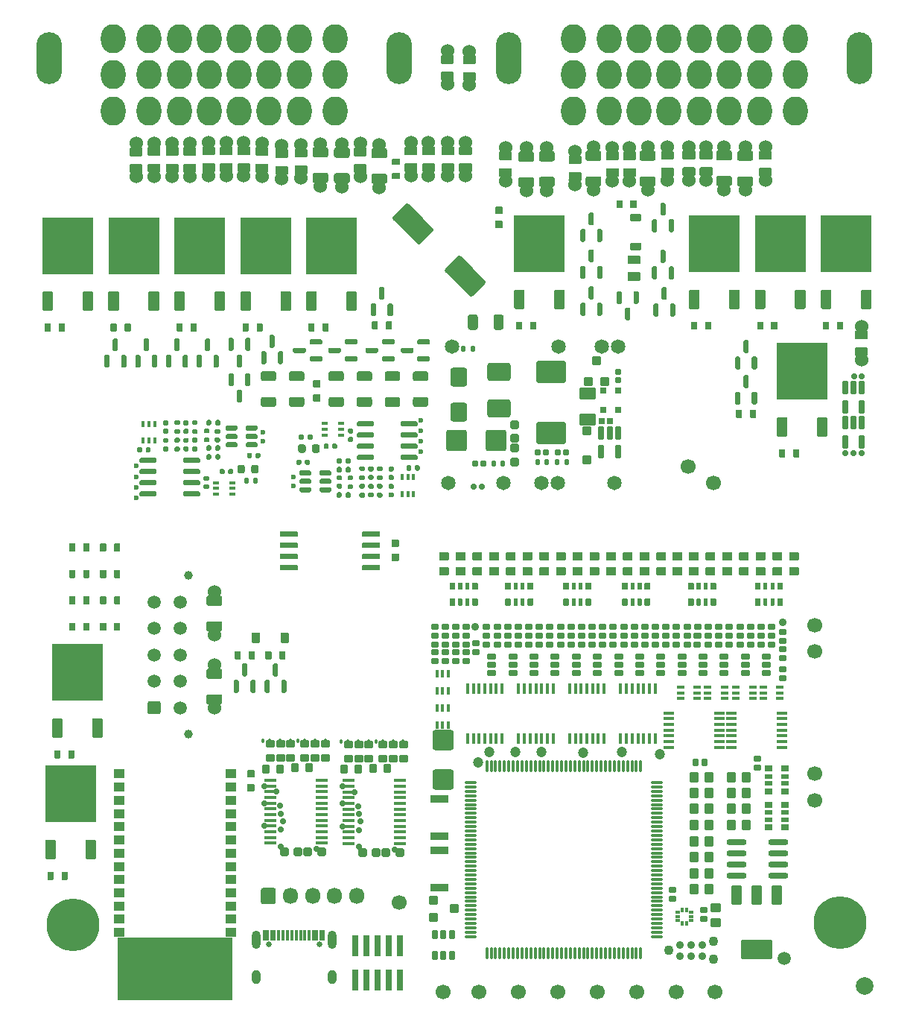
<source format=gts>
G75*
G70*
%OFA0B0*%
%FSLAX25Y25*%
%IPPOS*%
%LPD*%
%AMOC8*
5,1,8,0,0,1.08239X$1,22.5*
%
%AMM150*
21,1,0.038980,0.026770,-0.000000,-0.000000,180.000000*
21,1,0.026770,0.038980,-0.000000,-0.000000,180.000000*
1,1,0.012210,-0.013390,0.013390*
1,1,0.012210,0.013390,0.013390*
1,1,0.012210,0.013390,-0.013390*
1,1,0.012210,-0.013390,-0.013390*
%
%AMM178*
21,1,0.080320,0.083460,0.000000,-0.000000,270.000000*
21,1,0.059840,0.103940,0.000000,-0.000000,270.000000*
1,1,0.020470,-0.041730,-0.029920*
1,1,0.020470,-0.041730,0.029920*
1,1,0.020470,0.041730,0.029920*
1,1,0.020470,0.041730,-0.029920*
%
%AMM179*
21,1,0.092130,0.073230,0.000000,-0.000000,180.000000*
21,1,0.069290,0.096060,0.000000,-0.000000,180.000000*
1,1,0.022840,-0.034650,0.036610*
1,1,0.022840,0.034650,0.036610*
1,1,0.022840,0.034650,-0.036610*
1,1,0.022840,-0.034650,-0.036610*
%
%AMM180*
21,1,0.084250,0.053540,0.000000,-0.000000,90.000000*
21,1,0.065350,0.072440,0.000000,-0.000000,90.000000*
1,1,0.018900,0.026770,0.032680*
1,1,0.018900,0.026770,-0.032680*
1,1,0.018900,-0.026770,-0.032680*
1,1,0.018900,-0.026770,0.032680*
%
%AMM181*
21,1,0.040950,0.030320,0.000000,-0.000000,0.000000*
21,1,0.028350,0.042910,0.000000,-0.000000,0.000000*
1,1,0.012600,0.014170,-0.015160*
1,1,0.012600,-0.014170,-0.015160*
1,1,0.012600,-0.014170,0.015160*
1,1,0.012600,0.014170,0.015160*
%
%AMM182*
21,1,0.027170,0.052760,0.000000,-0.000000,180.000000*
21,1,0.017320,0.062600,0.000000,-0.000000,180.000000*
1,1,0.009840,-0.008660,0.026380*
1,1,0.009840,0.008660,0.026380*
1,1,0.009840,0.008660,-0.026380*
1,1,0.009840,-0.008660,-0.026380*
%
%AMM183*
21,1,0.041340,0.026770,0.000000,-0.000000,270.000000*
21,1,0.029130,0.038980,0.000000,-0.000000,270.000000*
1,1,0.012210,-0.013390,-0.014570*
1,1,0.012210,-0.013390,0.014570*
1,1,0.012210,0.013390,0.014570*
1,1,0.012210,0.013390,-0.014570*
%
%AMM184*
21,1,0.100000,0.111020,0.000000,-0.000000,270.000000*
21,1,0.075590,0.135430,0.000000,-0.000000,270.000000*
1,1,0.024410,-0.055510,-0.037800*
1,1,0.024410,-0.055510,0.037800*
1,1,0.024410,0.055510,0.037800*
1,1,0.024410,0.055510,-0.037800*
%
%AMM185*
21,1,0.076380,0.036220,0.000000,-0.000000,0.000000*
21,1,0.061810,0.050790,0.000000,-0.000000,0.000000*
1,1,0.014570,0.030910,-0.018110*
1,1,0.014570,-0.030910,-0.018110*
1,1,0.014570,-0.030910,0.018110*
1,1,0.014570,0.030910,0.018110*
%
%AMM186*
21,1,0.038980,0.026770,0.000000,-0.000000,270.000000*
21,1,0.026770,0.038980,0.000000,-0.000000,270.000000*
1,1,0.012210,-0.013390,-0.013390*
1,1,0.012210,-0.013390,0.013390*
1,1,0.012210,0.013390,0.013390*
1,1,0.012210,0.013390,-0.013390*
%
%AMM187*
21,1,0.021260,0.016540,0.000000,-0.000000,180.000000*
21,1,0.012600,0.025200,0.000000,-0.000000,180.000000*
1,1,0.008660,-0.006300,0.008270*
1,1,0.008660,0.006300,0.008270*
1,1,0.008660,0.006300,-0.008270*
1,1,0.008660,-0.006300,-0.008270*
%
%AMM188*
21,1,0.029130,0.018900,0.000000,-0.000000,0.000000*
21,1,0.018900,0.029130,0.000000,-0.000000,0.000000*
1,1,0.010240,0.009450,-0.009450*
1,1,0.010240,-0.009450,-0.009450*
1,1,0.010240,-0.009450,0.009450*
1,1,0.010240,0.009450,0.009450*
%
%AMM189*
21,1,0.025200,0.019680,0.000000,-0.000000,270.000000*
21,1,0.015750,0.029130,0.000000,-0.000000,270.000000*
1,1,0.009450,-0.009840,-0.007870*
1,1,0.009450,-0.009840,0.007870*
1,1,0.009450,0.009840,0.007870*
1,1,0.009450,0.009840,-0.007870*
%
%AMM190*
21,1,0.025200,0.019680,0.000000,-0.000000,180.000000*
21,1,0.015750,0.029130,0.000000,-0.000000,180.000000*
1,1,0.009450,-0.007870,0.009840*
1,1,0.009450,0.007870,0.009840*
1,1,0.009450,0.007870,-0.009840*
1,1,0.009450,-0.007870,-0.009840*
%
%AMM209*
21,1,0.033070,0.030710,-0.000000,-0.000000,180.000000*
21,1,0.022050,0.041730,-0.000000,-0.000000,180.000000*
1,1,0.011020,-0.011020,0.015350*
1,1,0.011020,0.011020,0.015350*
1,1,0.011020,0.011020,-0.015350*
1,1,0.011020,-0.011020,-0.015350*
%
%AMM210*
21,1,0.033070,0.030710,-0.000000,-0.000000,90.000000*
21,1,0.022050,0.041730,-0.000000,-0.000000,90.000000*
1,1,0.011020,0.015350,0.011020*
1,1,0.011020,0.015350,-0.011020*
1,1,0.011020,-0.015350,-0.011020*
1,1,0.011020,-0.015350,0.011020*
%
%AMM277*
21,1,0.039370,0.030320,-0.000000,-0.000000,270.000000*
21,1,0.028350,0.041340,-0.000000,-0.000000,270.000000*
1,1,0.011020,-0.015160,-0.014170*
1,1,0.011020,-0.015160,0.014170*
1,1,0.011020,0.015160,0.014170*
1,1,0.011020,0.015160,-0.014170*
%
%AMM278*
21,1,0.047240,0.075980,-0.000000,-0.000000,180.000000*
21,1,0.034650,0.088580,-0.000000,-0.000000,180.000000*
1,1,0.012600,-0.017320,0.037990*
1,1,0.012600,0.017320,0.037990*
1,1,0.012600,0.017320,-0.037990*
1,1,0.012600,-0.017320,-0.037990*
%
%AMM279*
21,1,0.047240,0.075990,-0.000000,-0.000000,180.000000*
21,1,0.034650,0.088580,-0.000000,-0.000000,180.000000*
1,1,0.012600,-0.017320,0.037990*
1,1,0.012600,0.017320,0.037990*
1,1,0.012600,0.017320,-0.037990*
1,1,0.012600,-0.017320,-0.037990*
%
%AMM280*
21,1,0.141730,0.067720,-0.000000,-0.000000,180.000000*
21,1,0.120870,0.088580,-0.000000,-0.000000,180.000000*
1,1,0.020870,-0.060430,0.033860*
1,1,0.020870,0.060430,0.033860*
1,1,0.020870,0.060430,-0.033860*
1,1,0.020870,-0.060430,-0.033860*
%
%AMM281*
21,1,0.043310,0.035430,-0.000000,-0.000000,180.000000*
21,1,0.031500,0.047240,-0.000000,-0.000000,180.000000*
1,1,0.011810,-0.015750,0.017720*
1,1,0.011810,0.015750,0.017720*
1,1,0.011810,0.015750,-0.017720*
1,1,0.011810,-0.015750,-0.017720*
%
%AMM282*
21,1,0.027560,0.030710,-0.000000,-0.000000,0.000000*
21,1,0.018900,0.039370,-0.000000,-0.000000,0.000000*
1,1,0.008660,0.009450,-0.015350*
1,1,0.008660,-0.009450,-0.015350*
1,1,0.008660,-0.009450,0.015350*
1,1,0.008660,0.009450,0.015350*
%
%AMM283*
21,1,0.031500,0.018900,-0.000000,-0.000000,0.000000*
21,1,0.022840,0.027560,-0.000000,-0.000000,0.000000*
1,1,0.008660,0.011420,-0.009450*
1,1,0.008660,-0.011420,-0.009450*
1,1,0.008660,-0.011420,0.009450*
1,1,0.008660,0.011420,0.009450*
%
%AMM284*
21,1,0.027560,0.030710,-0.000000,-0.000000,90.000000*
21,1,0.018900,0.039370,-0.000000,-0.000000,90.000000*
1,1,0.008660,0.015350,0.009450*
1,1,0.008660,0.015350,-0.009450*
1,1,0.008660,-0.015350,-0.009450*
1,1,0.008660,-0.015350,0.009450*
%
%AMM285*
21,1,0.090550,0.073230,-0.000000,-0.000000,270.000000*
21,1,0.069290,0.094490,-0.000000,-0.000000,270.000000*
1,1,0.021260,-0.036610,-0.034650*
1,1,0.021260,-0.036610,0.034650*
1,1,0.021260,0.036610,0.034650*
1,1,0.021260,0.036610,-0.034650*
%
%AMM286*
21,1,0.029530,0.026380,-0.000000,-0.000000,270.000000*
21,1,0.020470,0.035430,-0.000000,-0.000000,270.000000*
1,1,0.009060,-0.013190,-0.010240*
1,1,0.009060,-0.013190,0.010240*
1,1,0.009060,0.013190,0.010240*
1,1,0.009060,0.013190,-0.010240*
%
%AMM287*
21,1,0.021650,0.027950,-0.000000,-0.000000,270.000000*
21,1,0.014170,0.035430,-0.000000,-0.000000,270.000000*
1,1,0.007480,-0.013980,-0.007090*
1,1,0.007480,-0.013980,0.007090*
1,1,0.007480,0.013980,0.007090*
1,1,0.007480,0.013980,-0.007090*
%
%AMM288*
21,1,0.035430,0.072440,-0.000000,-0.000000,270.000000*
21,1,0.025200,0.082680,-0.000000,-0.000000,270.000000*
1,1,0.010240,-0.036220,-0.012600*
1,1,0.010240,-0.036220,0.012600*
1,1,0.010240,0.036220,0.012600*
1,1,0.010240,0.036220,-0.012600*
%
%AMM289*
21,1,0.016540,0.028980,-0.000000,-0.000000,270.000000*
21,1,0.010080,0.035430,-0.000000,-0.000000,270.000000*
1,1,0.006460,-0.014490,-0.005040*
1,1,0.006460,-0.014490,0.005040*
1,1,0.006460,0.014490,0.005040*
1,1,0.006460,0.014490,-0.005040*
%
%AMM290*
21,1,0.016540,0.028980,-0.000000,-0.000000,0.000000*
21,1,0.010080,0.035430,-0.000000,-0.000000,0.000000*
1,1,0.006460,0.005040,-0.014490*
1,1,0.006460,-0.005040,-0.014490*
1,1,0.006460,-0.005040,0.014490*
1,1,0.006460,0.005040,0.014490*
%
%AMM291*
21,1,0.043310,0.035430,-0.000000,-0.000000,90.000000*
21,1,0.031500,0.047240,-0.000000,-0.000000,90.000000*
1,1,0.011810,0.017720,0.015750*
1,1,0.011810,0.017720,-0.015750*
1,1,0.011810,-0.017720,-0.015750*
1,1,0.011810,-0.017720,0.015750*
%
%AMM292*
21,1,0.031500,0.018900,-0.000000,-0.000000,270.000000*
21,1,0.022840,0.027560,-0.000000,-0.000000,270.000000*
1,1,0.008660,-0.009450,-0.011420*
1,1,0.008660,-0.009450,0.011420*
1,1,0.008660,0.009450,0.011420*
1,1,0.008660,0.009450,-0.011420*
%
%ADD10C,0.06000*%
%ADD11C,0.06693*%
%ADD12C,0.23622*%
%ADD120C,0.02913*%
%ADD121C,0.06457*%
%ADD13R,0.22835X0.25197*%
%ADD14O,0.06693X0.07283*%
%ADD141O,0.01339X0.02126*%
%ADD142O,0.05512X0.01535*%
%ADD145R,0.02559X0.01575*%
%ADD146R,0.01575X0.02559*%
%ADD17R,0.01181X0.04528*%
%ADD175O,0.01260X0.05512*%
%ADD176O,0.05512X0.01260*%
%ADD18O,0.03937X0.08268*%
%ADD183C,0.03494*%
%ADD187C,0.03543*%
%ADD19O,0.03937X0.06299*%
%ADD191O,0.01575X0.04724*%
%ADD192O,0.04724X0.01575*%
%ADD194O,0.09055X0.02756*%
%ADD196R,0.01870X0.01772*%
%ADD197R,0.01772X0.01870*%
%ADD20C,0.05906*%
%ADD200C,0.04294*%
%ADD21C,0.02362*%
%ADD296M150*%
%ADD324M178*%
%ADD325M179*%
%ADD326M180*%
%ADD327M181*%
%ADD328M182*%
%ADD329M183*%
%ADD330M184*%
%ADD331M185*%
%ADD332M186*%
%ADD333M187*%
%ADD334M188*%
%ADD335M189*%
%ADD336M190*%
%ADD361M209*%
%ADD362M210*%
%ADD454M277*%
%ADD455M278*%
%ADD456M279*%
%ADD457M280*%
%ADD458M281*%
%ADD459M282*%
%ADD460M283*%
%ADD461M284*%
%ADD462M285*%
%ADD463M286*%
%ADD464M287*%
%ADD465M288*%
%ADD466M289*%
%ADD467M290*%
%ADD468M291*%
%ADD469M292*%
%ADD48R,0.05118X0.03937*%
%ADD49C,0.07874*%
%ADD54O,0.00787X0.01575*%
%ADD55R,0.02913X0.09449*%
%ADD59C,0.03937*%
%ADD64C,0.04724*%
%ADD66C,0.00472*%
%ADD67O,0.11417X0.23228*%
%ADD68O,0.11024X0.12992*%
%ADD69C,0.02559*%
X0000000Y0000000D02*
%LPD*%
G01*
D66*
X0089961Y0000787D02*
X0038780Y0000787D01*
X0038780Y0028346D01*
X0089961Y0028346D01*
X0089961Y0000787D01*
G36*
X0089961Y0000787D02*
G01*
X0038780Y0000787D01*
X0038780Y0028346D01*
X0089961Y0028346D01*
X0089961Y0000787D01*
G37*
D10*
X0302165Y0367106D03*
G36*
G01*
X0304626Y0368898D02*
X0299705Y0368898D01*
G75*
G02*
X0299311Y0369291I0000000J0000394D01*
G01*
X0299311Y0372441D01*
G75*
G02*
X0299705Y0372835I0000394J0000000D01*
G01*
X0304626Y0372835D01*
G75*
G02*
X0305020Y0372441I0000000J-000394D01*
G01*
X0305020Y0369291D01*
G75*
G02*
X0304626Y0368898I-000394J0000000D01*
G01*
G37*
G36*
G01*
X0304626Y0376378D02*
X0299705Y0376378D01*
G75*
G02*
X0299311Y0376772I0000000J0000394D01*
G01*
X0299311Y0379921D01*
G75*
G02*
X0299705Y0380315I0000394J0000000D01*
G01*
X0304626Y0380315D01*
G75*
G02*
X0305020Y0379921I0000000J-000394D01*
G01*
X0305020Y0376772D01*
G75*
G02*
X0304626Y0376378I-000394J0000000D01*
G01*
G37*
X0302165Y0382106D03*
D11*
X0350787Y0156299D03*
D10*
X0082047Y0130906D03*
G36*
G01*
X0085591Y0136201D02*
X0085591Y0133484D01*
G75*
G02*
X0084685Y0132579I-000906J0000000D01*
G01*
X0079409Y0132579D01*
G75*
G02*
X0078504Y0133484I0000000J0000906D01*
G01*
X0078504Y0136201D01*
G75*
G02*
X0079409Y0137106I0000906J0000000D01*
G01*
X0084685Y0137106D01*
G75*
G02*
X0085591Y0136201I0000000J-000906D01*
G01*
G37*
G36*
G01*
X0085591Y0147618D02*
X0085591Y0144902D01*
G75*
G02*
X0084685Y0143996I-000906J0000000D01*
G01*
X0079409Y0143996D01*
G75*
G02*
X0078504Y0144902I0000000J0000906D01*
G01*
X0078504Y0147618D01*
G75*
G02*
X0079409Y0148524I0000906J0000000D01*
G01*
X0084685Y0148524D01*
G75*
G02*
X0085591Y0147618I0000000J-000906D01*
G01*
G37*
X0082047Y0150197D03*
G36*
G01*
X0324016Y0177028D02*
X0324016Y0179665D01*
G75*
G02*
X0324272Y0179921I0000256J0000000D01*
G01*
X0326319Y0179921D01*
G75*
G02*
X0326575Y0179665I0000000J-000256D01*
G01*
X0326575Y0177028D01*
G75*
G02*
X0326319Y0176772I-000256J0000000D01*
G01*
X0324272Y0176772D01*
G75*
G02*
X0324016Y0177028I0000000J0000256D01*
G01*
G37*
G36*
G01*
X0327854Y0176949D02*
X0327854Y0179744D01*
G75*
G02*
X0328031Y0179921I0000177J0000000D01*
G01*
X0329449Y0179921D01*
G75*
G02*
X0329626Y0179744I0000000J-000177D01*
G01*
X0329626Y0176949D01*
G75*
G02*
X0329449Y0176772I-000177J0000000D01*
G01*
X0328031Y0176772D01*
G75*
G02*
X0327854Y0176949I0000000J0000177D01*
G01*
G37*
G36*
G01*
X0331004Y0176949D02*
X0331004Y0179744D01*
G75*
G02*
X0331181Y0179921I0000177J0000000D01*
G01*
X0332598Y0179921D01*
G75*
G02*
X0332776Y0179744I0000000J-000177D01*
G01*
X0332776Y0176949D01*
G75*
G02*
X0332598Y0176772I-000177J0000000D01*
G01*
X0331181Y0176772D01*
G75*
G02*
X0331004Y0176949I0000000J0000177D01*
G01*
G37*
G36*
G01*
X0334055Y0177028D02*
X0334055Y0179665D01*
G75*
G02*
X0334311Y0179921I0000256J0000000D01*
G01*
X0336358Y0179921D01*
G75*
G02*
X0336614Y0179665I0000000J-000256D01*
G01*
X0336614Y0177028D01*
G75*
G02*
X0336358Y0176772I-000256J0000000D01*
G01*
X0334311Y0176772D01*
G75*
G02*
X0334055Y0177028I0000000J0000256D01*
G01*
G37*
G36*
G01*
X0334055Y0184114D02*
X0334055Y0186752D01*
G75*
G02*
X0334311Y0187008I0000256J0000000D01*
G01*
X0336358Y0187008D01*
G75*
G02*
X0336614Y0186752I0000000J-000256D01*
G01*
X0336614Y0184114D01*
G75*
G02*
X0336358Y0183858I-000256J0000000D01*
G01*
X0334311Y0183858D01*
G75*
G02*
X0334055Y0184114I0000000J0000256D01*
G01*
G37*
G36*
G01*
X0331004Y0184035D02*
X0331004Y0186831D01*
G75*
G02*
X0331181Y0187008I0000177J0000000D01*
G01*
X0332598Y0187008D01*
G75*
G02*
X0332776Y0186831I0000000J-000177D01*
G01*
X0332776Y0184035D01*
G75*
G02*
X0332598Y0183858I-000177J0000000D01*
G01*
X0331181Y0183858D01*
G75*
G02*
X0331004Y0184035I0000000J0000177D01*
G01*
G37*
G36*
G01*
X0327854Y0184035D02*
X0327854Y0186831D01*
G75*
G02*
X0328031Y0187008I0000177J0000000D01*
G01*
X0329449Y0187008D01*
G75*
G02*
X0329626Y0186831I0000000J-000177D01*
G01*
X0329626Y0184035D01*
G75*
G02*
X0329449Y0183858I-000177J0000000D01*
G01*
X0328031Y0183858D01*
G75*
G02*
X0327854Y0184035I0000000J0000177D01*
G01*
G37*
G36*
G01*
X0324016Y0184114D02*
X0324016Y0186752D01*
G75*
G02*
X0324272Y0187008I0000256J0000000D01*
G01*
X0326319Y0187008D01*
G75*
G02*
X0326575Y0186752I0000000J-000256D01*
G01*
X0326575Y0184114D01*
G75*
G02*
X0326319Y0183858I-000256J0000000D01*
G01*
X0324272Y0183858D01*
G75*
G02*
X0324016Y0184114I0000000J0000256D01*
G01*
G37*
G36*
G01*
X0201575Y0190157D02*
X0198031Y0190157D01*
G75*
G02*
X0197638Y0190551I0000000J0000394D01*
G01*
X0197638Y0193701D01*
G75*
G02*
X0198031Y0194094I0000394J0000000D01*
G01*
X0201575Y0194094D01*
G75*
G02*
X0201968Y0193701I0000000J-000394D01*
G01*
X0201968Y0190551D01*
G75*
G02*
X0201575Y0190157I-000394J0000000D01*
G01*
G37*
G36*
G01*
X0201575Y0196850D02*
X0198031Y0196850D01*
G75*
G02*
X0197638Y0197244I0000000J0000394D01*
G01*
X0197638Y0200394D01*
G75*
G02*
X0198031Y0200787I0000394J0000000D01*
G01*
X0201575Y0200787D01*
G75*
G02*
X0201968Y0200394I0000000J-000394D01*
G01*
X0201968Y0197244D01*
G75*
G02*
X0201575Y0196850I-000394J0000000D01*
G01*
G37*
D11*
X0235827Y0003937D03*
G36*
G01*
X0171949Y0281594D02*
X0176870Y0281594D01*
G75*
G02*
X0177854Y0280610I0000000J-000984D01*
G01*
X0177854Y0278150D01*
G75*
G02*
X0176870Y0277165I-000984J0000000D01*
G01*
X0171949Y0277165D01*
G75*
G02*
X0170965Y0278150I0000000J0000984D01*
G01*
X0170965Y0280610D01*
G75*
G02*
X0171949Y0281594I0000984J0000000D01*
G01*
G37*
G36*
G01*
X0171949Y0270079D02*
X0176870Y0270079D01*
G75*
G02*
X0177854Y0269094I0000000J-000984D01*
G01*
X0177854Y0266634D01*
G75*
G02*
X0176870Y0265650I-000984J0000000D01*
G01*
X0171949Y0265650D01*
G75*
G02*
X0170965Y0266634I0000000J0000984D01*
G01*
X0170965Y0269094D01*
G75*
G02*
X0171949Y0270079I0000984J0000000D01*
G01*
G37*
G36*
G01*
X0124213Y0299646D02*
X0124213Y0302717D01*
G75*
G02*
X0124488Y0302992I0000276J0000000D01*
G01*
X0126693Y0302992D01*
G75*
G02*
X0126969Y0302717I0000000J-000276D01*
G01*
X0126969Y0299646D01*
G75*
G02*
X0126693Y0299370I-000276J0000000D01*
G01*
X0124488Y0299370D01*
G75*
G02*
X0124213Y0299646I0000000J0000276D01*
G01*
G37*
G36*
G01*
X0130512Y0299646D02*
X0130512Y0302717D01*
G75*
G02*
X0130787Y0302992I0000276J0000000D01*
G01*
X0132992Y0302992D01*
G75*
G02*
X0133268Y0302717I0000000J-000276D01*
G01*
X0133268Y0299646D01*
G75*
G02*
X0132992Y0299370I-000276J0000000D01*
G01*
X0130787Y0299370D01*
G75*
G02*
X0130512Y0299646I0000000J0000276D01*
G01*
G37*
G36*
G01*
X0017126Y0165787D02*
X0017126Y0168858D01*
G75*
G02*
X0017402Y0169134I0000276J0000000D01*
G01*
X0019606Y0169134D01*
G75*
G02*
X0019882Y0168858I0000000J-000276D01*
G01*
X0019882Y0165787D01*
G75*
G02*
X0019606Y0165512I-000276J0000000D01*
G01*
X0017402Y0165512D01*
G75*
G02*
X0017126Y0165787I0000000J0000276D01*
G01*
G37*
G36*
G01*
X0023425Y0165787D02*
X0023425Y0168858D01*
G75*
G02*
X0023701Y0169134I0000276J0000000D01*
G01*
X0025906Y0169134D01*
G75*
G02*
X0026181Y0168858I0000000J-000276D01*
G01*
X0026181Y0165787D01*
G75*
G02*
X0025906Y0165512I-000276J0000000D01*
G01*
X0023701Y0165512D01*
G75*
G02*
X0023425Y0165787I0000000J0000276D01*
G01*
G37*
D12*
X0018909Y0033933D03*
G36*
G01*
X0186614Y0190157D02*
X0183071Y0190157D01*
G75*
G02*
X0182677Y0190551I0000000J0000394D01*
G01*
X0182677Y0193701D01*
G75*
G02*
X0183071Y0194094I0000394J0000000D01*
G01*
X0186614Y0194094D01*
G75*
G02*
X0187008Y0193701I0000000J-000394D01*
G01*
X0187008Y0190551D01*
G75*
G02*
X0186614Y0190157I-000394J0000000D01*
G01*
G37*
G36*
G01*
X0186614Y0196850D02*
X0183071Y0196850D01*
G75*
G02*
X0182677Y0197244I0000000J0000394D01*
G01*
X0182677Y0200394D01*
G75*
G02*
X0183071Y0200787I0000394J0000000D01*
G01*
X0186614Y0200787D01*
G75*
G02*
X0187008Y0200394I0000000J-000394D01*
G01*
X0187008Y0197244D01*
G75*
G02*
X0186614Y0196850I-000394J0000000D01*
G01*
G37*
D10*
X0177953Y0383878D03*
G36*
G01*
X0175492Y0382087D02*
X0180413Y0382087D01*
G75*
G02*
X0180807Y0381693I0000000J-000394D01*
G01*
X0180807Y0378543D01*
G75*
G02*
X0180413Y0378150I-000394J0000000D01*
G01*
X0175492Y0378150D01*
G75*
G02*
X0175098Y0378543I0000000J0000394D01*
G01*
X0175098Y0381693D01*
G75*
G02*
X0175492Y0382087I0000394J0000000D01*
G01*
G37*
G36*
G01*
X0175492Y0374606D02*
X0180413Y0374606D01*
G75*
G02*
X0180807Y0374213I0000000J-000394D01*
G01*
X0180807Y0371063D01*
G75*
G02*
X0180413Y0370669I-000394J0000000D01*
G01*
X0175492Y0370669D01*
G75*
G02*
X0175098Y0371063I0000000J0000394D01*
G01*
X0175098Y0374213D01*
G75*
G02*
X0175492Y0374606I0000394J0000000D01*
G01*
G37*
X0177953Y0368878D03*
X0294488Y0367106D03*
G36*
G01*
X0296949Y0368898D02*
X0292028Y0368898D01*
G75*
G02*
X0291634Y0369291I0000000J0000394D01*
G01*
X0291634Y0372441D01*
G75*
G02*
X0292028Y0372835I0000394J0000000D01*
G01*
X0296949Y0372835D01*
G75*
G02*
X0297343Y0372441I0000000J-000394D01*
G01*
X0297343Y0369291D01*
G75*
G02*
X0296949Y0368898I-000394J0000000D01*
G01*
G37*
G36*
G01*
X0296949Y0376378D02*
X0292028Y0376378D01*
G75*
G02*
X0291634Y0376772I0000000J0000394D01*
G01*
X0291634Y0379921D01*
G75*
G02*
X0292028Y0380315I0000394J0000000D01*
G01*
X0296949Y0380315D01*
G75*
G02*
X0297343Y0379921I0000000J-000394D01*
G01*
X0297343Y0376772D01*
G75*
G02*
X0296949Y0376378I-000394J0000000D01*
G01*
G37*
X0294488Y0382106D03*
X0095276Y0368878D03*
G36*
G01*
X0097736Y0370669D02*
X0092815Y0370669D01*
G75*
G02*
X0092421Y0371063I0000000J0000394D01*
G01*
X0092421Y0374213D01*
G75*
G02*
X0092815Y0374606I0000394J0000000D01*
G01*
X0097736Y0374606D01*
G75*
G02*
X0098130Y0374213I0000000J-000394D01*
G01*
X0098130Y0371063D01*
G75*
G02*
X0097736Y0370669I-000394J0000000D01*
G01*
G37*
G36*
G01*
X0097736Y0378150D02*
X0092815Y0378150D01*
G75*
G02*
X0092421Y0378543I0000000J0000394D01*
G01*
X0092421Y0381693D01*
G75*
G02*
X0092815Y0382087I0000394J0000000D01*
G01*
X0097736Y0382087D01*
G75*
G02*
X0098130Y0381693I0000000J-000394D01*
G01*
X0098130Y0378543D01*
G75*
G02*
X0097736Y0378150I-000394J0000000D01*
G01*
G37*
X0095276Y0383878D03*
G36*
G01*
X0097953Y0308661D02*
X0094173Y0308661D01*
G75*
G02*
X0093701Y0309134I0000000J0000472D01*
G01*
X0093701Y0316850D01*
G75*
G02*
X0094173Y0317323I0000472J0000000D01*
G01*
X0097953Y0317323D01*
G75*
G02*
X0098425Y0316850I0000000J-000472D01*
G01*
X0098425Y0309134D01*
G75*
G02*
X0097953Y0308661I-000472J0000000D01*
G01*
G37*
D13*
X0105039Y0337795D03*
G36*
G01*
X0115906Y0308661D02*
X0112126Y0308661D01*
G75*
G02*
X0111654Y0309134I0000000J0000472D01*
G01*
X0111654Y0316850D01*
G75*
G02*
X0112126Y0317323I0000472J0000000D01*
G01*
X0115906Y0317323D01*
G75*
G02*
X0116378Y0316850I0000000J-000472D01*
G01*
X0116378Y0309134D01*
G75*
G02*
X0115906Y0308661I-000472J0000000D01*
G01*
G37*
G36*
G01*
X0102953Y0044193D02*
X0102953Y0049508D01*
G75*
G02*
X0103937Y0050492I0000984J0000000D01*
G01*
X0108661Y0050492D01*
G75*
G02*
X0109646Y0049508I0000000J-000984D01*
G01*
X0109646Y0044193D01*
G75*
G02*
X0108661Y0043209I-000984J0000000D01*
G01*
X0103937Y0043209D01*
G75*
G02*
X0102953Y0044193I0000000J0000984D01*
G01*
G37*
D14*
X0116142Y0046850D03*
X0125984Y0046850D03*
X0135827Y0046850D03*
X0145669Y0046850D03*
D10*
X0251772Y0381890D03*
G36*
G01*
X0248228Y0376595D02*
X0248228Y0379311D01*
G75*
G02*
X0249134Y0380217I0000906J0000000D01*
G01*
X0254409Y0380217D01*
G75*
G02*
X0255315Y0379311I0000000J-000906D01*
G01*
X0255315Y0376595D01*
G75*
G02*
X0254409Y0375689I-000906J0000000D01*
G01*
X0249134Y0375689D01*
G75*
G02*
X0248228Y0376595I0000000J0000906D01*
G01*
G37*
G36*
G01*
X0248228Y0365177D02*
X0248228Y0367894D01*
G75*
G02*
X0249134Y0368799I0000906J0000000D01*
G01*
X0254409Y0368799D01*
G75*
G02*
X0255315Y0367894I0000000J-000906D01*
G01*
X0255315Y0365177D01*
G75*
G02*
X0254409Y0364272I-000906J0000000D01*
G01*
X0249134Y0364272D01*
G75*
G02*
X0248228Y0365177I0000000J0000906D01*
G01*
G37*
X0251772Y0362598D03*
G36*
G01*
X0316929Y0266634D02*
X0315748Y0266634D01*
G75*
G02*
X0315157Y0267224I0000000J0000591D01*
G01*
X0315157Y0271850D01*
G75*
G02*
X0315748Y0272441I0000591J0000000D01*
G01*
X0316929Y0272441D01*
G75*
G02*
X0317520Y0271850I0000000J-000591D01*
G01*
X0317520Y0267224D01*
G75*
G02*
X0316929Y0266634I-000591J0000000D01*
G01*
G37*
G36*
G01*
X0320669Y0274016D02*
X0319488Y0274016D01*
G75*
G02*
X0318898Y0274606I0000000J0000591D01*
G01*
X0318898Y0279232D01*
G75*
G02*
X0319488Y0279823I0000591J0000000D01*
G01*
X0320669Y0279823D01*
G75*
G02*
X0321260Y0279232I0000000J-000591D01*
G01*
X0321260Y0274606D01*
G75*
G02*
X0320669Y0274016I-000591J0000000D01*
G01*
G37*
G36*
G01*
X0324409Y0266634D02*
X0323228Y0266634D01*
G75*
G02*
X0322638Y0267224I0000000J0000591D01*
G01*
X0322638Y0271850D01*
G75*
G02*
X0323228Y0272441I0000591J0000000D01*
G01*
X0324409Y0272441D01*
G75*
G02*
X0325000Y0271850I0000000J-000591D01*
G01*
X0325000Y0267224D01*
G75*
G02*
X0324409Y0266634I-000591J0000000D01*
G01*
G37*
X0371654Y0286594D03*
G36*
G01*
X0374114Y0288386D02*
X0369193Y0288386D01*
G75*
G02*
X0368799Y0288780I0000000J0000394D01*
G01*
X0368799Y0291929D01*
G75*
G02*
X0369193Y0292323I0000394J0000000D01*
G01*
X0374114Y0292323D01*
G75*
G02*
X0374508Y0291929I0000000J-000394D01*
G01*
X0374508Y0288780D01*
G75*
G02*
X0374114Y0288386I-000394J0000000D01*
G01*
G37*
G36*
G01*
X0374114Y0295866D02*
X0369193Y0295866D01*
G75*
G02*
X0368799Y0296260I0000000J0000394D01*
G01*
X0368799Y0299410D01*
G75*
G02*
X0369193Y0299803I0000394J0000000D01*
G01*
X0374114Y0299803D01*
G75*
G02*
X0374508Y0299410I0000000J-000394D01*
G01*
X0374508Y0296260D01*
G75*
G02*
X0374114Y0295866I-000394J0000000D01*
G01*
G37*
X0371654Y0301594D03*
G36*
G01*
X0295472Y0300433D02*
X0295472Y0303504D01*
G75*
G02*
X0295748Y0303780I0000276J0000000D01*
G01*
X0297953Y0303780D01*
G75*
G02*
X0298228Y0303504I0000000J-000276D01*
G01*
X0298228Y0300433D01*
G75*
G02*
X0297953Y0300157I-000276J0000000D01*
G01*
X0295748Y0300157D01*
G75*
G02*
X0295472Y0300433I0000000J0000276D01*
G01*
G37*
G36*
G01*
X0301772Y0300433D02*
X0301772Y0303504D01*
G75*
G02*
X0302047Y0303780I0000276J0000000D01*
G01*
X0304252Y0303780D01*
G75*
G02*
X0304528Y0303504I0000000J-000276D01*
G01*
X0304528Y0300433D01*
G75*
G02*
X0304252Y0300157I-000276J0000000D01*
G01*
X0302047Y0300157D01*
G75*
G02*
X0301772Y0300433I0000000J0000276D01*
G01*
G37*
G36*
G01*
X0178642Y0287795D02*
X0178642Y0286614D01*
G75*
G02*
X0178051Y0286024I-000591J0000000D01*
G01*
X0173425Y0286024D01*
G75*
G02*
X0172835Y0286614I0000000J0000591D01*
G01*
X0172835Y0287795D01*
G75*
G02*
X0173425Y0288386I0000591J0000000D01*
G01*
X0178051Y0288386D01*
G75*
G02*
X0178642Y0287795I0000000J-000591D01*
G01*
G37*
G36*
G01*
X0171260Y0291535D02*
X0171260Y0290354D01*
G75*
G02*
X0170669Y0289764I-000591J0000000D01*
G01*
X0166043Y0289764D01*
G75*
G02*
X0165453Y0290354I0000000J0000591D01*
G01*
X0165453Y0291535D01*
G75*
G02*
X0166043Y0292126I0000591J0000000D01*
G01*
X0170669Y0292126D01*
G75*
G02*
X0171260Y0291535I0000000J-000591D01*
G01*
G37*
G36*
G01*
X0178642Y0295276D02*
X0178642Y0294094D01*
G75*
G02*
X0178051Y0293504I-000591J0000000D01*
G01*
X0173425Y0293504D01*
G75*
G02*
X0172835Y0294094I0000000J0000591D01*
G01*
X0172835Y0295276D01*
G75*
G02*
X0173425Y0295866I0000591J0000000D01*
G01*
X0178051Y0295866D01*
G75*
G02*
X0178642Y0295276I0000000J-000591D01*
G01*
G37*
G36*
G01*
X0261417Y0190157D02*
X0257874Y0190157D01*
G75*
G02*
X0257480Y0190551I0000000J0000394D01*
G01*
X0257480Y0193701D01*
G75*
G02*
X0257874Y0194094I0000394J0000000D01*
G01*
X0261417Y0194094D01*
G75*
G02*
X0261811Y0193701I0000000J-000394D01*
G01*
X0261811Y0190551D01*
G75*
G02*
X0261417Y0190157I-000394J0000000D01*
G01*
G37*
G36*
G01*
X0261417Y0196850D02*
X0257874Y0196850D01*
G75*
G02*
X0257480Y0197244I0000000J0000394D01*
G01*
X0257480Y0200394D01*
G75*
G02*
X0257874Y0200787I0000394J0000000D01*
G01*
X0261417Y0200787D01*
G75*
G02*
X0261811Y0200394I0000000J-000394D01*
G01*
X0261811Y0197244D01*
G75*
G02*
X0261417Y0196850I-000394J0000000D01*
G01*
G37*
G36*
G01*
X0208110Y0355177D02*
X0210787Y0355177D01*
G75*
G02*
X0211122Y0354843I0000000J-000335D01*
G01*
X0211122Y0352165D01*
G75*
G02*
X0210787Y0351831I-000335J0000000D01*
G01*
X0208110Y0351831D01*
G75*
G02*
X0207776Y0352165I0000000J0000335D01*
G01*
X0207776Y0354843D01*
G75*
G02*
X0208110Y0355177I0000335J0000000D01*
G01*
G37*
G36*
G01*
X0208110Y0348957D02*
X0210787Y0348957D01*
G75*
G02*
X0211122Y0348622I0000000J-000335D01*
G01*
X0211122Y0345945D01*
G75*
G02*
X0210787Y0345610I-000335J0000000D01*
G01*
X0208110Y0345610D01*
G75*
G02*
X0207776Y0345945I0000000J0000335D01*
G01*
X0207776Y0348622D01*
G75*
G02*
X0208110Y0348957I0000335J0000000D01*
G01*
G37*
G36*
G01*
X0354528Y0300433D02*
X0354528Y0303504D01*
G75*
G02*
X0354803Y0303780I0000276J0000000D01*
G01*
X0357008Y0303780D01*
G75*
G02*
X0357283Y0303504I0000000J-000276D01*
G01*
X0357283Y0300433D01*
G75*
G02*
X0357008Y0300157I-000276J0000000D01*
G01*
X0354803Y0300157D01*
G75*
G02*
X0354528Y0300433I0000000J0000276D01*
G01*
G37*
G36*
G01*
X0360827Y0300433D02*
X0360827Y0303504D01*
G75*
G02*
X0361102Y0303780I0000276J0000000D01*
G01*
X0363307Y0303780D01*
G75*
G02*
X0363583Y0303504I0000000J-000276D01*
G01*
X0363583Y0300433D01*
G75*
G02*
X0363307Y0300157I-000276J0000000D01*
G01*
X0361102Y0300157D01*
G75*
G02*
X0360827Y0300433I0000000J0000276D01*
G01*
G37*
G36*
G01*
X0220472Y0309449D02*
X0216693Y0309449D01*
G75*
G02*
X0216220Y0309921I0000000J0000472D01*
G01*
X0216220Y0317638D01*
G75*
G02*
X0216693Y0318110I0000472J0000000D01*
G01*
X0220472Y0318110D01*
G75*
G02*
X0220945Y0317638I0000000J-000472D01*
G01*
X0220945Y0309921D01*
G75*
G02*
X0220472Y0309449I-000472J0000000D01*
G01*
G37*
D13*
X0227559Y0338583D03*
G36*
G01*
X0238425Y0309449D02*
X0234646Y0309449D01*
G75*
G02*
X0234173Y0309921I0000000J0000472D01*
G01*
X0234173Y0317638D01*
G75*
G02*
X0234646Y0318110I0000472J0000000D01*
G01*
X0238425Y0318110D01*
G75*
G02*
X0238898Y0317638I0000000J-000472D01*
G01*
X0238898Y0309921D01*
G75*
G02*
X0238425Y0309449I-000472J0000000D01*
G01*
G37*
G36*
G01*
X0238189Y0177028D02*
X0238189Y0179665D01*
G75*
G02*
X0238445Y0179921I0000256J0000000D01*
G01*
X0240492Y0179921D01*
G75*
G02*
X0240748Y0179665I0000000J-000256D01*
G01*
X0240748Y0177028D01*
G75*
G02*
X0240492Y0176772I-000256J0000000D01*
G01*
X0238445Y0176772D01*
G75*
G02*
X0238189Y0177028I0000000J0000256D01*
G01*
G37*
G36*
G01*
X0242028Y0176949D02*
X0242028Y0179744D01*
G75*
G02*
X0242205Y0179921I0000177J0000000D01*
G01*
X0243622Y0179921D01*
G75*
G02*
X0243799Y0179744I0000000J-000177D01*
G01*
X0243799Y0176949D01*
G75*
G02*
X0243622Y0176772I-000177J0000000D01*
G01*
X0242205Y0176772D01*
G75*
G02*
X0242028Y0176949I0000000J0000177D01*
G01*
G37*
G36*
G01*
X0245177Y0176949D02*
X0245177Y0179744D01*
G75*
G02*
X0245354Y0179921I0000177J0000000D01*
G01*
X0246772Y0179921D01*
G75*
G02*
X0246949Y0179744I0000000J-000177D01*
G01*
X0246949Y0176949D01*
G75*
G02*
X0246772Y0176772I-000177J0000000D01*
G01*
X0245354Y0176772D01*
G75*
G02*
X0245177Y0176949I0000000J0000177D01*
G01*
G37*
G36*
G01*
X0248228Y0177028D02*
X0248228Y0179665D01*
G75*
G02*
X0248484Y0179921I0000256J0000000D01*
G01*
X0250531Y0179921D01*
G75*
G02*
X0250787Y0179665I0000000J-000256D01*
G01*
X0250787Y0177028D01*
G75*
G02*
X0250531Y0176772I-000256J0000000D01*
G01*
X0248484Y0176772D01*
G75*
G02*
X0248228Y0177028I0000000J0000256D01*
G01*
G37*
G36*
G01*
X0248228Y0184114D02*
X0248228Y0186752D01*
G75*
G02*
X0248484Y0187008I0000256J0000000D01*
G01*
X0250531Y0187008D01*
G75*
G02*
X0250787Y0186752I0000000J-000256D01*
G01*
X0250787Y0184114D01*
G75*
G02*
X0250531Y0183858I-000256J0000000D01*
G01*
X0248484Y0183858D01*
G75*
G02*
X0248228Y0184114I0000000J0000256D01*
G01*
G37*
G36*
G01*
X0245177Y0184035D02*
X0245177Y0186831D01*
G75*
G02*
X0245354Y0187008I0000177J0000000D01*
G01*
X0246772Y0187008D01*
G75*
G02*
X0246949Y0186831I0000000J-000177D01*
G01*
X0246949Y0184035D01*
G75*
G02*
X0246772Y0183858I-000177J0000000D01*
G01*
X0245354Y0183858D01*
G75*
G02*
X0245177Y0184035I0000000J0000177D01*
G01*
G37*
G36*
G01*
X0242028Y0184035D02*
X0242028Y0186831D01*
G75*
G02*
X0242205Y0187008I0000177J0000000D01*
G01*
X0243622Y0187008D01*
G75*
G02*
X0243799Y0186831I0000000J-000177D01*
G01*
X0243799Y0184035D01*
G75*
G02*
X0243622Y0183858I-000177J0000000D01*
G01*
X0242205Y0183858D01*
G75*
G02*
X0242028Y0184035I0000000J0000177D01*
G01*
G37*
G36*
G01*
X0238189Y0184114D02*
X0238189Y0186752D01*
G75*
G02*
X0238445Y0187008I0000256J0000000D01*
G01*
X0240492Y0187008D01*
G75*
G02*
X0240748Y0186752I0000000J-000256D01*
G01*
X0240748Y0184114D01*
G75*
G02*
X0240492Y0183858I-000256J0000000D01*
G01*
X0238445Y0183858D01*
G75*
G02*
X0238189Y0184114I0000000J0000256D01*
G01*
G37*
G36*
G01*
X0104764Y0284744D02*
X0103583Y0284744D01*
G75*
G02*
X0102992Y0285335I0000000J0000591D01*
G01*
X0102992Y0289961D01*
G75*
G02*
X0103583Y0290551I0000591J0000000D01*
G01*
X0104764Y0290551D01*
G75*
G02*
X0105354Y0289961I0000000J-000591D01*
G01*
X0105354Y0285335D01*
G75*
G02*
X0104764Y0284744I-000591J0000000D01*
G01*
G37*
G36*
G01*
X0108504Y0292126D02*
X0107323Y0292126D01*
G75*
G02*
X0106732Y0292717I0000000J0000591D01*
G01*
X0106732Y0297343D01*
G75*
G02*
X0107323Y0297933I0000591J0000000D01*
G01*
X0108504Y0297933D01*
G75*
G02*
X0109094Y0297343I0000000J-000591D01*
G01*
X0109094Y0292717D01*
G75*
G02*
X0108504Y0292126I-000591J0000000D01*
G01*
G37*
G36*
G01*
X0112244Y0284744D02*
X0111063Y0284744D01*
G75*
G02*
X0110472Y0285335I0000000J0000591D01*
G01*
X0110472Y0289961D01*
G75*
G02*
X0111063Y0290551I0000591J0000000D01*
G01*
X0112244Y0290551D01*
G75*
G02*
X0112835Y0289961I0000000J-000591D01*
G01*
X0112835Y0285335D01*
G75*
G02*
X0112244Y0284744I-000591J0000000D01*
G01*
G37*
G36*
G01*
X0291142Y0190157D02*
X0287598Y0190157D01*
G75*
G02*
X0287205Y0190551I0000000J0000394D01*
G01*
X0287205Y0193701D01*
G75*
G02*
X0287598Y0194094I0000394J0000000D01*
G01*
X0291142Y0194094D01*
G75*
G02*
X0291535Y0193701I0000000J-000394D01*
G01*
X0291535Y0190551D01*
G75*
G02*
X0291142Y0190157I-000394J0000000D01*
G01*
G37*
G36*
G01*
X0291142Y0196850D02*
X0287598Y0196850D01*
G75*
G02*
X0287205Y0197244I0000000J0000394D01*
G01*
X0287205Y0200394D01*
G75*
G02*
X0287598Y0200787I0000394J0000000D01*
G01*
X0291142Y0200787D01*
G75*
G02*
X0291535Y0200394I0000000J-000394D01*
G01*
X0291535Y0197244D01*
G75*
G02*
X0291142Y0196850I-000394J0000000D01*
G01*
G37*
D67*
X0008071Y0421654D03*
X0164764Y0421654D03*
D68*
X0036811Y0398031D03*
X0052953Y0398031D03*
X0066339Y0398031D03*
X0079724Y0398031D03*
X0093110Y0398031D03*
X0106496Y0398031D03*
X0120079Y0398031D03*
X0136220Y0398031D03*
X0036811Y0414370D03*
X0052953Y0414370D03*
X0066339Y0414370D03*
X0079724Y0414370D03*
X0093110Y0414370D03*
X0106496Y0414370D03*
X0120079Y0414370D03*
X0136220Y0414370D03*
X0036811Y0430315D03*
X0052953Y0430315D03*
X0066339Y0430315D03*
X0079724Y0430315D03*
X0093110Y0430315D03*
X0106496Y0430315D03*
X0120079Y0430315D03*
X0136220Y0430315D03*
G36*
G01*
X0298425Y0190157D02*
X0294882Y0190157D01*
G75*
G02*
X0294488Y0190551I0000000J0000394D01*
G01*
X0294488Y0193701D01*
G75*
G02*
X0294882Y0194094I0000394J0000000D01*
G01*
X0298425Y0194094D01*
G75*
G02*
X0298819Y0193701I0000000J-000394D01*
G01*
X0298819Y0190551D01*
G75*
G02*
X0298425Y0190157I-000394J0000000D01*
G01*
G37*
G36*
G01*
X0298425Y0196850D02*
X0294882Y0196850D01*
G75*
G02*
X0294488Y0197244I0000000J0000394D01*
G01*
X0294488Y0200394D01*
G75*
G02*
X0294882Y0200787I0000394J0000000D01*
G01*
X0298425Y0200787D01*
G75*
G02*
X0298819Y0200394I0000000J-000394D01*
G01*
X0298819Y0197244D01*
G75*
G02*
X0298425Y0196850I-000394J0000000D01*
G01*
G37*
D11*
X0164961Y0044094D03*
G36*
G01*
X0094685Y0299646D02*
X0094685Y0302717D01*
G75*
G02*
X0094961Y0302992I0000276J0000000D01*
G01*
X0097165Y0302992D01*
G75*
G02*
X0097441Y0302717I0000000J-000276D01*
G01*
X0097441Y0299646D01*
G75*
G02*
X0097165Y0299370I-000276J0000000D01*
G01*
X0094961Y0299370D01*
G75*
G02*
X0094685Y0299646I0000000J0000276D01*
G01*
G37*
G36*
G01*
X0100984Y0299646D02*
X0100984Y0302717D01*
G75*
G02*
X0101260Y0302992I0000276J0000000D01*
G01*
X0103465Y0302992D01*
G75*
G02*
X0103740Y0302717I0000000J-000276D01*
G01*
X0103740Y0299646D01*
G75*
G02*
X0103465Y0299370I-000276J0000000D01*
G01*
X0101260Y0299370D01*
G75*
G02*
X0100984Y0299646I0000000J0000276D01*
G01*
G37*
D10*
X0186417Y0409823D03*
G36*
G01*
X0188878Y0411614D02*
X0183957Y0411614D01*
G75*
G02*
X0183563Y0412008I0000000J0000394D01*
G01*
X0183563Y0415157D01*
G75*
G02*
X0183957Y0415551I0000394J0000000D01*
G01*
X0188878Y0415551D01*
G75*
G02*
X0189272Y0415157I0000000J-000394D01*
G01*
X0189272Y0412008D01*
G75*
G02*
X0188878Y0411614I-000394J0000000D01*
G01*
G37*
G36*
G01*
X0188878Y0419095D02*
X0183957Y0419095D01*
G75*
G02*
X0183563Y0419488I0000000J0000394D01*
G01*
X0183563Y0422638D01*
G75*
G02*
X0183957Y0423032I0000394J0000000D01*
G01*
X0188878Y0423032D01*
G75*
G02*
X0189272Y0422638I0000000J-000394D01*
G01*
X0189272Y0419488D01*
G75*
G02*
X0188878Y0419095I-000394J0000000D01*
G01*
G37*
X0186417Y0424823D03*
G36*
G01*
X0146211Y0287795D02*
X0146211Y0286614D01*
G75*
G02*
X0145620Y0286024I-000591J0000000D01*
G01*
X0140994Y0286024D01*
G75*
G02*
X0140404Y0286614I0000000J0000591D01*
G01*
X0140404Y0287795D01*
G75*
G02*
X0140994Y0288386I0000591J0000000D01*
G01*
X0145620Y0288386D01*
G75*
G02*
X0146211Y0287795I0000000J-000591D01*
G01*
G37*
G36*
G01*
X0138829Y0291535D02*
X0138829Y0290354D01*
G75*
G02*
X0138238Y0289764I-000591J0000000D01*
G01*
X0133612Y0289764D01*
G75*
G02*
X0133022Y0290354I0000000J0000591D01*
G01*
X0133022Y0291535D01*
G75*
G02*
X0133612Y0292126I0000591J0000000D01*
G01*
X0138238Y0292126D01*
G75*
G02*
X0138829Y0291535I0000000J-000591D01*
G01*
G37*
G36*
G01*
X0146211Y0295276D02*
X0146211Y0294094D01*
G75*
G02*
X0145620Y0293504I-000591J0000000D01*
G01*
X0140994Y0293504D01*
G75*
G02*
X0140404Y0294094I0000000J0000591D01*
G01*
X0140404Y0295276D01*
G75*
G02*
X0140994Y0295866I0000591J0000000D01*
G01*
X0145620Y0295866D01*
G75*
G02*
X0146211Y0295276I0000000J-000591D01*
G01*
G37*
D11*
X0253543Y0003937D03*
D10*
X0170079Y0368878D03*
G36*
G01*
X0172539Y0370669D02*
X0167618Y0370669D01*
G75*
G02*
X0167224Y0371063I0000000J0000394D01*
G01*
X0167224Y0374213D01*
G75*
G02*
X0167618Y0374606I0000394J0000000D01*
G01*
X0172539Y0374606D01*
G75*
G02*
X0172933Y0374213I0000000J-000394D01*
G01*
X0172933Y0371063D01*
G75*
G02*
X0172539Y0370669I-000394J0000000D01*
G01*
G37*
G36*
G01*
X0172539Y0378150D02*
X0167618Y0378150D01*
G75*
G02*
X0167224Y0378543I0000000J0000394D01*
G01*
X0167224Y0381693D01*
G75*
G02*
X0167618Y0382087I0000394J0000000D01*
G01*
X0172539Y0382087D01*
G75*
G02*
X0172933Y0381693I0000000J-000394D01*
G01*
X0172933Y0378543D01*
G75*
G02*
X0172539Y0378150I-000394J0000000D01*
G01*
G37*
X0170079Y0383878D03*
D69*
X0106339Y0025276D03*
X0129094Y0025276D03*
D17*
X0104528Y0029469D03*
X0107677Y0029469D03*
X0112795Y0029469D03*
X0116732Y0029469D03*
X0118701Y0029469D03*
X0122638Y0029469D03*
X0127756Y0029469D03*
X0130906Y0029469D03*
X0129724Y0029469D03*
X0126575Y0029469D03*
X0124606Y0029469D03*
X0120669Y0029469D03*
X0114764Y0029469D03*
X0110827Y0029469D03*
X0108858Y0029469D03*
X0105709Y0029469D03*
D18*
X0100709Y0027244D03*
D19*
X0100709Y0010787D03*
D18*
X0134724Y0027244D03*
D19*
X0134724Y0010787D03*
G36*
G01*
X0152559Y0300581D02*
X0152559Y0303652D01*
G75*
G02*
X0152835Y0303927I0000276J0000000D01*
G01*
X0155039Y0303927D01*
G75*
G02*
X0155315Y0303652I0000000J-000276D01*
G01*
X0155315Y0300581D01*
G75*
G02*
X0155039Y0300305I-000276J0000000D01*
G01*
X0152835Y0300305D01*
G75*
G02*
X0152559Y0300581I0000000J0000276D01*
G01*
G37*
G36*
G01*
X0158858Y0300581D02*
X0158858Y0303652D01*
G75*
G02*
X0159134Y0303927I0000276J0000000D01*
G01*
X0161339Y0303927D01*
G75*
G02*
X0161614Y0303652I0000000J-000276D01*
G01*
X0161614Y0300581D01*
G75*
G02*
X0161339Y0300305I-000276J0000000D01*
G01*
X0159134Y0300305D01*
G75*
G02*
X0158858Y0300581I0000000J0000276D01*
G01*
G37*
D11*
X0350787Y0089764D03*
G36*
G01*
X0010630Y0063386D02*
X0006850Y0063386D01*
G75*
G02*
X0006378Y0063858I0000000J0000472D01*
G01*
X0006378Y0071575D01*
G75*
G02*
X0006850Y0072047I0000472J0000000D01*
G01*
X0010630Y0072047D01*
G75*
G02*
X0011102Y0071575I0000000J-000472D01*
G01*
X0011102Y0063858D01*
G75*
G02*
X0010630Y0063386I-000472J0000000D01*
G01*
G37*
D13*
X0017717Y0092520D03*
G36*
G01*
X0028583Y0063386D02*
X0024803Y0063386D01*
G75*
G02*
X0024331Y0063858I0000000J0000472D01*
G01*
X0024331Y0071575D01*
G75*
G02*
X0024803Y0072047I0000472J0000000D01*
G01*
X0028583Y0072047D01*
G75*
G02*
X0029055Y0071575I0000000J-000472D01*
G01*
X0029055Y0063858D01*
G75*
G02*
X0028583Y0063386I-000472J0000000D01*
G01*
G37*
D11*
X0200394Y0003937D03*
G36*
G01*
X0062205Y0283169D02*
X0061024Y0283169D01*
G75*
G02*
X0060433Y0283760I0000000J0000591D01*
G01*
X0060433Y0288386D01*
G75*
G02*
X0061024Y0288976I0000591J0000000D01*
G01*
X0062205Y0288976D01*
G75*
G02*
X0062795Y0288386I0000000J-000591D01*
G01*
X0062795Y0283760D01*
G75*
G02*
X0062205Y0283169I-000591J0000000D01*
G01*
G37*
G36*
G01*
X0065945Y0290551D02*
X0064764Y0290551D01*
G75*
G02*
X0064173Y0291142I0000000J0000591D01*
G01*
X0064173Y0295768D01*
G75*
G02*
X0064764Y0296358I0000591J0000000D01*
G01*
X0065945Y0296358D01*
G75*
G02*
X0066535Y0295768I0000000J-000591D01*
G01*
X0066535Y0291142D01*
G75*
G02*
X0065945Y0290551I-000591J0000000D01*
G01*
G37*
G36*
G01*
X0069685Y0283169D02*
X0068504Y0283169D01*
G75*
G02*
X0067913Y0283760I0000000J0000591D01*
G01*
X0067913Y0288386D01*
G75*
G02*
X0068504Y0288976I0000591J0000000D01*
G01*
X0069685Y0288976D01*
G75*
G02*
X0070276Y0288386I0000000J-000591D01*
G01*
X0070276Y0283760D01*
G75*
G02*
X0069685Y0283169I-000591J0000000D01*
G01*
G37*
G36*
G01*
X0106299Y0137727D02*
X0105118Y0137727D01*
G75*
G02*
X0104528Y0138317I0000000J0000591D01*
G01*
X0104528Y0142943D01*
G75*
G02*
X0105118Y0143534I0000591J0000000D01*
G01*
X0106299Y0143534D01*
G75*
G02*
X0106890Y0142943I0000000J-000591D01*
G01*
X0106890Y0138317D01*
G75*
G02*
X0106299Y0137727I-000591J0000000D01*
G01*
G37*
G36*
G01*
X0110039Y0145109D02*
X0108858Y0145109D01*
G75*
G02*
X0108268Y0145699I0000000J0000591D01*
G01*
X0108268Y0150325D01*
G75*
G02*
X0108858Y0150916I0000591J0000000D01*
G01*
X0110039Y0150916D01*
G75*
G02*
X0110630Y0150325I0000000J-000591D01*
G01*
X0110630Y0145699D01*
G75*
G02*
X0110039Y0145109I-000591J0000000D01*
G01*
G37*
G36*
G01*
X0113780Y0137727D02*
X0112598Y0137727D01*
G75*
G02*
X0112008Y0138317I0000000J0000591D01*
G01*
X0112008Y0142943D01*
G75*
G02*
X0112598Y0143534I0000591J0000000D01*
G01*
X0113780Y0143534D01*
G75*
G02*
X0114370Y0142943I0000000J-000591D01*
G01*
X0114370Y0138317D01*
G75*
G02*
X0113780Y0137727I-000591J0000000D01*
G01*
G37*
G36*
G01*
X0315551Y0261063D02*
X0315551Y0264134D01*
G75*
G02*
X0315827Y0264409I0000276J0000000D01*
G01*
X0318031Y0264409D01*
G75*
G02*
X0318307Y0264134I0000000J-000276D01*
G01*
X0318307Y0261063D01*
G75*
G02*
X0318031Y0260787I-000276J0000000D01*
G01*
X0315827Y0260787D01*
G75*
G02*
X0315551Y0261063I0000000J0000276D01*
G01*
G37*
G36*
G01*
X0321850Y0261063D02*
X0321850Y0264134D01*
G75*
G02*
X0322126Y0264409I0000276J0000000D01*
G01*
X0324331Y0264409D01*
G75*
G02*
X0324606Y0264134I0000000J-000276D01*
G01*
X0324606Y0261063D01*
G75*
G02*
X0324331Y0260787I-000276J0000000D01*
G01*
X0322126Y0260787D01*
G75*
G02*
X0321850Y0261063I0000000J0000276D01*
G01*
G37*
G36*
G01*
X0035630Y0299646D02*
X0035630Y0302717D01*
G75*
G02*
X0035906Y0302992I0000276J0000000D01*
G01*
X0038110Y0302992D01*
G75*
G02*
X0038386Y0302717I0000000J-000276D01*
G01*
X0038386Y0299646D01*
G75*
G02*
X0038110Y0299370I-000276J0000000D01*
G01*
X0035906Y0299370D01*
G75*
G02*
X0035630Y0299646I0000000J0000276D01*
G01*
G37*
G36*
G01*
X0041929Y0299646D02*
X0041929Y0302717D01*
G75*
G02*
X0042205Y0302992I0000276J0000000D01*
G01*
X0044409Y0302992D01*
G75*
G02*
X0044685Y0302717I0000000J-000276D01*
G01*
X0044685Y0299646D01*
G75*
G02*
X0044409Y0299370I-000276J0000000D01*
G01*
X0042205Y0299370D01*
G75*
G02*
X0041929Y0299646I0000000J0000276D01*
G01*
G37*
G36*
G01*
X0247638Y0306398D02*
X0246457Y0306398D01*
G75*
G02*
X0245866Y0306988I0000000J0000591D01*
G01*
X0245866Y0311614D01*
G75*
G02*
X0246457Y0312205I0000591J0000000D01*
G01*
X0247638Y0312205D01*
G75*
G02*
X0248228Y0311614I0000000J-000591D01*
G01*
X0248228Y0306988D01*
G75*
G02*
X0247638Y0306398I-000591J0000000D01*
G01*
G37*
G36*
G01*
X0251378Y0313780D02*
X0250197Y0313780D01*
G75*
G02*
X0249606Y0314370I0000000J0000591D01*
G01*
X0249606Y0318996D01*
G75*
G02*
X0250197Y0319587I0000591J0000000D01*
G01*
X0251378Y0319587D01*
G75*
G02*
X0251969Y0318996I0000000J-000591D01*
G01*
X0251969Y0314370D01*
G75*
G02*
X0251378Y0313780I-000591J0000000D01*
G01*
G37*
G36*
G01*
X0255118Y0306398D02*
X0253937Y0306398D01*
G75*
G02*
X0253346Y0306988I0000000J0000591D01*
G01*
X0253346Y0311614D01*
G75*
G02*
X0253937Y0312205I0000591J0000000D01*
G01*
X0255118Y0312205D01*
G75*
G02*
X0255709Y0311614I0000000J-000591D01*
G01*
X0255709Y0306988D01*
G75*
G02*
X0255118Y0306398I-000591J0000000D01*
G01*
G37*
D10*
X0267913Y0366713D03*
G36*
G01*
X0270374Y0368504D02*
X0265453Y0368504D01*
G75*
G02*
X0265059Y0368898I0000000J0000394D01*
G01*
X0265059Y0372047D01*
G75*
G02*
X0265453Y0372441I0000394J0000000D01*
G01*
X0270374Y0372441D01*
G75*
G02*
X0270768Y0372047I0000000J-000394D01*
G01*
X0270768Y0368898D01*
G75*
G02*
X0270374Y0368504I-000394J0000000D01*
G01*
G37*
G36*
G01*
X0270374Y0375984D02*
X0265453Y0375984D01*
G75*
G02*
X0265059Y0376378I0000000J0000394D01*
G01*
X0265059Y0379528D01*
G75*
G02*
X0265453Y0379921I0000394J0000000D01*
G01*
X0270374Y0379921D01*
G75*
G02*
X0270768Y0379528I0000000J-000394D01*
G01*
X0270768Y0376378D01*
G75*
G02*
X0270374Y0375984I-000394J0000000D01*
G01*
G37*
X0267913Y0381713D03*
G36*
G01*
X0276378Y0190157D02*
X0272835Y0190157D01*
G75*
G02*
X0272441Y0190551I0000000J0000394D01*
G01*
X0272441Y0193701D01*
G75*
G02*
X0272835Y0194094I0000394J0000000D01*
G01*
X0276378Y0194094D01*
G75*
G02*
X0276772Y0193701I0000000J-000394D01*
G01*
X0276772Y0190551D01*
G75*
G02*
X0276378Y0190157I-000394J0000000D01*
G01*
G37*
G36*
G01*
X0276378Y0196850D02*
X0272835Y0196850D01*
G75*
G02*
X0272441Y0197244I0000000J0000394D01*
G01*
X0272441Y0200394D01*
G75*
G02*
X0272835Y0200787I0000394J0000000D01*
G01*
X0276378Y0200787D01*
G75*
G02*
X0276772Y0200394I0000000J-000394D01*
G01*
X0276772Y0197244D01*
G75*
G02*
X0276378Y0196850I-000394J0000000D01*
G01*
G37*
G36*
G01*
X0209055Y0190157D02*
X0205512Y0190157D01*
G75*
G02*
X0205118Y0190551I0000000J0000394D01*
G01*
X0205118Y0193701D01*
G75*
G02*
X0205512Y0194094I0000394J0000000D01*
G01*
X0209055Y0194094D01*
G75*
G02*
X0209449Y0193701I0000000J-000394D01*
G01*
X0209449Y0190551D01*
G75*
G02*
X0209055Y0190157I-000394J0000000D01*
G01*
G37*
G36*
G01*
X0209055Y0196850D02*
X0205512Y0196850D01*
G75*
G02*
X0205118Y0197244I0000000J0000394D01*
G01*
X0205118Y0200394D01*
G75*
G02*
X0205512Y0200787I0000394J0000000D01*
G01*
X0209055Y0200787D01*
G75*
G02*
X0209449Y0200394I0000000J-000394D01*
G01*
X0209449Y0197244D01*
G75*
G02*
X0209055Y0196850I-000394J0000000D01*
G01*
G37*
X0087402Y0368878D03*
G36*
G01*
X0089862Y0370669D02*
X0084941Y0370669D01*
G75*
G02*
X0084547Y0371063I0000000J0000394D01*
G01*
X0084547Y0374213D01*
G75*
G02*
X0084941Y0374606I0000394J0000000D01*
G01*
X0089862Y0374606D01*
G75*
G02*
X0090256Y0374213I0000000J-000394D01*
G01*
X0090256Y0371063D01*
G75*
G02*
X0089862Y0370669I-000394J0000000D01*
G01*
G37*
G36*
G01*
X0089862Y0378150D02*
X0084941Y0378150D01*
G75*
G02*
X0084547Y0378543I0000000J0000394D01*
G01*
X0084547Y0381693D01*
G75*
G02*
X0084941Y0382087I0000394J0000000D01*
G01*
X0089862Y0382087D01*
G75*
G02*
X0090256Y0381693I0000000J-000394D01*
G01*
X0090256Y0378543D01*
G75*
G02*
X0089862Y0378150I-000394J0000000D01*
G01*
G37*
X0087402Y0383878D03*
G36*
G01*
X0017126Y0189409D02*
X0017126Y0192480D01*
G75*
G02*
X0017402Y0192756I0000276J0000000D01*
G01*
X0019606Y0192756D01*
G75*
G02*
X0019882Y0192480I0000000J-000276D01*
G01*
X0019882Y0189409D01*
G75*
G02*
X0019606Y0189134I-000276J0000000D01*
G01*
X0017402Y0189134D01*
G75*
G02*
X0017126Y0189409I0000000J0000276D01*
G01*
G37*
G36*
G01*
X0023425Y0189409D02*
X0023425Y0192480D01*
G75*
G02*
X0023701Y0192756I0000276J0000000D01*
G01*
X0025906Y0192756D01*
G75*
G02*
X0026181Y0192480I0000000J-000276D01*
G01*
X0026181Y0189409D01*
G75*
G02*
X0025906Y0189134I-000276J0000000D01*
G01*
X0023701Y0189134D01*
G75*
G02*
X0023425Y0189409I0000000J0000276D01*
G01*
G37*
G36*
G01*
X0283858Y0190157D02*
X0280315Y0190157D01*
G75*
G02*
X0279921Y0190551I0000000J0000394D01*
G01*
X0279921Y0193701D01*
G75*
G02*
X0280315Y0194094I0000394J0000000D01*
G01*
X0283858Y0194094D01*
G75*
G02*
X0284252Y0193701I0000000J-000394D01*
G01*
X0284252Y0190551D01*
G75*
G02*
X0283858Y0190157I-000394J0000000D01*
G01*
G37*
G36*
G01*
X0283858Y0196850D02*
X0280315Y0196850D01*
G75*
G02*
X0279921Y0197244I0000000J0000394D01*
G01*
X0279921Y0200394D01*
G75*
G02*
X0280315Y0200787I0000394J0000000D01*
G01*
X0283858Y0200787D01*
G75*
G02*
X0284252Y0200394I0000000J-000394D01*
G01*
X0284252Y0197244D01*
G75*
G02*
X0283858Y0196850I-000394J0000000D01*
G01*
G37*
D11*
X0184646Y0003937D03*
X0306299Y0003937D03*
D10*
X0284843Y0366909D03*
G36*
G01*
X0287303Y0368701D02*
X0282382Y0368701D01*
G75*
G02*
X0281988Y0369094I0000000J0000394D01*
G01*
X0281988Y0372244D01*
G75*
G02*
X0282382Y0372638I0000394J0000000D01*
G01*
X0287303Y0372638D01*
G75*
G02*
X0287697Y0372244I0000000J-000394D01*
G01*
X0287697Y0369094D01*
G75*
G02*
X0287303Y0368701I-000394J0000000D01*
G01*
G37*
G36*
G01*
X0287303Y0376181D02*
X0282382Y0376181D01*
G75*
G02*
X0281988Y0376575I0000000J0000394D01*
G01*
X0281988Y0379724D01*
G75*
G02*
X0282382Y0380118I0000394J0000000D01*
G01*
X0287303Y0380118D01*
G75*
G02*
X0287697Y0379724I0000000J-000394D01*
G01*
X0287697Y0376575D01*
G75*
G02*
X0287303Y0376181I-000394J0000000D01*
G01*
G37*
X0284843Y0381909D03*
G36*
G01*
X0126614Y0277618D02*
X0129291Y0277618D01*
G75*
G02*
X0129626Y0277283I0000000J-000335D01*
G01*
X0129626Y0274606D01*
G75*
G02*
X0129291Y0274272I-000335J0000000D01*
G01*
X0126614Y0274272D01*
G75*
G02*
X0126280Y0274606I0000000J0000335D01*
G01*
X0126280Y0277283D01*
G75*
G02*
X0126614Y0277618I0000335J0000000D01*
G01*
G37*
G36*
G01*
X0126614Y0271398D02*
X0129291Y0271398D01*
G75*
G02*
X0129626Y0271063I0000000J-000335D01*
G01*
X0129626Y0268386D01*
G75*
G02*
X0129291Y0268051I-000335J0000000D01*
G01*
X0126614Y0268051D01*
G75*
G02*
X0126280Y0268386I0000000J0000335D01*
G01*
X0126280Y0271063D01*
G75*
G02*
X0126614Y0271398I0000335J0000000D01*
G01*
G37*
X0047047Y0368484D03*
G36*
G01*
X0049508Y0370276D02*
X0044587Y0370276D01*
G75*
G02*
X0044193Y0370669I0000000J0000394D01*
G01*
X0044193Y0373819D01*
G75*
G02*
X0044587Y0374213I0000394J0000000D01*
G01*
X0049508Y0374213D01*
G75*
G02*
X0049902Y0373819I0000000J-000394D01*
G01*
X0049902Y0370669D01*
G75*
G02*
X0049508Y0370276I-000394J0000000D01*
G01*
G37*
G36*
G01*
X0049508Y0377756D02*
X0044587Y0377756D01*
G75*
G02*
X0044193Y0378150I0000000J0000394D01*
G01*
X0044193Y0381299D01*
G75*
G02*
X0044587Y0381693I0000394J0000000D01*
G01*
X0049508Y0381693D01*
G75*
G02*
X0049902Y0381299I0000000J-000394D01*
G01*
X0049902Y0378150D01*
G75*
G02*
X0049508Y0377756I-000394J0000000D01*
G01*
G37*
X0047047Y0383484D03*
G36*
G01*
X0313386Y0190157D02*
X0309843Y0190157D01*
G75*
G02*
X0309449Y0190551I0000000J0000394D01*
G01*
X0309449Y0193701D01*
G75*
G02*
X0309843Y0194094I0000394J0000000D01*
G01*
X0313386Y0194094D01*
G75*
G02*
X0313780Y0193701I0000000J-000394D01*
G01*
X0313780Y0190551D01*
G75*
G02*
X0313386Y0190157I-000394J0000000D01*
G01*
G37*
G36*
G01*
X0313386Y0196850D02*
X0309843Y0196850D01*
G75*
G02*
X0309449Y0197244I0000000J0000394D01*
G01*
X0309449Y0200394D01*
G75*
G02*
X0309843Y0200787I0000394J0000000D01*
G01*
X0313386Y0200787D01*
G75*
G02*
X0313780Y0200394I0000000J-000394D01*
G01*
X0313780Y0197244D01*
G75*
G02*
X0313386Y0196850I-000394J0000000D01*
G01*
G37*
G36*
G01*
X0238976Y0190157D02*
X0235433Y0190157D01*
G75*
G02*
X0235039Y0190551I0000000J0000394D01*
G01*
X0235039Y0193701D01*
G75*
G02*
X0235433Y0194094I0000394J0000000D01*
G01*
X0238976Y0194094D01*
G75*
G02*
X0239370Y0193701I0000000J-000394D01*
G01*
X0239370Y0190551D01*
G75*
G02*
X0238976Y0190157I-000394J0000000D01*
G01*
G37*
G36*
G01*
X0238976Y0196850D02*
X0235433Y0196850D01*
G75*
G02*
X0235039Y0197244I0000000J0000394D01*
G01*
X0235039Y0200394D01*
G75*
G02*
X0235433Y0200787I0000394J0000000D01*
G01*
X0238976Y0200787D01*
G75*
G02*
X0239370Y0200394I0000000J-000394D01*
G01*
X0239370Y0197244D01*
G75*
G02*
X0238976Y0196850I-000394J0000000D01*
G01*
G37*
G36*
G01*
X0006102Y0299646D02*
X0006102Y0302717D01*
G75*
G02*
X0006378Y0302992I0000276J0000000D01*
G01*
X0008583Y0302992D01*
G75*
G02*
X0008858Y0302717I0000000J-000276D01*
G01*
X0008858Y0299646D01*
G75*
G02*
X0008583Y0299370I-000276J0000000D01*
G01*
X0006378Y0299370D01*
G75*
G02*
X0006102Y0299646I0000000J0000276D01*
G01*
G37*
G36*
G01*
X0012402Y0299646D02*
X0012402Y0302717D01*
G75*
G02*
X0012677Y0302992I0000276J0000000D01*
G01*
X0014882Y0302992D01*
G75*
G02*
X0015157Y0302717I0000000J-000276D01*
G01*
X0015157Y0299646D01*
G75*
G02*
X0014882Y0299370I-000276J0000000D01*
G01*
X0012677Y0299370D01*
G75*
G02*
X0012402Y0299646I0000000J0000276D01*
G01*
G37*
G36*
G01*
X0334843Y0243346D02*
X0334843Y0246417D01*
G75*
G02*
X0335118Y0246693I0000276J0000000D01*
G01*
X0337323Y0246693D01*
G75*
G02*
X0337598Y0246417I0000000J-000276D01*
G01*
X0337598Y0243346D01*
G75*
G02*
X0337323Y0243071I-000276J0000000D01*
G01*
X0335118Y0243071D01*
G75*
G02*
X0334843Y0243346I0000000J0000276D01*
G01*
G37*
G36*
G01*
X0341142Y0243346D02*
X0341142Y0246417D01*
G75*
G02*
X0341417Y0246693I0000276J0000000D01*
G01*
X0343622Y0246693D01*
G75*
G02*
X0343898Y0246417I0000000J-000276D01*
G01*
X0343898Y0243346D01*
G75*
G02*
X0343622Y0243071I-000276J0000000D01*
G01*
X0341417Y0243071D01*
G75*
G02*
X0341142Y0243346I0000000J0000276D01*
G01*
G37*
G36*
G01*
X0253937Y0190157D02*
X0250394Y0190157D01*
G75*
G02*
X0250000Y0190551I0000000J0000394D01*
G01*
X0250000Y0193701D01*
G75*
G02*
X0250394Y0194094I0000394J0000000D01*
G01*
X0253937Y0194094D01*
G75*
G02*
X0254331Y0193701I0000000J-000394D01*
G01*
X0254331Y0190551D01*
G75*
G02*
X0253937Y0190157I-000394J0000000D01*
G01*
G37*
G36*
G01*
X0253937Y0196850D02*
X0250394Y0196850D01*
G75*
G02*
X0250000Y0197244I0000000J0000394D01*
G01*
X0250000Y0200394D01*
G75*
G02*
X0250394Y0200787I0000394J0000000D01*
G01*
X0253937Y0200787D01*
G75*
G02*
X0254331Y0200394I0000000J-000394D01*
G01*
X0254331Y0197244D01*
G75*
G02*
X0253937Y0196850I-000394J0000000D01*
G01*
G37*
D11*
X0294094Y0238976D03*
G36*
G01*
X0038898Y0308661D02*
X0035118Y0308661D01*
G75*
G02*
X0034646Y0309134I0000000J0000472D01*
G01*
X0034646Y0316850D01*
G75*
G02*
X0035118Y0317323I0000472J0000000D01*
G01*
X0038898Y0317323D01*
G75*
G02*
X0039370Y0316850I0000000J-000472D01*
G01*
X0039370Y0309134D01*
G75*
G02*
X0038898Y0308661I-000472J0000000D01*
G01*
G37*
D13*
X0045984Y0337795D03*
G36*
G01*
X0056850Y0308661D02*
X0053071Y0308661D01*
G75*
G02*
X0052598Y0309134I0000000J0000472D01*
G01*
X0052598Y0316850D01*
G75*
G02*
X0053071Y0317323I0000472J0000000D01*
G01*
X0056850Y0317323D01*
G75*
G02*
X0057323Y0316850I0000000J-000472D01*
G01*
X0057323Y0309134D01*
G75*
G02*
X0056850Y0308661I-000472J0000000D01*
G01*
G37*
D59*
X0070630Y0119291D03*
X0070630Y0190157D03*
G36*
G01*
X0057087Y0128150D02*
X0053150Y0128150D01*
G75*
G02*
X0052165Y0129134I0000000J0000984D01*
G01*
X0052165Y0133071D01*
G75*
G02*
X0053150Y0134055I0000984J0000000D01*
G01*
X0057087Y0134055D01*
G75*
G02*
X0058071Y0133071I0000000J-000984D01*
G01*
X0058071Y0129134D01*
G75*
G02*
X0057087Y0128150I-000984J0000000D01*
G01*
G37*
D20*
X0055118Y0142913D03*
X0055118Y0154724D03*
X0055118Y0166535D03*
X0055118Y0178346D03*
X0066929Y0131102D03*
X0066929Y0142913D03*
X0066929Y0154724D03*
X0066929Y0166535D03*
X0066929Y0178346D03*
G36*
G01*
X0187402Y0177028D02*
X0187402Y0179665D01*
G75*
G02*
X0187657Y0179921I0000256J0000000D01*
G01*
X0189705Y0179921D01*
G75*
G02*
X0189961Y0179665I0000000J-000256D01*
G01*
X0189961Y0177028D01*
G75*
G02*
X0189705Y0176772I-000256J0000000D01*
G01*
X0187657Y0176772D01*
G75*
G02*
X0187402Y0177028I0000000J0000256D01*
G01*
G37*
G36*
G01*
X0191240Y0176949D02*
X0191240Y0179744D01*
G75*
G02*
X0191417Y0179921I0000177J0000000D01*
G01*
X0192835Y0179921D01*
G75*
G02*
X0193012Y0179744I0000000J-000177D01*
G01*
X0193012Y0176949D01*
G75*
G02*
X0192835Y0176772I-000177J0000000D01*
G01*
X0191417Y0176772D01*
G75*
G02*
X0191240Y0176949I0000000J0000177D01*
G01*
G37*
G36*
G01*
X0194390Y0176949D02*
X0194390Y0179744D01*
G75*
G02*
X0194567Y0179921I0000177J0000000D01*
G01*
X0195984Y0179921D01*
G75*
G02*
X0196161Y0179744I0000000J-000177D01*
G01*
X0196161Y0176949D01*
G75*
G02*
X0195984Y0176772I-000177J0000000D01*
G01*
X0194567Y0176772D01*
G75*
G02*
X0194390Y0176949I0000000J0000177D01*
G01*
G37*
G36*
G01*
X0197441Y0177028D02*
X0197441Y0179665D01*
G75*
G02*
X0197697Y0179921I0000256J0000000D01*
G01*
X0199744Y0179921D01*
G75*
G02*
X0200000Y0179665I0000000J-000256D01*
G01*
X0200000Y0177028D01*
G75*
G02*
X0199744Y0176772I-000256J0000000D01*
G01*
X0197697Y0176772D01*
G75*
G02*
X0197441Y0177028I0000000J0000256D01*
G01*
G37*
G36*
G01*
X0197441Y0184114D02*
X0197441Y0186752D01*
G75*
G02*
X0197697Y0187008I0000256J0000000D01*
G01*
X0199744Y0187008D01*
G75*
G02*
X0200000Y0186752I0000000J-000256D01*
G01*
X0200000Y0184114D01*
G75*
G02*
X0199744Y0183858I-000256J0000000D01*
G01*
X0197697Y0183858D01*
G75*
G02*
X0197441Y0184114I0000000J0000256D01*
G01*
G37*
G36*
G01*
X0194390Y0184035D02*
X0194390Y0186831D01*
G75*
G02*
X0194567Y0187008I0000177J0000000D01*
G01*
X0195984Y0187008D01*
G75*
G02*
X0196161Y0186831I0000000J-000177D01*
G01*
X0196161Y0184035D01*
G75*
G02*
X0195984Y0183858I-000177J0000000D01*
G01*
X0194567Y0183858D01*
G75*
G02*
X0194390Y0184035I0000000J0000177D01*
G01*
G37*
G36*
G01*
X0191240Y0184035D02*
X0191240Y0186831D01*
G75*
G02*
X0191417Y0187008I0000177J0000000D01*
G01*
X0192835Y0187008D01*
G75*
G02*
X0193012Y0186831I0000000J-000177D01*
G01*
X0193012Y0184035D01*
G75*
G02*
X0192835Y0183858I-000177J0000000D01*
G01*
X0191417Y0183858D01*
G75*
G02*
X0191240Y0184035I0000000J0000177D01*
G01*
G37*
G36*
G01*
X0187402Y0184114D02*
X0187402Y0186752D01*
G75*
G02*
X0187657Y0187008I0000256J0000000D01*
G01*
X0189705Y0187008D01*
G75*
G02*
X0189961Y0186752I0000000J-000256D01*
G01*
X0189961Y0184114D01*
G75*
G02*
X0189705Y0183858I-000256J0000000D01*
G01*
X0187657Y0183858D01*
G75*
G02*
X0187402Y0184114I0000000J0000256D01*
G01*
G37*
D11*
X0288976Y0003937D03*
G36*
G01*
X0328346Y0190157D02*
X0324803Y0190157D01*
G75*
G02*
X0324409Y0190551I0000000J0000394D01*
G01*
X0324409Y0193701D01*
G75*
G02*
X0324803Y0194094I0000394J0000000D01*
G01*
X0328346Y0194094D01*
G75*
G02*
X0328740Y0193701I0000000J-000394D01*
G01*
X0328740Y0190551D01*
G75*
G02*
X0328346Y0190157I-000394J0000000D01*
G01*
G37*
G36*
G01*
X0328346Y0196850D02*
X0324803Y0196850D01*
G75*
G02*
X0324409Y0197244I0000000J0000394D01*
G01*
X0324409Y0200394D01*
G75*
G02*
X0324803Y0200787I0000394J0000000D01*
G01*
X0328346Y0200787D01*
G75*
G02*
X0328740Y0200394I0000000J-000394D01*
G01*
X0328740Y0197244D01*
G75*
G02*
X0328346Y0196850I-000394J0000000D01*
G01*
G37*
D20*
X0261024Y0231595D03*
X0235827Y0231595D03*
X0228346Y0231595D03*
X0211417Y0231595D03*
D21*
X0201969Y0229823D03*
X0198032Y0229823D03*
D20*
X0186811Y0231595D03*
X0262795Y0292618D03*
X0255512Y0292618D03*
X0236024Y0292618D03*
X0188583Y0292618D03*
G36*
G01*
X0159350Y0281594D02*
X0164272Y0281594D01*
G75*
G02*
X0165256Y0280610I0000000J-000984D01*
G01*
X0165256Y0278150D01*
G75*
G02*
X0164272Y0277165I-000984J0000000D01*
G01*
X0159350Y0277165D01*
G75*
G02*
X0158366Y0278150I0000000J0000984D01*
G01*
X0158366Y0280610D01*
G75*
G02*
X0159350Y0281594I0000984J0000000D01*
G01*
G37*
G36*
G01*
X0159350Y0270079D02*
X0164272Y0270079D01*
G75*
G02*
X0165256Y0269094I0000000J-000984D01*
G01*
X0165256Y0266634D01*
G75*
G02*
X0164272Y0265650I-000984J0000000D01*
G01*
X0159350Y0265650D01*
G75*
G02*
X0158366Y0266634I0000000J0000984D01*
G01*
X0158366Y0269094D01*
G75*
G02*
X0159350Y0270079I0000984J0000000D01*
G01*
G37*
G36*
G01*
X0262008Y0354764D02*
X0262008Y0357835D01*
G75*
G02*
X0262283Y0358110I0000276J0000000D01*
G01*
X0264488Y0358110D01*
G75*
G02*
X0264764Y0357835I0000000J-000276D01*
G01*
X0264764Y0354764D01*
G75*
G02*
X0264488Y0354488I-000276J0000000D01*
G01*
X0262283Y0354488D01*
G75*
G02*
X0262008Y0354764I0000000J0000276D01*
G01*
G37*
G36*
G01*
X0268307Y0354764D02*
X0268307Y0357835D01*
G75*
G02*
X0268583Y0358110I0000276J0000000D01*
G01*
X0270787Y0358110D01*
G75*
G02*
X0271063Y0357835I0000000J-000276D01*
G01*
X0271063Y0354764D01*
G75*
G02*
X0270787Y0354488I-000276J0000000D01*
G01*
X0268583Y0354488D01*
G75*
G02*
X0268307Y0354764I0000000J0000276D01*
G01*
G37*
G36*
G01*
X0316929Y0282382D02*
X0315748Y0282382D01*
G75*
G02*
X0315157Y0282972I0000000J0000591D01*
G01*
X0315157Y0287598D01*
G75*
G02*
X0315748Y0288189I0000591J0000000D01*
G01*
X0316929Y0288189D01*
G75*
G02*
X0317520Y0287598I0000000J-000591D01*
G01*
X0317520Y0282972D01*
G75*
G02*
X0316929Y0282382I-000591J0000000D01*
G01*
G37*
G36*
G01*
X0320669Y0289764D02*
X0319488Y0289764D01*
G75*
G02*
X0318898Y0290354I0000000J0000591D01*
G01*
X0318898Y0294980D01*
G75*
G02*
X0319488Y0295571I0000591J0000000D01*
G01*
X0320669Y0295571D01*
G75*
G02*
X0321260Y0294980I0000000J-000591D01*
G01*
X0321260Y0290354D01*
G75*
G02*
X0320669Y0289764I-000591J0000000D01*
G01*
G37*
G36*
G01*
X0324409Y0282382D02*
X0323228Y0282382D01*
G75*
G02*
X0322638Y0282972I0000000J0000591D01*
G01*
X0322638Y0287598D01*
G75*
G02*
X0323228Y0288189I0000591J0000000D01*
G01*
X0324409Y0288189D01*
G75*
G02*
X0325000Y0287598I0000000J-000591D01*
G01*
X0325000Y0282972D01*
G75*
G02*
X0324409Y0282382I-000591J0000000D01*
G01*
G37*
G36*
G01*
X0247638Y0339469D02*
X0246457Y0339469D01*
G75*
G02*
X0245866Y0340059I0000000J0000591D01*
G01*
X0245866Y0344685D01*
G75*
G02*
X0246457Y0345276I0000591J0000000D01*
G01*
X0247638Y0345276D01*
G75*
G02*
X0248228Y0344685I0000000J-000591D01*
G01*
X0248228Y0340059D01*
G75*
G02*
X0247638Y0339469I-000591J0000000D01*
G01*
G37*
G36*
G01*
X0251378Y0346850D02*
X0250197Y0346850D01*
G75*
G02*
X0249606Y0347441I0000000J0000591D01*
G01*
X0249606Y0352067D01*
G75*
G02*
X0250197Y0352657I0000591J0000000D01*
G01*
X0251378Y0352657D01*
G75*
G02*
X0251969Y0352067I0000000J-000591D01*
G01*
X0251969Y0347441D01*
G75*
G02*
X0251378Y0346850I-000591J0000000D01*
G01*
G37*
G36*
G01*
X0255118Y0339469D02*
X0253937Y0339469D01*
G75*
G02*
X0253346Y0340059I0000000J0000591D01*
G01*
X0253346Y0344685D01*
G75*
G02*
X0253937Y0345276I0000591J0000000D01*
G01*
X0255118Y0345276D01*
G75*
G02*
X0255709Y0344685I0000000J-000591D01*
G01*
X0255709Y0340059D01*
G75*
G02*
X0255118Y0339469I-000591J0000000D01*
G01*
G37*
G36*
G01*
X0343307Y0190157D02*
X0339764Y0190157D01*
G75*
G02*
X0339370Y0190551I0000000J0000394D01*
G01*
X0339370Y0193701D01*
G75*
G02*
X0339764Y0194094I0000394J0000000D01*
G01*
X0343307Y0194094D01*
G75*
G02*
X0343701Y0193701I0000000J-000394D01*
G01*
X0343701Y0190551D01*
G75*
G02*
X0343307Y0190157I-000394J0000000D01*
G01*
G37*
G36*
G01*
X0343307Y0196850D02*
X0339764Y0196850D01*
G75*
G02*
X0339370Y0197244I0000000J0000394D01*
G01*
X0339370Y0200394D01*
G75*
G02*
X0339764Y0200787I0000394J0000000D01*
G01*
X0343307Y0200787D01*
G75*
G02*
X0343701Y0200394I0000000J-000394D01*
G01*
X0343701Y0197244D01*
G75*
G02*
X0343307Y0196850I-000394J0000000D01*
G01*
G37*
G36*
G01*
X0103839Y0281594D02*
X0108760Y0281594D01*
G75*
G02*
X0109744Y0280610I0000000J-000984D01*
G01*
X0109744Y0278150D01*
G75*
G02*
X0108760Y0277165I-000984J0000000D01*
G01*
X0103839Y0277165D01*
G75*
G02*
X0102854Y0278150I0000000J0000984D01*
G01*
X0102854Y0280610D01*
G75*
G02*
X0103839Y0281594I0000984J0000000D01*
G01*
G37*
G36*
G01*
X0103839Y0270079D02*
X0108760Y0270079D01*
G75*
G02*
X0109744Y0269094I0000000J-000984D01*
G01*
X0109744Y0266634D01*
G75*
G02*
X0108760Y0265650I-000984J0000000D01*
G01*
X0103839Y0265650D01*
G75*
G02*
X0102854Y0266634I0000000J0000984D01*
G01*
X0102854Y0269094D01*
G75*
G02*
X0103839Y0270079I0000984J0000000D01*
G01*
G37*
G36*
G01*
X0268898Y0190157D02*
X0265354Y0190157D01*
G75*
G02*
X0264961Y0190551I0000000J0000394D01*
G01*
X0264961Y0193701D01*
G75*
G02*
X0265354Y0194094I0000394J0000000D01*
G01*
X0268898Y0194094D01*
G75*
G02*
X0269291Y0193701I0000000J-000394D01*
G01*
X0269291Y0190551D01*
G75*
G02*
X0268898Y0190157I-000394J0000000D01*
G01*
G37*
G36*
G01*
X0268898Y0196850D02*
X0265354Y0196850D01*
G75*
G02*
X0264961Y0197244I0000000J0000394D01*
G01*
X0264961Y0200394D01*
G75*
G02*
X0265354Y0200787I0000394J0000000D01*
G01*
X0268898Y0200787D01*
G75*
G02*
X0269291Y0200394I0000000J-000394D01*
G01*
X0269291Y0197244D01*
G75*
G02*
X0268898Y0196850I-000394J0000000D01*
G01*
G37*
D21*
X0047146Y0234449D03*
X0047146Y0239173D03*
X0047146Y0229724D03*
X0047146Y0225000D03*
X0103937Y0250433D03*
X0103937Y0254370D03*
G36*
G01*
X0115354Y0164439D02*
X0115354Y0160424D01*
G75*
G02*
X0115000Y0160069I-000354J0000000D01*
G01*
X0112165Y0160069D01*
G75*
G02*
X0111811Y0160424I0000000J0000354D01*
G01*
X0111811Y0164439D01*
G75*
G02*
X0112165Y0164794I0000354J0000000D01*
G01*
X0115000Y0164794D01*
G75*
G02*
X0115354Y0164439I0000000J-000354D01*
G01*
G37*
G36*
G01*
X0102362Y0164439D02*
X0102362Y0160424D01*
G75*
G02*
X0102008Y0160069I-000354J0000000D01*
G01*
X0099173Y0160069D01*
G75*
G02*
X0098819Y0160424I0000000J0000354D01*
G01*
X0098819Y0164439D01*
G75*
G02*
X0099173Y0164794I0000354J0000000D01*
G01*
X0102008Y0164794D01*
G75*
G02*
X0102362Y0164439I0000000J-000354D01*
G01*
G37*
D10*
X0260236Y0366713D03*
G36*
G01*
X0262697Y0368504D02*
X0257776Y0368504D01*
G75*
G02*
X0257382Y0368898I0000000J0000394D01*
G01*
X0257382Y0372047D01*
G75*
G02*
X0257776Y0372441I0000394J0000000D01*
G01*
X0262697Y0372441D01*
G75*
G02*
X0263091Y0372047I0000000J-000394D01*
G01*
X0263091Y0368898D01*
G75*
G02*
X0262697Y0368504I-000394J0000000D01*
G01*
G37*
G36*
G01*
X0262697Y0375984D02*
X0257776Y0375984D01*
G75*
G02*
X0257382Y0376378I0000000J0000394D01*
G01*
X0257382Y0379528D01*
G75*
G02*
X0257776Y0379921I0000394J0000000D01*
G01*
X0262697Y0379921D01*
G75*
G02*
X0263091Y0379528I0000000J-000394D01*
G01*
X0263091Y0376378D01*
G75*
G02*
X0262697Y0375984I-000394J0000000D01*
G01*
G37*
X0260236Y0381713D03*
G36*
G01*
X0017126Y0177598D02*
X0017126Y0180669D01*
G75*
G02*
X0017402Y0180945I0000276J0000000D01*
G01*
X0019606Y0180945D01*
G75*
G02*
X0019882Y0180669I0000000J-000276D01*
G01*
X0019882Y0177598D01*
G75*
G02*
X0019606Y0177323I-000276J0000000D01*
G01*
X0017402Y0177323D01*
G75*
G02*
X0017126Y0177598I0000000J0000276D01*
G01*
G37*
G36*
G01*
X0023425Y0177598D02*
X0023425Y0180669D01*
G75*
G02*
X0023701Y0180945I0000276J0000000D01*
G01*
X0025906Y0180945D01*
G75*
G02*
X0026181Y0180669I0000000J-000276D01*
G01*
X0026181Y0177598D01*
G75*
G02*
X0025906Y0177323I-000276J0000000D01*
G01*
X0023701Y0177323D01*
G75*
G02*
X0023425Y0177598I0000000J0000276D01*
G01*
G37*
X0112205Y0367697D03*
G36*
G01*
X0114665Y0369488D02*
X0109744Y0369488D01*
G75*
G02*
X0109350Y0369882I0000000J0000394D01*
G01*
X0109350Y0373031D01*
G75*
G02*
X0109744Y0373425I0000394J0000000D01*
G01*
X0114665Y0373425D01*
G75*
G02*
X0115059Y0373031I0000000J-000394D01*
G01*
X0115059Y0369882D01*
G75*
G02*
X0114665Y0369488I-000394J0000000D01*
G01*
G37*
G36*
G01*
X0114665Y0376969D02*
X0109744Y0376969D01*
G75*
G02*
X0109350Y0377362I0000000J0000394D01*
G01*
X0109350Y0380512D01*
G75*
G02*
X0109744Y0380906I0000394J0000000D01*
G01*
X0114665Y0380906D01*
G75*
G02*
X0115059Y0380512I0000000J-000394D01*
G01*
X0115059Y0377362D01*
G75*
G02*
X0114665Y0376969I-000394J0000000D01*
G01*
G37*
X0112205Y0382697D03*
G36*
G01*
X0338110Y0252362D02*
X0334331Y0252362D01*
G75*
G02*
X0333858Y0252835I0000000J0000472D01*
G01*
X0333858Y0260551D01*
G75*
G02*
X0334331Y0261024I0000472J0000000D01*
G01*
X0338110Y0261024D01*
G75*
G02*
X0338583Y0260551I0000000J-000472D01*
G01*
X0338583Y0252835D01*
G75*
G02*
X0338110Y0252362I-000472J0000000D01*
G01*
G37*
D13*
X0345197Y0281496D03*
G36*
G01*
X0356063Y0252362D02*
X0352283Y0252362D01*
G75*
G02*
X0351811Y0252835I0000000J0000472D01*
G01*
X0351811Y0260551D01*
G75*
G02*
X0352283Y0261024I0000472J0000000D01*
G01*
X0356063Y0261024D01*
G75*
G02*
X0356535Y0260551I0000000J-000472D01*
G01*
X0356535Y0252835D01*
G75*
G02*
X0356063Y0252362I-000472J0000000D01*
G01*
G37*
D10*
X0129528Y0383464D03*
G36*
G01*
X0125984Y0378169D02*
X0125984Y0380886D01*
G75*
G02*
X0126890Y0381791I0000906J0000000D01*
G01*
X0132165Y0381791D01*
G75*
G02*
X0133071Y0380886I0000000J-000906D01*
G01*
X0133071Y0378169D01*
G75*
G02*
X0132165Y0377264I-000906J0000000D01*
G01*
X0126890Y0377264D01*
G75*
G02*
X0125984Y0378169I0000000J0000906D01*
G01*
G37*
G36*
G01*
X0125984Y0366752D02*
X0125984Y0369468D01*
G75*
G02*
X0126890Y0370374I0000906J0000000D01*
G01*
X0132165Y0370374D01*
G75*
G02*
X0133071Y0369468I0000000J-000906D01*
G01*
X0133071Y0366752D01*
G75*
G02*
X0132165Y0365846I-000906J0000000D01*
G01*
X0126890Y0365846D01*
G75*
G02*
X0125984Y0366752I0000000J0000906D01*
G01*
G37*
X0129528Y0364173D03*
G36*
G01*
X0092520Y0137727D02*
X0091339Y0137727D01*
G75*
G02*
X0090748Y0138317I0000000J0000591D01*
G01*
X0090748Y0142943D01*
G75*
G02*
X0091339Y0143534I0000591J0000000D01*
G01*
X0092520Y0143534D01*
G75*
G02*
X0093110Y0142943I0000000J-000591D01*
G01*
X0093110Y0138317D01*
G75*
G02*
X0092520Y0137727I-000591J0000000D01*
G01*
G37*
G36*
G01*
X0096260Y0145109D02*
X0095079Y0145109D01*
G75*
G02*
X0094488Y0145699I0000000J0000591D01*
G01*
X0094488Y0150325D01*
G75*
G02*
X0095079Y0150916I0000591J0000000D01*
G01*
X0096260Y0150916D01*
G75*
G02*
X0096850Y0150325I0000000J-000591D01*
G01*
X0096850Y0145699D01*
G75*
G02*
X0096260Y0145109I-000591J0000000D01*
G01*
G37*
G36*
G01*
X0100000Y0137727D02*
X0098819Y0137727D01*
G75*
G02*
X0098228Y0138317I0000000J0000591D01*
G01*
X0098228Y0142943D01*
G75*
G02*
X0098819Y0143534I0000591J0000000D01*
G01*
X0100000Y0143534D01*
G75*
G02*
X0100591Y0142943I0000000J-000591D01*
G01*
X0100591Y0138317D01*
G75*
G02*
X0100000Y0137727I-000591J0000000D01*
G01*
G37*
G36*
G01*
X0212205Y0177028D02*
X0212205Y0179665D01*
G75*
G02*
X0212461Y0179921I0000256J0000000D01*
G01*
X0214508Y0179921D01*
G75*
G02*
X0214764Y0179665I0000000J-000256D01*
G01*
X0214764Y0177028D01*
G75*
G02*
X0214508Y0176772I-000256J0000000D01*
G01*
X0212461Y0176772D01*
G75*
G02*
X0212205Y0177028I0000000J0000256D01*
G01*
G37*
G36*
G01*
X0216043Y0176949D02*
X0216043Y0179744D01*
G75*
G02*
X0216220Y0179921I0000177J0000000D01*
G01*
X0217638Y0179921D01*
G75*
G02*
X0217815Y0179744I0000000J-000177D01*
G01*
X0217815Y0176949D01*
G75*
G02*
X0217638Y0176772I-000177J0000000D01*
G01*
X0216220Y0176772D01*
G75*
G02*
X0216043Y0176949I0000000J0000177D01*
G01*
G37*
G36*
G01*
X0219193Y0176949D02*
X0219193Y0179744D01*
G75*
G02*
X0219370Y0179921I0000177J0000000D01*
G01*
X0220787Y0179921D01*
G75*
G02*
X0220965Y0179744I0000000J-000177D01*
G01*
X0220965Y0176949D01*
G75*
G02*
X0220787Y0176772I-000177J0000000D01*
G01*
X0219370Y0176772D01*
G75*
G02*
X0219193Y0176949I0000000J0000177D01*
G01*
G37*
G36*
G01*
X0222244Y0177028D02*
X0222244Y0179665D01*
G75*
G02*
X0222500Y0179921I0000256J0000000D01*
G01*
X0224547Y0179921D01*
G75*
G02*
X0224803Y0179665I0000000J-000256D01*
G01*
X0224803Y0177028D01*
G75*
G02*
X0224547Y0176772I-000256J0000000D01*
G01*
X0222500Y0176772D01*
G75*
G02*
X0222244Y0177028I0000000J0000256D01*
G01*
G37*
G36*
G01*
X0222244Y0184114D02*
X0222244Y0186752D01*
G75*
G02*
X0222500Y0187008I0000256J0000000D01*
G01*
X0224547Y0187008D01*
G75*
G02*
X0224803Y0186752I0000000J-000256D01*
G01*
X0224803Y0184114D01*
G75*
G02*
X0224547Y0183858I-000256J0000000D01*
G01*
X0222500Y0183858D01*
G75*
G02*
X0222244Y0184114I0000000J0000256D01*
G01*
G37*
G36*
G01*
X0219193Y0184035D02*
X0219193Y0186831D01*
G75*
G02*
X0219370Y0187008I0000177J0000000D01*
G01*
X0220787Y0187008D01*
G75*
G02*
X0220965Y0186831I0000000J-000177D01*
G01*
X0220965Y0184035D01*
G75*
G02*
X0220787Y0183858I-000177J0000000D01*
G01*
X0219370Y0183858D01*
G75*
G02*
X0219193Y0184035I0000000J0000177D01*
G01*
G37*
G36*
G01*
X0216043Y0184035D02*
X0216043Y0186831D01*
G75*
G02*
X0216220Y0187008I0000177J0000000D01*
G01*
X0217638Y0187008D01*
G75*
G02*
X0217815Y0186831I0000000J-000177D01*
G01*
X0217815Y0184035D01*
G75*
G02*
X0217638Y0183858I-000177J0000000D01*
G01*
X0216220Y0183858D01*
G75*
G02*
X0216043Y0184035I0000000J0000177D01*
G01*
G37*
G36*
G01*
X0212205Y0184114D02*
X0212205Y0186752D01*
G75*
G02*
X0212461Y0187008I0000256J0000000D01*
G01*
X0214508Y0187008D01*
G75*
G02*
X0214764Y0186752I0000000J-000256D01*
G01*
X0214764Y0184114D01*
G75*
G02*
X0214508Y0183858I-000256J0000000D01*
G01*
X0212461Y0183858D01*
G75*
G02*
X0212205Y0184114I0000000J0000256D01*
G01*
G37*
G36*
G01*
X0246457Y0190157D02*
X0242913Y0190157D01*
G75*
G02*
X0242520Y0190551I0000000J0000394D01*
G01*
X0242520Y0193701D01*
G75*
G02*
X0242913Y0194094I0000394J0000000D01*
G01*
X0246457Y0194094D01*
G75*
G02*
X0246850Y0193701I0000000J-000394D01*
G01*
X0246850Y0190551D01*
G75*
G02*
X0246457Y0190157I-000394J0000000D01*
G01*
G37*
G36*
G01*
X0246457Y0196850D02*
X0242913Y0196850D01*
G75*
G02*
X0242520Y0197244I0000000J0000394D01*
G01*
X0242520Y0200394D01*
G75*
G02*
X0242913Y0200787I0000394J0000000D01*
G01*
X0246457Y0200787D01*
G75*
G02*
X0246850Y0200394I0000000J-000394D01*
G01*
X0246850Y0197244D01*
G75*
G02*
X0246457Y0196850I-000394J0000000D01*
G01*
G37*
G36*
G01*
X0305906Y0190157D02*
X0302362Y0190157D01*
G75*
G02*
X0301968Y0190551I0000000J0000394D01*
G01*
X0301968Y0193701D01*
G75*
G02*
X0302362Y0194094I0000394J0000000D01*
G01*
X0305906Y0194094D01*
G75*
G02*
X0306299Y0193701I0000000J-000394D01*
G01*
X0306299Y0190551D01*
G75*
G02*
X0305906Y0190157I-000394J0000000D01*
G01*
G37*
G36*
G01*
X0305906Y0196850D02*
X0302362Y0196850D01*
G75*
G02*
X0301968Y0197244I0000000J0000394D01*
G01*
X0301968Y0200394D01*
G75*
G02*
X0302362Y0200787I0000394J0000000D01*
G01*
X0305906Y0200787D01*
G75*
G02*
X0306299Y0200394I0000000J-000394D01*
G01*
X0306299Y0197244D01*
G75*
G02*
X0305906Y0196850I-000394J0000000D01*
G01*
G37*
G36*
G01*
X0116437Y0281594D02*
X0121358Y0281594D01*
G75*
G02*
X0122343Y0280610I0000000J-000984D01*
G01*
X0122343Y0278150D01*
G75*
G02*
X0121358Y0277165I-000984J0000000D01*
G01*
X0116437Y0277165D01*
G75*
G02*
X0115453Y0278150I0000000J0000984D01*
G01*
X0115453Y0280610D01*
G75*
G02*
X0116437Y0281594I0000984J0000000D01*
G01*
G37*
G36*
G01*
X0116437Y0270079D02*
X0121358Y0270079D01*
G75*
G02*
X0122343Y0269094I0000000J-000984D01*
G01*
X0122343Y0266634D01*
G75*
G02*
X0121358Y0265650I-000984J0000000D01*
G01*
X0116437Y0265650D01*
G75*
G02*
X0115453Y0266634I0000000J0000984D01*
G01*
X0115453Y0269094D01*
G75*
G02*
X0116437Y0270079I0000984J0000000D01*
G01*
G37*
X0055118Y0368681D03*
G36*
G01*
X0057579Y0370472D02*
X0052657Y0370472D01*
G75*
G02*
X0052264Y0370866I0000000J0000394D01*
G01*
X0052264Y0374016D01*
G75*
G02*
X0052657Y0374409I0000394J0000000D01*
G01*
X0057579Y0374409D01*
G75*
G02*
X0057972Y0374016I0000000J-000394D01*
G01*
X0057972Y0370866D01*
G75*
G02*
X0057579Y0370472I-000394J0000000D01*
G01*
G37*
G36*
G01*
X0057579Y0377953D02*
X0052657Y0377953D01*
G75*
G02*
X0052264Y0378347I0000000J0000394D01*
G01*
X0052264Y0381496D01*
G75*
G02*
X0052657Y0381890I0000394J0000000D01*
G01*
X0057579Y0381890D01*
G75*
G02*
X0057972Y0381496I0000000J-000394D01*
G01*
X0057972Y0378347D01*
G75*
G02*
X0057579Y0377953I-000394J0000000D01*
G01*
G37*
X0055118Y0383681D03*
G36*
G01*
X0279724Y0322687D02*
X0278543Y0322687D01*
G75*
G02*
X0277953Y0323278I0000000J0000591D01*
G01*
X0277953Y0327904D01*
G75*
G02*
X0278543Y0328494I0000591J0000000D01*
G01*
X0279724Y0328494D01*
G75*
G02*
X0280315Y0327904I0000000J-000591D01*
G01*
X0280315Y0323278D01*
G75*
G02*
X0279724Y0322687I-000591J0000000D01*
G01*
G37*
G36*
G01*
X0283465Y0330069D02*
X0282283Y0330069D01*
G75*
G02*
X0281693Y0330659I0000000J0000591D01*
G01*
X0281693Y0335285D01*
G75*
G02*
X0282283Y0335876I0000591J0000000D01*
G01*
X0283465Y0335876D01*
G75*
G02*
X0284055Y0335285I0000000J-000591D01*
G01*
X0284055Y0330659D01*
G75*
G02*
X0283465Y0330069I-000591J0000000D01*
G01*
G37*
G36*
G01*
X0287205Y0322687D02*
X0286024Y0322687D01*
G75*
G02*
X0285433Y0323278I0000000J0000591D01*
G01*
X0285433Y0327904D01*
G75*
G02*
X0286024Y0328494I0000591J0000000D01*
G01*
X0287205Y0328494D01*
G75*
G02*
X0287795Y0327904I0000000J-000591D01*
G01*
X0287795Y0323278D01*
G75*
G02*
X0287205Y0322687I-000591J0000000D01*
G01*
G37*
G36*
G01*
X0068425Y0308661D02*
X0064646Y0308661D01*
G75*
G02*
X0064173Y0309134I0000000J0000472D01*
G01*
X0064173Y0316850D01*
G75*
G02*
X0064646Y0317323I0000472J0000000D01*
G01*
X0068425Y0317323D01*
G75*
G02*
X0068898Y0316850I0000000J-000472D01*
G01*
X0068898Y0309134D01*
G75*
G02*
X0068425Y0308661I-000472J0000000D01*
G01*
G37*
D13*
X0075512Y0337795D03*
G36*
G01*
X0086378Y0308661D02*
X0082598Y0308661D01*
G75*
G02*
X0082126Y0309134I0000000J0000472D01*
G01*
X0082126Y0316850D01*
G75*
G02*
X0082598Y0317323I0000472J0000000D01*
G01*
X0086378Y0317323D01*
G75*
G02*
X0086850Y0316850I0000000J-000472D01*
G01*
X0086850Y0309134D01*
G75*
G02*
X0086378Y0308661I-000472J0000000D01*
G01*
G37*
G36*
G01*
X0216535Y0190157D02*
X0212992Y0190157D01*
G75*
G02*
X0212598Y0190551I0000000J0000394D01*
G01*
X0212598Y0193701D01*
G75*
G02*
X0212992Y0194094I0000394J0000000D01*
G01*
X0216535Y0194094D01*
G75*
G02*
X0216929Y0193701I0000000J-000394D01*
G01*
X0216929Y0190551D01*
G75*
G02*
X0216535Y0190157I-000394J0000000D01*
G01*
G37*
G36*
G01*
X0216535Y0196850D02*
X0212992Y0196850D01*
G75*
G02*
X0212598Y0197244I0000000J0000394D01*
G01*
X0212598Y0200394D01*
G75*
G02*
X0212992Y0200787I0000394J0000000D01*
G01*
X0216535Y0200787D01*
G75*
G02*
X0216929Y0200394I0000000J-000394D01*
G01*
X0216929Y0197244D01*
G75*
G02*
X0216535Y0196850I-000394J0000000D01*
G01*
G37*
G36*
G01*
X0030906Y0165787D02*
X0030906Y0168858D01*
G75*
G02*
X0031181Y0169134I0000276J0000000D01*
G01*
X0033386Y0169134D01*
G75*
G02*
X0033661Y0168858I0000000J-000276D01*
G01*
X0033661Y0165787D01*
G75*
G02*
X0033386Y0165512I-000276J0000000D01*
G01*
X0031181Y0165512D01*
G75*
G02*
X0030906Y0165787I0000000J0000276D01*
G01*
G37*
G36*
G01*
X0037205Y0165787D02*
X0037205Y0168858D01*
G75*
G02*
X0037480Y0169134I0000276J0000000D01*
G01*
X0039685Y0169134D01*
G75*
G02*
X0039961Y0168858I0000000J-000276D01*
G01*
X0039961Y0165787D01*
G75*
G02*
X0039685Y0165512I-000276J0000000D01*
G01*
X0037480Y0165512D01*
G75*
G02*
X0037205Y0165787I0000000J0000276D01*
G01*
G37*
D10*
X0212402Y0366713D03*
G36*
G01*
X0214862Y0368504D02*
X0209941Y0368504D01*
G75*
G02*
X0209547Y0368898I0000000J0000394D01*
G01*
X0209547Y0372047D01*
G75*
G02*
X0209941Y0372441I0000394J0000000D01*
G01*
X0214862Y0372441D01*
G75*
G02*
X0215256Y0372047I0000000J-000394D01*
G01*
X0215256Y0368898D01*
G75*
G02*
X0214862Y0368504I-000394J0000000D01*
G01*
G37*
G36*
G01*
X0214862Y0375984D02*
X0209941Y0375984D01*
G75*
G02*
X0209547Y0376378I0000000J0000394D01*
G01*
X0209547Y0379528D01*
G75*
G02*
X0209941Y0379921I0000394J0000000D01*
G01*
X0214862Y0379921D01*
G75*
G02*
X0215256Y0379528I0000000J-000394D01*
G01*
X0215256Y0376378D01*
G75*
G02*
X0214862Y0375984I-000394J0000000D01*
G01*
G37*
X0212402Y0381713D03*
G36*
G01*
X0247638Y0322933D02*
X0246457Y0322933D01*
G75*
G02*
X0245866Y0323524I0000000J0000591D01*
G01*
X0245866Y0328150D01*
G75*
G02*
X0246457Y0328740I0000591J0000000D01*
G01*
X0247638Y0328740D01*
G75*
G02*
X0248228Y0328150I0000000J-000591D01*
G01*
X0248228Y0323524D01*
G75*
G02*
X0247638Y0322933I-000591J0000000D01*
G01*
G37*
G36*
G01*
X0251378Y0330315D02*
X0250197Y0330315D01*
G75*
G02*
X0249606Y0330906I0000000J0000591D01*
G01*
X0249606Y0335531D01*
G75*
G02*
X0250197Y0336122I0000591J0000000D01*
G01*
X0251378Y0336122D01*
G75*
G02*
X0251969Y0335531I0000000J-000591D01*
G01*
X0251969Y0330906D01*
G75*
G02*
X0251378Y0330315I-000591J0000000D01*
G01*
G37*
G36*
G01*
X0255118Y0322933D02*
X0253937Y0322933D01*
G75*
G02*
X0253346Y0323524I0000000J0000591D01*
G01*
X0253346Y0328150D01*
G75*
G02*
X0253937Y0328740I0000591J0000000D01*
G01*
X0255118Y0328740D01*
G75*
G02*
X0255709Y0328150I0000000J-000591D01*
G01*
X0255709Y0323524D01*
G75*
G02*
X0255118Y0322933I-000591J0000000D01*
G01*
G37*
G36*
G01*
X0100197Y0156093D02*
X0100197Y0153022D01*
G75*
G02*
X0099921Y0152746I-000276J0000000D01*
G01*
X0097717Y0152746D01*
G75*
G02*
X0097441Y0153022I0000000J0000276D01*
G01*
X0097441Y0156093D01*
G75*
G02*
X0097717Y0156368I0000276J0000000D01*
G01*
X0099921Y0156368D01*
G75*
G02*
X0100197Y0156093I0000000J-000276D01*
G01*
G37*
G36*
G01*
X0093898Y0156093D02*
X0093898Y0153022D01*
G75*
G02*
X0093622Y0152746I-000276J0000000D01*
G01*
X0091417Y0152746D01*
G75*
G02*
X0091142Y0153022I0000000J0000276D01*
G01*
X0091142Y0156093D01*
G75*
G02*
X0091417Y0156368I0000276J0000000D01*
G01*
X0093622Y0156368D01*
G75*
G02*
X0093898Y0156093I0000000J-000276D01*
G01*
G37*
G36*
G01*
X0156260Y0194680D02*
X0156260Y0192682D01*
G75*
G02*
X0156097Y0192520I-000163J0000000D01*
G01*
X0148470Y0192520D01*
G75*
G02*
X0148307Y0192682I0000000J0000163D01*
G01*
X0148307Y0194680D01*
G75*
G02*
X0148470Y0194843I0000163J0000000D01*
G01*
X0156097Y0194843D01*
G75*
G02*
X0156260Y0194680I0000000J-000163D01*
G01*
G37*
G36*
G01*
X0156260Y0199680D02*
X0156260Y0197682D01*
G75*
G02*
X0156097Y0197520I-000163J0000000D01*
G01*
X0148470Y0197520D01*
G75*
G02*
X0148307Y0197682I0000000J0000163D01*
G01*
X0148307Y0199680D01*
G75*
G02*
X0148470Y0199843I0000163J0000000D01*
G01*
X0156097Y0199843D01*
G75*
G02*
X0156260Y0199680I0000000J-000163D01*
G01*
G37*
G36*
G01*
X0156260Y0204680D02*
X0156260Y0202682D01*
G75*
G02*
X0156097Y0202520I-000163J0000000D01*
G01*
X0148470Y0202520D01*
G75*
G02*
X0148307Y0202682I0000000J0000163D01*
G01*
X0148307Y0204680D01*
G75*
G02*
X0148470Y0204843I0000163J0000000D01*
G01*
X0156097Y0204843D01*
G75*
G02*
X0156260Y0204680I0000000J-000163D01*
G01*
G37*
G36*
G01*
X0156260Y0209680D02*
X0156260Y0207682D01*
G75*
G02*
X0156097Y0207520I-000163J0000000D01*
G01*
X0148470Y0207520D01*
G75*
G02*
X0148307Y0207682I0000000J0000163D01*
G01*
X0148307Y0209680D01*
G75*
G02*
X0148470Y0209843I0000163J0000000D01*
G01*
X0156097Y0209843D01*
G75*
G02*
X0156260Y0209680I0000000J-000163D01*
G01*
G37*
G36*
G01*
X0119409Y0209680D02*
X0119409Y0207682D01*
G75*
G02*
X0119247Y0207520I-000163J0000000D01*
G01*
X0111619Y0207520D01*
G75*
G02*
X0111457Y0207682I0000000J0000163D01*
G01*
X0111457Y0209680D01*
G75*
G02*
X0111619Y0209843I0000163J0000000D01*
G01*
X0119247Y0209843D01*
G75*
G02*
X0119409Y0209680I0000000J-000163D01*
G01*
G37*
G36*
G01*
X0119409Y0204680D02*
X0119409Y0202682D01*
G75*
G02*
X0119247Y0202520I-000163J0000000D01*
G01*
X0111619Y0202520D01*
G75*
G02*
X0111457Y0202682I0000000J0000163D01*
G01*
X0111457Y0204680D01*
G75*
G02*
X0111619Y0204843I0000163J0000000D01*
G01*
X0119247Y0204843D01*
G75*
G02*
X0119409Y0204680I0000000J-000163D01*
G01*
G37*
G36*
G01*
X0119409Y0199680D02*
X0119409Y0197682D01*
G75*
G02*
X0119247Y0197520I-000163J0000000D01*
G01*
X0111619Y0197520D01*
G75*
G02*
X0111457Y0197682I0000000J0000163D01*
G01*
X0111457Y0199680D01*
G75*
G02*
X0111619Y0199843I0000163J0000000D01*
G01*
X0119247Y0199843D01*
G75*
G02*
X0119409Y0199680I0000000J-000163D01*
G01*
G37*
G36*
G01*
X0119409Y0194680D02*
X0119409Y0192682D01*
G75*
G02*
X0119247Y0192520I-000163J0000000D01*
G01*
X0111619Y0192520D01*
G75*
G02*
X0111457Y0192682I0000000J0000163D01*
G01*
X0111457Y0194680D01*
G75*
G02*
X0111619Y0194843I0000163J0000000D01*
G01*
X0119247Y0194843D01*
G75*
G02*
X0119409Y0194680I0000000J-000163D01*
G01*
G37*
G36*
G01*
X0030906Y0189409D02*
X0030906Y0192480D01*
G75*
G02*
X0031181Y0192756I0000276J0000000D01*
G01*
X0033386Y0192756D01*
G75*
G02*
X0033661Y0192480I0000000J-000276D01*
G01*
X0033661Y0189409D01*
G75*
G02*
X0033386Y0189134I-000276J0000000D01*
G01*
X0031181Y0189134D01*
G75*
G02*
X0030906Y0189409I0000000J0000276D01*
G01*
G37*
G36*
G01*
X0037205Y0189409D02*
X0037205Y0192480D01*
G75*
G02*
X0037480Y0192756I0000276J0000000D01*
G01*
X0039685Y0192756D01*
G75*
G02*
X0039961Y0192480I0000000J-000276D01*
G01*
X0039961Y0189409D01*
G75*
G02*
X0039685Y0189134I-000276J0000000D01*
G01*
X0037480Y0189134D01*
G75*
G02*
X0037205Y0189409I0000000J0000276D01*
G01*
G37*
X0103346Y0368681D03*
G36*
G01*
X0105807Y0370472D02*
X0100886Y0370472D01*
G75*
G02*
X0100492Y0370866I0000000J0000394D01*
G01*
X0100492Y0374016D01*
G75*
G02*
X0100886Y0374409I0000394J0000000D01*
G01*
X0105807Y0374409D01*
G75*
G02*
X0106201Y0374016I0000000J-000394D01*
G01*
X0106201Y0370866D01*
G75*
G02*
X0105807Y0370472I-000394J0000000D01*
G01*
G37*
G36*
G01*
X0105807Y0377953D02*
X0100886Y0377953D01*
G75*
G02*
X0100492Y0378347I0000000J0000394D01*
G01*
X0100492Y0381496D01*
G75*
G02*
X0100886Y0381890I0000394J0000000D01*
G01*
X0105807Y0381890D01*
G75*
G02*
X0106201Y0381496I0000000J-000394D01*
G01*
X0106201Y0378347D01*
G75*
G02*
X0105807Y0377953I-000394J0000000D01*
G01*
G37*
X0103346Y0383681D03*
G36*
G01*
X0013701Y0117717D02*
X0009921Y0117717D01*
G75*
G02*
X0009449Y0118189I0000000J0000472D01*
G01*
X0009449Y0125906D01*
G75*
G02*
X0009921Y0126378I0000472J0000000D01*
G01*
X0013701Y0126378D01*
G75*
G02*
X0014173Y0125906I0000000J-000472D01*
G01*
X0014173Y0118189D01*
G75*
G02*
X0013701Y0117717I-000472J0000000D01*
G01*
G37*
D13*
X0020787Y0146850D03*
G36*
G01*
X0031654Y0117717D02*
X0027874Y0117717D01*
G75*
G02*
X0027402Y0118189I0000000J0000472D01*
G01*
X0027402Y0125906D01*
G75*
G02*
X0027874Y0126378I0000472J0000000D01*
G01*
X0031654Y0126378D01*
G75*
G02*
X0032126Y0125906I0000000J-000472D01*
G01*
X0032126Y0118189D01*
G75*
G02*
X0031654Y0117717I-000472J0000000D01*
G01*
G37*
G36*
G01*
X0113976Y0156093D02*
X0113976Y0153022D01*
G75*
G02*
X0113701Y0152746I-000276J0000000D01*
G01*
X0111496Y0152746D01*
G75*
G02*
X0111220Y0153022I0000000J0000276D01*
G01*
X0111220Y0156093D01*
G75*
G02*
X0111496Y0156368I0000276J0000000D01*
G01*
X0113701Y0156368D01*
G75*
G02*
X0113976Y0156093I0000000J-000276D01*
G01*
G37*
G36*
G01*
X0107677Y0156093D02*
X0107677Y0153022D01*
G75*
G02*
X0107402Y0152746I-000276J0000000D01*
G01*
X0105197Y0152746D01*
G75*
G02*
X0104921Y0153022I0000000J0000276D01*
G01*
X0104921Y0156093D01*
G75*
G02*
X0105197Y0156368I0000276J0000000D01*
G01*
X0107402Y0156368D01*
G75*
G02*
X0107677Y0156093I0000000J-000276D01*
G01*
G37*
D48*
X0089370Y0030610D03*
X0089370Y0036516D03*
X0089370Y0042421D03*
X0089370Y0048327D03*
X0089370Y0054232D03*
X0089370Y0060138D03*
X0089370Y0066043D03*
X0089370Y0071949D03*
X0089370Y0077854D03*
X0089370Y0083760D03*
X0089370Y0089665D03*
X0089370Y0095571D03*
X0089370Y0101476D03*
X0039370Y0101476D03*
X0039370Y0095571D03*
X0039370Y0089665D03*
X0039370Y0083760D03*
X0039370Y0077854D03*
X0039370Y0071949D03*
X0039370Y0066043D03*
X0039370Y0060138D03*
X0039370Y0054232D03*
X0039370Y0048327D03*
X0039370Y0042421D03*
X0039370Y0036516D03*
X0039370Y0030610D03*
G36*
G01*
X0325000Y0300433D02*
X0325000Y0303504D01*
G75*
G02*
X0325276Y0303780I0000276J0000000D01*
G01*
X0327480Y0303780D01*
G75*
G02*
X0327756Y0303504I0000000J-000276D01*
G01*
X0327756Y0300433D01*
G75*
G02*
X0327480Y0300157I-000276J0000000D01*
G01*
X0325276Y0300157D01*
G75*
G02*
X0325000Y0300433I0000000J0000276D01*
G01*
G37*
G36*
G01*
X0331299Y0300433D02*
X0331299Y0303504D01*
G75*
G02*
X0331575Y0303780I0000276J0000000D01*
G01*
X0333780Y0303780D01*
G75*
G02*
X0334055Y0303504I0000000J-000276D01*
G01*
X0334055Y0300433D01*
G75*
G02*
X0333780Y0300157I-000276J0000000D01*
G01*
X0331575Y0300157D01*
G75*
G02*
X0331299Y0300433I0000000J0000276D01*
G01*
G37*
G36*
G01*
X0162894Y0287795D02*
X0162894Y0286614D01*
G75*
G02*
X0162303Y0286024I-000591J0000000D01*
G01*
X0157677Y0286024D01*
G75*
G02*
X0157087Y0286614I0000000J0000591D01*
G01*
X0157087Y0287795D01*
G75*
G02*
X0157677Y0288386I0000591J0000000D01*
G01*
X0162303Y0288386D01*
G75*
G02*
X0162894Y0287795I0000000J-000591D01*
G01*
G37*
G36*
G01*
X0155512Y0291535D02*
X0155512Y0290354D01*
G75*
G02*
X0154921Y0289764I-000591J0000000D01*
G01*
X0150295Y0289764D01*
G75*
G02*
X0149705Y0290354I0000000J0000591D01*
G01*
X0149705Y0291535D01*
G75*
G02*
X0150295Y0292126I0000591J0000000D01*
G01*
X0154921Y0292126D01*
G75*
G02*
X0155512Y0291535I0000000J-000591D01*
G01*
G37*
G36*
G01*
X0162894Y0295276D02*
X0162894Y0294094D01*
G75*
G02*
X0162303Y0293504I-000591J0000000D01*
G01*
X0157677Y0293504D01*
G75*
G02*
X0157087Y0294094I0000000J0000591D01*
G01*
X0157087Y0295276D01*
G75*
G02*
X0157677Y0295866I0000591J0000000D01*
G01*
X0162303Y0295866D01*
G75*
G02*
X0162894Y0295276I0000000J-000591D01*
G01*
G37*
D10*
X0319669Y0381870D03*
G36*
G01*
X0316126Y0376575D02*
X0316126Y0379291D01*
G75*
G02*
X0317031Y0380197I0000906J0000000D01*
G01*
X0322307Y0380197D01*
G75*
G02*
X0323213Y0379291I0000000J-000906D01*
G01*
X0323213Y0376575D01*
G75*
G02*
X0322307Y0375669I-000906J0000000D01*
G01*
X0317031Y0375669D01*
G75*
G02*
X0316126Y0376575I0000000J0000906D01*
G01*
G37*
G36*
G01*
X0316126Y0365157D02*
X0316126Y0367874D01*
G75*
G02*
X0317031Y0368779I0000906J0000000D01*
G01*
X0322307Y0368779D01*
G75*
G02*
X0323213Y0367874I0000000J-000906D01*
G01*
X0323213Y0365157D01*
G75*
G02*
X0322307Y0364252I-000906J0000000D01*
G01*
X0317031Y0364252D01*
G75*
G02*
X0316126Y0365157I0000000J0000906D01*
G01*
G37*
X0319669Y0362579D03*
G36*
G01*
X0164921Y0367520D02*
X0161850Y0367520D01*
G75*
G02*
X0161575Y0367795I0000000J0000276D01*
G01*
X0161575Y0370000D01*
G75*
G02*
X0161850Y0370276I0000276J0000000D01*
G01*
X0164921Y0370276D01*
G75*
G02*
X0165197Y0370000I0000000J-000276D01*
G01*
X0165197Y0367795D01*
G75*
G02*
X0164921Y0367520I-000276J0000000D01*
G01*
G37*
G36*
G01*
X0164921Y0373819D02*
X0161850Y0373819D01*
G75*
G02*
X0161575Y0374094I0000000J0000276D01*
G01*
X0161575Y0376299D01*
G75*
G02*
X0161850Y0376575I0000276J0000000D01*
G01*
X0164921Y0376575D01*
G75*
G02*
X0165197Y0376299I0000000J-000276D01*
G01*
X0165197Y0374094D01*
G75*
G02*
X0164921Y0373819I-000276J0000000D01*
G01*
G37*
X0063189Y0368681D03*
G36*
G01*
X0065650Y0370472D02*
X0060728Y0370472D01*
G75*
G02*
X0060335Y0370866I0000000J0000394D01*
G01*
X0060335Y0374016D01*
G75*
G02*
X0060728Y0374409I0000394J0000000D01*
G01*
X0065650Y0374409D01*
G75*
G02*
X0066043Y0374016I0000000J-000394D01*
G01*
X0066043Y0370866D01*
G75*
G02*
X0065650Y0370472I-000394J0000000D01*
G01*
G37*
G36*
G01*
X0065650Y0377953D02*
X0060728Y0377953D01*
G75*
G02*
X0060335Y0378347I0000000J0000394D01*
G01*
X0060335Y0381496D01*
G75*
G02*
X0060728Y0381890I0000394J0000000D01*
G01*
X0065650Y0381890D01*
G75*
G02*
X0066043Y0381496I0000000J-000394D01*
G01*
X0066043Y0378347D01*
G75*
G02*
X0065650Y0377953I-000394J0000000D01*
G01*
G37*
X0063189Y0383681D03*
G36*
G01*
X0335827Y0190157D02*
X0332283Y0190157D01*
G75*
G02*
X0331890Y0190551I0000000J0000394D01*
G01*
X0331890Y0193701D01*
G75*
G02*
X0332283Y0194094I0000394J0000000D01*
G01*
X0335827Y0194094D01*
G75*
G02*
X0336220Y0193701I0000000J-000394D01*
G01*
X0336220Y0190551D01*
G75*
G02*
X0335827Y0190157I-000394J0000000D01*
G01*
G37*
G36*
G01*
X0335827Y0196850D02*
X0332283Y0196850D01*
G75*
G02*
X0331890Y0197244I0000000J0000394D01*
G01*
X0331890Y0200394D01*
G75*
G02*
X0332283Y0200787I0000394J0000000D01*
G01*
X0335827Y0200787D01*
G75*
G02*
X0336220Y0200394I0000000J-000394D01*
G01*
X0336220Y0197244D01*
G75*
G02*
X0335827Y0196850I-000394J0000000D01*
G01*
G37*
G36*
G01*
X0030906Y0201220D02*
X0030906Y0204291D01*
G75*
G02*
X0031181Y0204567I0000276J0000000D01*
G01*
X0033386Y0204567D01*
G75*
G02*
X0033661Y0204291I0000000J-000276D01*
G01*
X0033661Y0201220D01*
G75*
G02*
X0033386Y0200945I-000276J0000000D01*
G01*
X0031181Y0200945D01*
G75*
G02*
X0030906Y0201220I0000000J0000276D01*
G01*
G37*
G36*
G01*
X0037205Y0201220D02*
X0037205Y0204291D01*
G75*
G02*
X0037480Y0204567I0000276J0000000D01*
G01*
X0039685Y0204567D01*
G75*
G02*
X0039961Y0204291I0000000J-000276D01*
G01*
X0039961Y0201220D01*
G75*
G02*
X0039685Y0200945I-000276J0000000D01*
G01*
X0037480Y0200945D01*
G75*
G02*
X0037205Y0201220I0000000J0000276D01*
G01*
G37*
X0275984Y0381890D03*
G36*
G01*
X0272441Y0376595D02*
X0272441Y0379311D01*
G75*
G02*
X0273346Y0380217I0000906J0000000D01*
G01*
X0278622Y0380217D01*
G75*
G02*
X0279528Y0379311I0000000J-000906D01*
G01*
X0279528Y0376595D01*
G75*
G02*
X0278622Y0375689I-000906J0000000D01*
G01*
X0273346Y0375689D01*
G75*
G02*
X0272441Y0376595I0000000J0000906D01*
G01*
G37*
G36*
G01*
X0272441Y0365177D02*
X0272441Y0367894D01*
G75*
G02*
X0273346Y0368799I0000906J0000000D01*
G01*
X0278622Y0368799D01*
G75*
G02*
X0279528Y0367894I0000000J-000906D01*
G01*
X0279528Y0365177D01*
G75*
G02*
X0278622Y0364272I-000906J0000000D01*
G01*
X0273346Y0364272D01*
G75*
G02*
X0272441Y0365177I0000000J0000906D01*
G01*
G37*
X0275984Y0362598D03*
G36*
G01*
X0211516Y0306004D02*
X0211516Y0301083D01*
G75*
G02*
X0210531Y0300098I-000984J0000000D01*
G01*
X0208071Y0300098D01*
G75*
G02*
X0207087Y0301083I0000000J0000984D01*
G01*
X0207087Y0306004D01*
G75*
G02*
X0208071Y0306988I0000984J0000000D01*
G01*
X0210531Y0306988D01*
G75*
G02*
X0211516Y0306004I0000000J-000984D01*
G01*
G37*
G36*
G01*
X0200000Y0306004D02*
X0200000Y0301083D01*
G75*
G02*
X0199016Y0300098I-000984J0000000D01*
G01*
X0196555Y0300098D01*
G75*
G02*
X0195571Y0301083I0000000J0000984D01*
G01*
X0195571Y0306004D01*
G75*
G02*
X0196555Y0306988I0000984J0000000D01*
G01*
X0199016Y0306988D01*
G75*
G02*
X0200000Y0306004I0000000J-000984D01*
G01*
G37*
X0120866Y0367894D03*
G36*
G01*
X0123327Y0369685D02*
X0118406Y0369685D01*
G75*
G02*
X0118012Y0370079I0000000J0000394D01*
G01*
X0118012Y0373228D01*
G75*
G02*
X0118406Y0373622I0000394J0000000D01*
G01*
X0123327Y0373622D01*
G75*
G02*
X0123720Y0373228I0000000J-000394D01*
G01*
X0123720Y0370079D01*
G75*
G02*
X0123327Y0369685I-000394J0000000D01*
G01*
G37*
G36*
G01*
X0123327Y0377165D02*
X0118406Y0377165D01*
G75*
G02*
X0118012Y0377559I0000000J0000394D01*
G01*
X0118012Y0380709D01*
G75*
G02*
X0118406Y0381102I0000394J0000000D01*
G01*
X0123327Y0381102D01*
G75*
G02*
X0123720Y0380709I0000000J-000394D01*
G01*
X0123720Y0377559D01*
G75*
G02*
X0123327Y0377165I-000394J0000000D01*
G01*
G37*
X0120866Y0382894D03*
G36*
G01*
X0328268Y0309449D02*
X0324488Y0309449D01*
G75*
G02*
X0324016Y0309921I0000000J0000472D01*
G01*
X0324016Y0317638D01*
G75*
G02*
X0324488Y0318110I0000472J0000000D01*
G01*
X0328268Y0318110D01*
G75*
G02*
X0328740Y0317638I0000000J-000472D01*
G01*
X0328740Y0309921D01*
G75*
G02*
X0328268Y0309449I-000472J0000000D01*
G01*
G37*
D13*
X0335354Y0338583D03*
G36*
G01*
X0346220Y0309449D02*
X0342441Y0309449D01*
G75*
G02*
X0341969Y0309921I0000000J0000472D01*
G01*
X0341969Y0317638D01*
G75*
G02*
X0342441Y0318110I0000472J0000000D01*
G01*
X0346220Y0318110D01*
G75*
G02*
X0346693Y0317638I0000000J-000472D01*
G01*
X0346693Y0309921D01*
G75*
G02*
X0346220Y0309449I-000472J0000000D01*
G01*
G37*
G36*
G01*
X0298740Y0309449D02*
X0294961Y0309449D01*
G75*
G02*
X0294488Y0309921I0000000J0000472D01*
G01*
X0294488Y0317638D01*
G75*
G02*
X0294961Y0318110I0000472J0000000D01*
G01*
X0298740Y0318110D01*
G75*
G02*
X0299213Y0317638I0000000J-000472D01*
G01*
X0299213Y0309921D01*
G75*
G02*
X0298740Y0309449I-000472J0000000D01*
G01*
G37*
X0305827Y0338583D03*
G36*
G01*
X0316693Y0309449D02*
X0312913Y0309449D01*
G75*
G02*
X0312441Y0309921I0000000J0000472D01*
G01*
X0312441Y0317638D01*
G75*
G02*
X0312913Y0318110I0000472J0000000D01*
G01*
X0316693Y0318110D01*
G75*
G02*
X0317165Y0317638I0000000J-000472D01*
G01*
X0317165Y0309921D01*
G75*
G02*
X0316693Y0309449I-000472J0000000D01*
G01*
G37*
D49*
X0373228Y0006693D03*
D11*
X0218110Y0003937D03*
G36*
G01*
X0231496Y0190157D02*
X0227953Y0190157D01*
G75*
G02*
X0227559Y0190551I0000000J0000394D01*
G01*
X0227559Y0193701D01*
G75*
G02*
X0227953Y0194094I0000394J0000000D01*
G01*
X0231496Y0194094D01*
G75*
G02*
X0231890Y0193701I0000000J-000394D01*
G01*
X0231890Y0190551D01*
G75*
G02*
X0231496Y0190157I-000394J0000000D01*
G01*
G37*
G36*
G01*
X0231496Y0196850D02*
X0227953Y0196850D01*
G75*
G02*
X0227559Y0197244I0000000J0000394D01*
G01*
X0227559Y0200394D01*
G75*
G02*
X0227953Y0200787I0000394J0000000D01*
G01*
X0231496Y0200787D01*
G75*
G02*
X0231890Y0200394I0000000J-000394D01*
G01*
X0231890Y0197244D01*
G75*
G02*
X0231496Y0196850I-000394J0000000D01*
G01*
G37*
G36*
G01*
X0272677Y0335581D02*
X0268661Y0335581D01*
G75*
G02*
X0268307Y0335935I0000000J0000354D01*
G01*
X0268307Y0338770D01*
G75*
G02*
X0268661Y0339124I0000354J0000000D01*
G01*
X0272677Y0339124D01*
G75*
G02*
X0273031Y0338770I0000000J-000354D01*
G01*
X0273031Y0335935D01*
G75*
G02*
X0272677Y0335581I-000354J0000000D01*
G01*
G37*
G36*
G01*
X0272677Y0348573D02*
X0268661Y0348573D01*
G75*
G02*
X0268307Y0348927I0000000J0000354D01*
G01*
X0268307Y0351762D01*
G75*
G02*
X0268661Y0352116I0000354J0000000D01*
G01*
X0272677Y0352116D01*
G75*
G02*
X0273031Y0351762I0000000J-000354D01*
G01*
X0273031Y0348927D01*
G75*
G02*
X0272677Y0348573I-000354J0000000D01*
G01*
G37*
G36*
G01*
X0127480Y0308661D02*
X0123701Y0308661D01*
G75*
G02*
X0123228Y0309134I0000000J0000472D01*
G01*
X0123228Y0316850D01*
G75*
G02*
X0123701Y0317323I0000472J0000000D01*
G01*
X0127480Y0317323D01*
G75*
G02*
X0127953Y0316850I0000000J-000472D01*
G01*
X0127953Y0309134D01*
G75*
G02*
X0127480Y0308661I-000472J0000000D01*
G01*
G37*
D13*
X0134567Y0337795D03*
G36*
G01*
X0145433Y0308661D02*
X0141654Y0308661D01*
G75*
G02*
X0141181Y0309134I0000000J0000472D01*
G01*
X0141181Y0316850D01*
G75*
G02*
X0141654Y0317323I0000472J0000000D01*
G01*
X0145433Y0317323D01*
G75*
G02*
X0145906Y0316850I0000000J-000472D01*
G01*
X0145906Y0309134D01*
G75*
G02*
X0145433Y0308661I-000472J0000000D01*
G01*
G37*
G36*
G01*
X0007362Y0054370D02*
X0007362Y0057441D01*
G75*
G02*
X0007638Y0057717I0000276J0000000D01*
G01*
X0009843Y0057717D01*
G75*
G02*
X0010118Y0057441I0000000J-000276D01*
G01*
X0010118Y0054370D01*
G75*
G02*
X0009843Y0054094I-000276J0000000D01*
G01*
X0007638Y0054094D01*
G75*
G02*
X0007362Y0054370I0000000J0000276D01*
G01*
G37*
G36*
G01*
X0013661Y0054370D02*
X0013661Y0057441D01*
G75*
G02*
X0013937Y0057717I0000276J0000000D01*
G01*
X0016142Y0057717D01*
G75*
G02*
X0016417Y0057441I0000000J-000276D01*
G01*
X0016417Y0054370D01*
G75*
G02*
X0016142Y0054094I-000276J0000000D01*
G01*
X0013937Y0054094D01*
G75*
G02*
X0013661Y0054370I0000000J0000276D01*
G01*
G37*
D12*
X0362000Y0034933D03*
G36*
G01*
X0146752Y0281594D02*
X0151673Y0281594D01*
G75*
G02*
X0152657Y0280610I0000000J-000984D01*
G01*
X0152657Y0278150D01*
G75*
G02*
X0151673Y0277165I-000984J0000000D01*
G01*
X0146752Y0277165D01*
G75*
G02*
X0145768Y0278150I0000000J0000984D01*
G01*
X0145768Y0280610D01*
G75*
G02*
X0146752Y0281594I0000984J0000000D01*
G01*
G37*
G36*
G01*
X0146752Y0270079D02*
X0151673Y0270079D01*
G75*
G02*
X0152657Y0269094I0000000J-000984D01*
G01*
X0152657Y0266634D01*
G75*
G02*
X0151673Y0265650I-000984J0000000D01*
G01*
X0146752Y0265650D01*
G75*
G02*
X0145768Y0266634I0000000J0000984D01*
G01*
X0145768Y0269094D01*
G75*
G02*
X0146752Y0270079I0000984J0000000D01*
G01*
G37*
G36*
G01*
X0194094Y0190157D02*
X0190551Y0190157D01*
G75*
G02*
X0190157Y0190551I0000000J0000394D01*
G01*
X0190157Y0193701D01*
G75*
G02*
X0190551Y0194094I0000394J0000000D01*
G01*
X0194094Y0194094D01*
G75*
G02*
X0194488Y0193701I0000000J-000394D01*
G01*
X0194488Y0190551D01*
G75*
G02*
X0194094Y0190157I-000394J0000000D01*
G01*
G37*
G36*
G01*
X0194094Y0196850D02*
X0190551Y0196850D01*
G75*
G02*
X0190157Y0197244I0000000J0000394D01*
G01*
X0190157Y0200394D01*
G75*
G02*
X0190551Y0200787I0000394J0000000D01*
G01*
X0194094Y0200787D01*
G75*
G02*
X0194488Y0200394I0000000J-000394D01*
G01*
X0194488Y0197244D01*
G75*
G02*
X0194094Y0196850I-000394J0000000D01*
G01*
G37*
G36*
G01*
X0270276Y0317470D02*
X0271457Y0317470D01*
G75*
G02*
X0272047Y0316880I0000000J-000591D01*
G01*
X0272047Y0312254D01*
G75*
G02*
X0271457Y0311663I-000591J0000000D01*
G01*
X0270276Y0311663D01*
G75*
G02*
X0269685Y0312254I0000000J0000591D01*
G01*
X0269685Y0316880D01*
G75*
G02*
X0270276Y0317470I0000591J0000000D01*
G01*
G37*
G36*
G01*
X0266535Y0310089D02*
X0267717Y0310089D01*
G75*
G02*
X0268307Y0309498I0000000J-000591D01*
G01*
X0268307Y0304872D01*
G75*
G02*
X0267717Y0304281I-000591J0000000D01*
G01*
X0266535Y0304281D01*
G75*
G02*
X0265945Y0304872I0000000J0000591D01*
G01*
X0265945Y0309498D01*
G75*
G02*
X0266535Y0310089I0000591J0000000D01*
G01*
G37*
G36*
G01*
X0262795Y0317470D02*
X0263976Y0317470D01*
G75*
G02*
X0264567Y0316880I0000000J-000591D01*
G01*
X0264567Y0312254D01*
G75*
G02*
X0263976Y0311663I-000591J0000000D01*
G01*
X0262795Y0311663D01*
G75*
G02*
X0262205Y0312254I0000000J0000591D01*
G01*
X0262205Y0316880D01*
G75*
G02*
X0262795Y0317470I0000591J0000000D01*
G01*
G37*
G36*
G01*
X0267421Y0333415D02*
X0272343Y0333415D01*
G75*
G02*
X0272736Y0333022I0000000J-000394D01*
G01*
X0272736Y0329872D01*
G75*
G02*
X0272343Y0329478I-000394J0000000D01*
G01*
X0267421Y0329478D01*
G75*
G02*
X0267028Y0329872I0000000J0000394D01*
G01*
X0267028Y0333022D01*
G75*
G02*
X0267421Y0333415I0000394J0000000D01*
G01*
G37*
G36*
G01*
X0267421Y0325935D02*
X0272343Y0325935D01*
G75*
G02*
X0272736Y0325541I0000000J-000394D01*
G01*
X0272736Y0322392D01*
G75*
G02*
X0272343Y0321998I-000394J0000000D01*
G01*
X0267421Y0321998D01*
G75*
G02*
X0267028Y0322392I0000000J0000394D01*
G01*
X0267028Y0325541D01*
G75*
G02*
X0267421Y0325935I0000394J0000000D01*
G01*
G37*
G36*
G01*
X0203278Y0320794D02*
X0197710Y0315226D01*
G75*
G02*
X0196318Y0315226I-000696J0000696D01*
G01*
X0185461Y0326083D01*
G75*
G02*
X0185461Y0327475I0000696J0000696D01*
G01*
X0191029Y0333043D01*
G75*
G02*
X0192421Y0333043I0000696J-000696D01*
G01*
X0203278Y0322186D01*
G75*
G02*
X0203278Y0320794I-000696J-000696D01*
G01*
G37*
G36*
G01*
X0179893Y0344178D02*
X0174326Y0338611D01*
G75*
G02*
X0172934Y0338611I-000696J0000696D01*
G01*
X0162076Y0349468D01*
G75*
G02*
X0162076Y0350860I0000696J0000696D01*
G01*
X0167644Y0356428D01*
G75*
G02*
X0169036Y0356428I0000696J-000696D01*
G01*
X0179893Y0345570D01*
G75*
G02*
X0179893Y0344178I-000696J-000696D01*
G01*
G37*
G36*
G01*
X0096457Y0296506D02*
X0097638Y0296506D01*
G75*
G02*
X0098228Y0295915I0000000J-000591D01*
G01*
X0098228Y0291289D01*
G75*
G02*
X0097638Y0290699I-000591J0000000D01*
G01*
X0096457Y0290699D01*
G75*
G02*
X0095866Y0291289I0000000J0000591D01*
G01*
X0095866Y0295915D01*
G75*
G02*
X0096457Y0296506I0000591J0000000D01*
G01*
G37*
G36*
G01*
X0092717Y0289124D02*
X0093898Y0289124D01*
G75*
G02*
X0094488Y0288533I0000000J-000591D01*
G01*
X0094488Y0283907D01*
G75*
G02*
X0093898Y0283317I-000591J0000000D01*
G01*
X0092717Y0283317D01*
G75*
G02*
X0092126Y0283907I0000000J0000591D01*
G01*
X0092126Y0288533D01*
G75*
G02*
X0092717Y0289124I0000591J0000000D01*
G01*
G37*
G36*
G01*
X0088976Y0296506D02*
X0090157Y0296506D01*
G75*
G02*
X0090748Y0295915I0000000J-000591D01*
G01*
X0090748Y0291289D01*
G75*
G02*
X0090157Y0290699I-000591J0000000D01*
G01*
X0088976Y0290699D01*
G75*
G02*
X0088386Y0291289I0000000J0000591D01*
G01*
X0088386Y0295915D01*
G75*
G02*
X0088976Y0296506I0000591J0000000D01*
G01*
G37*
D11*
X0350787Y0168110D03*
G36*
G01*
X0030906Y0177598D02*
X0030906Y0180669D01*
G75*
G02*
X0031181Y0180945I0000276J0000000D01*
G01*
X0033386Y0180945D01*
G75*
G02*
X0033661Y0180669I0000000J-000276D01*
G01*
X0033661Y0177598D01*
G75*
G02*
X0033386Y0177323I-000276J0000000D01*
G01*
X0031181Y0177323D01*
G75*
G02*
X0030906Y0177598I0000000J0000276D01*
G01*
G37*
G36*
G01*
X0037205Y0177598D02*
X0037205Y0180669D01*
G75*
G02*
X0037480Y0180945I0000276J0000000D01*
G01*
X0039685Y0180945D01*
G75*
G02*
X0039961Y0180669I0000000J-000276D01*
G01*
X0039961Y0177598D01*
G75*
G02*
X0039685Y0177323I-000276J0000000D01*
G01*
X0037480Y0177323D01*
G75*
G02*
X0037205Y0177598I0000000J0000276D01*
G01*
G37*
G36*
G01*
X0010433Y0108701D02*
X0010433Y0111772D01*
G75*
G02*
X0010709Y0112047I0000276J0000000D01*
G01*
X0012913Y0112047D01*
G75*
G02*
X0013189Y0111772I0000000J-000276D01*
G01*
X0013189Y0108701D01*
G75*
G02*
X0012913Y0108425I-000276J0000000D01*
G01*
X0010709Y0108425D01*
G75*
G02*
X0010433Y0108701I0000000J0000276D01*
G01*
G37*
G36*
G01*
X0016732Y0108701D02*
X0016732Y0111772D01*
G75*
G02*
X0017008Y0112047I0000276J0000000D01*
G01*
X0019213Y0112047D01*
G75*
G02*
X0019488Y0111772I0000000J-000276D01*
G01*
X0019488Y0108701D01*
G75*
G02*
X0019213Y0108425I-000276J0000000D01*
G01*
X0017008Y0108425D01*
G75*
G02*
X0016732Y0108701I0000000J0000276D01*
G01*
G37*
D10*
X0071063Y0368681D03*
G36*
G01*
X0073524Y0370472D02*
X0068602Y0370472D01*
G75*
G02*
X0068209Y0370866I0000000J0000394D01*
G01*
X0068209Y0374016D01*
G75*
G02*
X0068602Y0374409I0000394J0000000D01*
G01*
X0073524Y0374409D01*
G75*
G02*
X0073917Y0374016I0000000J-000394D01*
G01*
X0073917Y0370866D01*
G75*
G02*
X0073524Y0370472I-000394J0000000D01*
G01*
G37*
G36*
G01*
X0073524Y0377953D02*
X0068602Y0377953D01*
G75*
G02*
X0068209Y0378347I0000000J0000394D01*
G01*
X0068209Y0381496D01*
G75*
G02*
X0068602Y0381890I0000394J0000000D01*
G01*
X0073524Y0381890D01*
G75*
G02*
X0073917Y0381496I0000000J-000394D01*
G01*
X0073917Y0378347D01*
G75*
G02*
X0073524Y0377953I-000394J0000000D01*
G01*
G37*
X0071063Y0383681D03*
X0079528Y0368878D03*
G36*
G01*
X0081988Y0370669D02*
X0077067Y0370669D01*
G75*
G02*
X0076673Y0371063I0000000J0000394D01*
G01*
X0076673Y0374213D01*
G75*
G02*
X0077067Y0374606I0000394J0000000D01*
G01*
X0081988Y0374606D01*
G75*
G02*
X0082382Y0374213I0000000J-000394D01*
G01*
X0082382Y0371063D01*
G75*
G02*
X0081988Y0370669I-000394J0000000D01*
G01*
G37*
G36*
G01*
X0081988Y0378150D02*
X0077067Y0378150D01*
G75*
G02*
X0076673Y0378543I0000000J0000394D01*
G01*
X0076673Y0381693D01*
G75*
G02*
X0077067Y0382087I0000394J0000000D01*
G01*
X0081988Y0382087D01*
G75*
G02*
X0082382Y0381693I0000000J-000394D01*
G01*
X0082382Y0378543D01*
G75*
G02*
X0081988Y0378150I-000394J0000000D01*
G01*
G37*
X0079528Y0383878D03*
X0155906Y0383071D03*
G36*
G01*
X0152362Y0377776D02*
X0152362Y0380492D01*
G75*
G02*
X0153268Y0381398I0000906J0000000D01*
G01*
X0158543Y0381398D01*
G75*
G02*
X0159449Y0380492I0000000J-000906D01*
G01*
X0159449Y0377776D01*
G75*
G02*
X0158543Y0376870I-000906J0000000D01*
G01*
X0153268Y0376870D01*
G75*
G02*
X0152362Y0377776I0000000J0000906D01*
G01*
G37*
G36*
G01*
X0152362Y0366358D02*
X0152362Y0369075D01*
G75*
G02*
X0153268Y0369980I0000906J0000000D01*
G01*
X0158543Y0369980D01*
G75*
G02*
X0159449Y0369075I0000000J-000906D01*
G01*
X0159449Y0366358D01*
G75*
G02*
X0158543Y0365453I-000906J0000000D01*
G01*
X0153268Y0365453D01*
G75*
G02*
X0152362Y0366358I0000000J0000906D01*
G01*
G37*
X0155906Y0363779D03*
D11*
X0271260Y0003937D03*
D10*
X0147441Y0368484D03*
G36*
G01*
X0149902Y0370276D02*
X0144980Y0370276D01*
G75*
G02*
X0144587Y0370669I0000000J0000394D01*
G01*
X0144587Y0373819D01*
G75*
G02*
X0144980Y0374213I0000394J0000000D01*
G01*
X0149902Y0374213D01*
G75*
G02*
X0150295Y0373819I0000000J-000394D01*
G01*
X0150295Y0370669D01*
G75*
G02*
X0149902Y0370276I-000394J0000000D01*
G01*
G37*
G36*
G01*
X0149902Y0377756D02*
X0144980Y0377756D01*
G75*
G02*
X0144587Y0378150I0000000J0000394D01*
G01*
X0144587Y0381299D01*
G75*
G02*
X0144980Y0381693I0000394J0000000D01*
G01*
X0149902Y0381693D01*
G75*
G02*
X0150295Y0381299I0000000J-000394D01*
G01*
X0150295Y0378150D01*
G75*
G02*
X0149902Y0377756I-000394J0000000D01*
G01*
G37*
X0147441Y0383484D03*
X0186614Y0368878D03*
G36*
G01*
X0189075Y0370669D02*
X0184154Y0370669D01*
G75*
G02*
X0183760Y0371063I0000000J0000394D01*
G01*
X0183760Y0374213D01*
G75*
G02*
X0184154Y0374606I0000394J0000000D01*
G01*
X0189075Y0374606D01*
G75*
G02*
X0189469Y0374213I0000000J-000394D01*
G01*
X0189469Y0371063D01*
G75*
G02*
X0189075Y0370669I-000394J0000000D01*
G01*
G37*
G36*
G01*
X0189075Y0378150D02*
X0184154Y0378150D01*
G75*
G02*
X0183760Y0378543I0000000J0000394D01*
G01*
X0183760Y0381693D01*
G75*
G02*
X0184154Y0382087I0000394J0000000D01*
G01*
X0189075Y0382087D01*
G75*
G02*
X0189469Y0381693I0000000J-000394D01*
G01*
X0189469Y0378543D01*
G75*
G02*
X0189075Y0378150I-000394J0000000D01*
G01*
G37*
X0186614Y0383878D03*
D21*
X0371949Y0244980D03*
X0368209Y0244980D03*
X0364469Y0244980D03*
X0368406Y0279232D03*
X0371949Y0279232D03*
D54*
X0138878Y0116140D03*
X0141870Y0116140D03*
X0146496Y0116140D03*
X0151122Y0116140D03*
X0154429Y0116140D03*
X0157382Y0116140D03*
X0162008Y0116140D03*
X0166634Y0116140D03*
D21*
X0146791Y0076378D03*
X0139567Y0078051D03*
X0147638Y0080217D03*
X0146791Y0083661D03*
X0146496Y0087008D03*
X0139567Y0088287D03*
X0144724Y0093405D03*
X0139567Y0095965D03*
X0162894Y0067717D03*
X0146850Y0068898D03*
G36*
G01*
X0017126Y0201220D02*
X0017126Y0204291D01*
G75*
G02*
X0017402Y0204567I0000276J0000000D01*
G01*
X0019606Y0204567D01*
G75*
G02*
X0019882Y0204291I0000000J-000276D01*
G01*
X0019882Y0201220D01*
G75*
G02*
X0019606Y0200945I-000276J0000000D01*
G01*
X0017402Y0200945D01*
G75*
G02*
X0017126Y0201220I0000000J0000276D01*
G01*
G37*
G36*
G01*
X0023425Y0201220D02*
X0023425Y0204291D01*
G75*
G02*
X0023701Y0204567I0000276J0000000D01*
G01*
X0025906Y0204567D01*
G75*
G02*
X0026181Y0204291I0000000J-000276D01*
G01*
X0026181Y0201220D01*
G75*
G02*
X0025906Y0200945I-000276J0000000D01*
G01*
X0023701Y0200945D01*
G75*
G02*
X0023425Y0201220I0000000J0000276D01*
G01*
G37*
G36*
G01*
X0153937Y0306152D02*
X0152756Y0306152D01*
G75*
G02*
X0152165Y0306742I0000000J0000591D01*
G01*
X0152165Y0311368D01*
G75*
G02*
X0152756Y0311959I0000591J0000000D01*
G01*
X0153937Y0311959D01*
G75*
G02*
X0154528Y0311368I0000000J-000591D01*
G01*
X0154528Y0306742D01*
G75*
G02*
X0153937Y0306152I-000591J0000000D01*
G01*
G37*
G36*
G01*
X0157677Y0313533D02*
X0156496Y0313533D01*
G75*
G02*
X0155906Y0314124I0000000J0000591D01*
G01*
X0155906Y0318750D01*
G75*
G02*
X0156496Y0319341I0000591J0000000D01*
G01*
X0157677Y0319341D01*
G75*
G02*
X0158268Y0318750I0000000J-000591D01*
G01*
X0158268Y0314124D01*
G75*
G02*
X0157677Y0313533I-000591J0000000D01*
G01*
G37*
G36*
G01*
X0161417Y0306152D02*
X0160236Y0306152D01*
G75*
G02*
X0159646Y0306742I0000000J0000591D01*
G01*
X0159646Y0311368D01*
G75*
G02*
X0160236Y0311959I0000591J0000000D01*
G01*
X0161417Y0311959D01*
G75*
G02*
X0162008Y0311368I0000000J-000591D01*
G01*
X0162008Y0306742D01*
G75*
G02*
X0161417Y0306152I-000591J0000000D01*
G01*
G37*
G36*
G01*
X0097087Y0103209D02*
X0099764Y0103209D01*
G75*
G02*
X0100098Y0102874I0000000J-000335D01*
G01*
X0100098Y0100197D01*
G75*
G02*
X0099764Y0099862I-000335J0000000D01*
G01*
X0097087Y0099862D01*
G75*
G02*
X0096752Y0100197I0000000J0000335D01*
G01*
X0096752Y0102874D01*
G75*
G02*
X0097087Y0103209I0000335J0000000D01*
G01*
G37*
G36*
G01*
X0097087Y0096988D02*
X0099764Y0096988D01*
G75*
G02*
X0100098Y0096654I0000000J-000335D01*
G01*
X0100098Y0093976D01*
G75*
G02*
X0099764Y0093642I-000335J0000000D01*
G01*
X0097087Y0093642D01*
G75*
G02*
X0096752Y0093976I0000000J0000335D01*
G01*
X0096752Y0096654D01*
G75*
G02*
X0097087Y0096988I0000335J0000000D01*
G01*
G37*
D10*
X0328669Y0366890D03*
G36*
G01*
X0331130Y0368681D02*
X0326209Y0368681D01*
G75*
G02*
X0325815Y0369075I0000000J0000394D01*
G01*
X0325815Y0372224D01*
G75*
G02*
X0326209Y0372618I0000394J0000000D01*
G01*
X0331130Y0372618D01*
G75*
G02*
X0331524Y0372224I0000000J-000394D01*
G01*
X0331524Y0369075D01*
G75*
G02*
X0331130Y0368681I-000394J0000000D01*
G01*
G37*
G36*
G01*
X0331130Y0376162D02*
X0326209Y0376162D01*
G75*
G02*
X0325815Y0376555I0000000J0000394D01*
G01*
X0325815Y0379705D01*
G75*
G02*
X0326209Y0380099I0000394J0000000D01*
G01*
X0331130Y0380099D01*
G75*
G02*
X0331524Y0379705I0000000J-000394D01*
G01*
X0331524Y0376555D01*
G75*
G02*
X0331130Y0376162I-000394J0000000D01*
G01*
G37*
X0328669Y0381890D03*
G36*
G01*
X0130463Y0287795D02*
X0130463Y0286614D01*
G75*
G02*
X0129872Y0286024I-000591J0000000D01*
G01*
X0125246Y0286024D01*
G75*
G02*
X0124656Y0286614I0000000J0000591D01*
G01*
X0124656Y0287795D01*
G75*
G02*
X0125246Y0288386I0000591J0000000D01*
G01*
X0129872Y0288386D01*
G75*
G02*
X0130463Y0287795I0000000J-000591D01*
G01*
G37*
G36*
G01*
X0123081Y0291535D02*
X0123081Y0290354D01*
G75*
G02*
X0122490Y0289764I-000591J0000000D01*
G01*
X0117864Y0289764D01*
G75*
G02*
X0117274Y0290354I0000000J0000591D01*
G01*
X0117274Y0291535D01*
G75*
G02*
X0117864Y0292126I0000591J0000000D01*
G01*
X0122490Y0292126D01*
G75*
G02*
X0123081Y0291535I0000000J-000591D01*
G01*
G37*
G36*
G01*
X0130463Y0295276D02*
X0130463Y0294094D01*
G75*
G02*
X0129872Y0293504I-000591J0000000D01*
G01*
X0125246Y0293504D01*
G75*
G02*
X0124656Y0294094I0000000J0000591D01*
G01*
X0124656Y0295276D01*
G75*
G02*
X0125246Y0295866I0000591J0000000D01*
G01*
X0129872Y0295866D01*
G75*
G02*
X0130463Y0295276I0000000J-000591D01*
G01*
G37*
G36*
G01*
X0096457Y0280758D02*
X0097638Y0280758D01*
G75*
G02*
X0098228Y0280167I0000000J-000591D01*
G01*
X0098228Y0275541D01*
G75*
G02*
X0097638Y0274951I-000591J0000000D01*
G01*
X0096457Y0274951D01*
G75*
G02*
X0095866Y0275541I0000000J0000591D01*
G01*
X0095866Y0280167D01*
G75*
G02*
X0096457Y0280758I0000591J0000000D01*
G01*
G37*
G36*
G01*
X0092717Y0273376D02*
X0093898Y0273376D01*
G75*
G02*
X0094488Y0272785I0000000J-000591D01*
G01*
X0094488Y0268159D01*
G75*
G02*
X0093898Y0267569I-000591J0000000D01*
G01*
X0092717Y0267569D01*
G75*
G02*
X0092126Y0268159I0000000J0000591D01*
G01*
X0092126Y0272785D01*
G75*
G02*
X0092717Y0273376I0000591J0000000D01*
G01*
G37*
G36*
G01*
X0088976Y0280758D02*
X0090157Y0280758D01*
G75*
G02*
X0090748Y0280167I0000000J-000591D01*
G01*
X0090748Y0275541D01*
G75*
G02*
X0090157Y0274951I-000591J0000000D01*
G01*
X0088976Y0274951D01*
G75*
G02*
X0088386Y0275541I0000000J0000591D01*
G01*
X0088386Y0280167D01*
G75*
G02*
X0088976Y0280758I0000591J0000000D01*
G01*
G37*
G36*
G01*
X0357795Y0309449D02*
X0354016Y0309449D01*
G75*
G02*
X0353543Y0309921I0000000J0000472D01*
G01*
X0353543Y0317638D01*
G75*
G02*
X0354016Y0318110I0000472J0000000D01*
G01*
X0357795Y0318110D01*
G75*
G02*
X0358268Y0317638I0000000J-000472D01*
G01*
X0358268Y0309921D01*
G75*
G02*
X0357795Y0309449I-000472J0000000D01*
G01*
G37*
D13*
X0364882Y0338583D03*
G36*
G01*
X0375748Y0309449D02*
X0371969Y0309449D01*
G75*
G02*
X0371496Y0309921I0000000J0000472D01*
G01*
X0371496Y0317638D01*
G75*
G02*
X0371969Y0318110I0000472J0000000D01*
G01*
X0375748Y0318110D01*
G75*
G02*
X0376220Y0317638I0000000J-000472D01*
G01*
X0376220Y0309921D01*
G75*
G02*
X0375748Y0309449I-000472J0000000D01*
G01*
G37*
D10*
X0194488Y0368878D03*
G36*
G01*
X0196949Y0370669D02*
X0192028Y0370669D01*
G75*
G02*
X0191634Y0371063I0000000J0000394D01*
G01*
X0191634Y0374213D01*
G75*
G02*
X0192028Y0374606I0000394J0000000D01*
G01*
X0196949Y0374606D01*
G75*
G02*
X0197343Y0374213I0000000J-000394D01*
G01*
X0197343Y0371063D01*
G75*
G02*
X0196949Y0370669I-000394J0000000D01*
G01*
G37*
G36*
G01*
X0196949Y0378150D02*
X0192028Y0378150D01*
G75*
G02*
X0191634Y0378543I0000000J0000394D01*
G01*
X0191634Y0381693D01*
G75*
G02*
X0192028Y0382087I0000394J0000000D01*
G01*
X0196949Y0382087D01*
G75*
G02*
X0197343Y0381693I0000000J-000394D01*
G01*
X0197343Y0378543D01*
G75*
G02*
X0196949Y0378150I-000394J0000000D01*
G01*
G37*
X0194488Y0383878D03*
D21*
X0174409Y0250344D03*
X0174409Y0245620D03*
X0174409Y0255069D03*
X0174409Y0259793D03*
X0117618Y0234360D03*
X0117618Y0230423D03*
G36*
G01*
X0217205Y0300433D02*
X0217205Y0303504D01*
G75*
G02*
X0217480Y0303780I0000276J0000000D01*
G01*
X0219685Y0303780D01*
G75*
G02*
X0219961Y0303504I0000000J-000276D01*
G01*
X0219961Y0300433D01*
G75*
G02*
X0219685Y0300157I-000276J0000000D01*
G01*
X0217480Y0300157D01*
G75*
G02*
X0217205Y0300433I0000000J0000276D01*
G01*
G37*
G36*
G01*
X0223504Y0300433D02*
X0223504Y0303504D01*
G75*
G02*
X0223780Y0303780I0000276J0000000D01*
G01*
X0225984Y0303780D01*
G75*
G02*
X0226260Y0303504I0000000J-000276D01*
G01*
X0226260Y0300433D01*
G75*
G02*
X0225984Y0300157I-000276J0000000D01*
G01*
X0223780Y0300157D01*
G75*
G02*
X0223504Y0300433I0000000J0000276D01*
G01*
G37*
G36*
G01*
X0065157Y0299646D02*
X0065157Y0302717D01*
G75*
G02*
X0065433Y0302992I0000276J0000000D01*
G01*
X0067638Y0302992D01*
G75*
G02*
X0067913Y0302717I0000000J-000276D01*
G01*
X0067913Y0299646D01*
G75*
G02*
X0067638Y0299370I-000276J0000000D01*
G01*
X0065433Y0299370D01*
G75*
G02*
X0065157Y0299646I0000000J0000276D01*
G01*
G37*
G36*
G01*
X0071457Y0299646D02*
X0071457Y0302717D01*
G75*
G02*
X0071732Y0302992I0000276J0000000D01*
G01*
X0073937Y0302992D01*
G75*
G02*
X0074213Y0302717I0000000J-000276D01*
G01*
X0074213Y0299646D01*
G75*
G02*
X0073937Y0299370I-000276J0000000D01*
G01*
X0071732Y0299370D01*
G75*
G02*
X0071457Y0299646I0000000J0000276D01*
G01*
G37*
G36*
G01*
X0280315Y0306102D02*
X0279134Y0306102D01*
G75*
G02*
X0278543Y0306693I0000000J0000591D01*
G01*
X0278543Y0311319D01*
G75*
G02*
X0279134Y0311909I0000591J0000000D01*
G01*
X0280315Y0311909D01*
G75*
G02*
X0280906Y0311319I0000000J-000591D01*
G01*
X0280906Y0306693D01*
G75*
G02*
X0280315Y0306102I-000591J0000000D01*
G01*
G37*
G36*
G01*
X0284055Y0313484D02*
X0282874Y0313484D01*
G75*
G02*
X0282283Y0314075I0000000J0000591D01*
G01*
X0282283Y0318701D01*
G75*
G02*
X0282874Y0319291I0000591J0000000D01*
G01*
X0284055Y0319291D01*
G75*
G02*
X0284646Y0318701I0000000J-000591D01*
G01*
X0284646Y0314075D01*
G75*
G02*
X0284055Y0313484I-000591J0000000D01*
G01*
G37*
G36*
G01*
X0287795Y0306102D02*
X0286614Y0306102D01*
G75*
G02*
X0286024Y0306693I0000000J0000591D01*
G01*
X0286024Y0311319D01*
G75*
G02*
X0286614Y0311909I0000591J0000000D01*
G01*
X0287795Y0311909D01*
G75*
G02*
X0288386Y0311319I0000000J-000591D01*
G01*
X0288386Y0306693D01*
G75*
G02*
X0287795Y0306102I-000591J0000000D01*
G01*
G37*
D10*
X0139173Y0383268D03*
G36*
G01*
X0135630Y0377972D02*
X0135630Y0380689D01*
G75*
G02*
X0136535Y0381594I0000906J0000000D01*
G01*
X0141811Y0381594D01*
G75*
G02*
X0142717Y0380689I0000000J-000906D01*
G01*
X0142717Y0377972D01*
G75*
G02*
X0141811Y0377067I-000906J0000000D01*
G01*
X0136535Y0377067D01*
G75*
G02*
X0135630Y0377972I0000000J0000906D01*
G01*
G37*
G36*
G01*
X0135630Y0366555D02*
X0135630Y0369272D01*
G75*
G02*
X0136535Y0370177I0000906J0000000D01*
G01*
X0141811Y0370177D01*
G75*
G02*
X0142717Y0369272I0000000J-000906D01*
G01*
X0142717Y0366555D01*
G75*
G02*
X0141811Y0365649I-000906J0000000D01*
G01*
X0136535Y0365649D01*
G75*
G02*
X0135630Y0366555I0000000J0000906D01*
G01*
G37*
X0139173Y0363976D03*
G36*
G01*
X0224016Y0190157D02*
X0220472Y0190157D01*
G75*
G02*
X0220079Y0190551I0000000J0000394D01*
G01*
X0220079Y0193701D01*
G75*
G02*
X0220472Y0194094I0000394J0000000D01*
G01*
X0224016Y0194094D01*
G75*
G02*
X0224409Y0193701I0000000J-000394D01*
G01*
X0224409Y0190551D01*
G75*
G02*
X0224016Y0190157I-000394J0000000D01*
G01*
G37*
G36*
G01*
X0224016Y0196850D02*
X0220472Y0196850D01*
G75*
G02*
X0220079Y0197244I0000000J0000394D01*
G01*
X0220079Y0200394D01*
G75*
G02*
X0220472Y0200787I0000394J0000000D01*
G01*
X0224016Y0200787D01*
G75*
G02*
X0224409Y0200394I0000000J-000394D01*
G01*
X0224409Y0197244D01*
G75*
G02*
X0224016Y0196850I-000394J0000000D01*
G01*
G37*
G36*
G01*
X0294094Y0177028D02*
X0294094Y0179665D01*
G75*
G02*
X0294350Y0179921I0000256J0000000D01*
G01*
X0296398Y0179921D01*
G75*
G02*
X0296654Y0179665I0000000J-000256D01*
G01*
X0296654Y0177028D01*
G75*
G02*
X0296398Y0176772I-000256J0000000D01*
G01*
X0294350Y0176772D01*
G75*
G02*
X0294094Y0177028I0000000J0000256D01*
G01*
G37*
G36*
G01*
X0297933Y0176949D02*
X0297933Y0179744D01*
G75*
G02*
X0298110Y0179921I0000177J0000000D01*
G01*
X0299528Y0179921D01*
G75*
G02*
X0299705Y0179744I0000000J-000177D01*
G01*
X0299705Y0176949D01*
G75*
G02*
X0299528Y0176772I-000177J0000000D01*
G01*
X0298110Y0176772D01*
G75*
G02*
X0297933Y0176949I0000000J0000177D01*
G01*
G37*
G36*
G01*
X0301083Y0176949D02*
X0301083Y0179744D01*
G75*
G02*
X0301260Y0179921I0000177J0000000D01*
G01*
X0302677Y0179921D01*
G75*
G02*
X0302854Y0179744I0000000J-000177D01*
G01*
X0302854Y0176949D01*
G75*
G02*
X0302677Y0176772I-000177J0000000D01*
G01*
X0301260Y0176772D01*
G75*
G02*
X0301083Y0176949I0000000J0000177D01*
G01*
G37*
G36*
G01*
X0304134Y0177028D02*
X0304134Y0179665D01*
G75*
G02*
X0304390Y0179921I0000256J0000000D01*
G01*
X0306437Y0179921D01*
G75*
G02*
X0306693Y0179665I0000000J-000256D01*
G01*
X0306693Y0177028D01*
G75*
G02*
X0306437Y0176772I-000256J0000000D01*
G01*
X0304390Y0176772D01*
G75*
G02*
X0304134Y0177028I0000000J0000256D01*
G01*
G37*
G36*
G01*
X0304134Y0184114D02*
X0304134Y0186752D01*
G75*
G02*
X0304390Y0187008I0000256J0000000D01*
G01*
X0306437Y0187008D01*
G75*
G02*
X0306693Y0186752I0000000J-000256D01*
G01*
X0306693Y0184114D01*
G75*
G02*
X0306437Y0183858I-000256J0000000D01*
G01*
X0304390Y0183858D01*
G75*
G02*
X0304134Y0184114I0000000J0000256D01*
G01*
G37*
G36*
G01*
X0301083Y0184035D02*
X0301083Y0186831D01*
G75*
G02*
X0301260Y0187008I0000177J0000000D01*
G01*
X0302677Y0187008D01*
G75*
G02*
X0302854Y0186831I0000000J-000177D01*
G01*
X0302854Y0184035D01*
G75*
G02*
X0302677Y0183858I-000177J0000000D01*
G01*
X0301260Y0183858D01*
G75*
G02*
X0301083Y0184035I0000000J0000177D01*
G01*
G37*
G36*
G01*
X0297933Y0184035D02*
X0297933Y0186831D01*
G75*
G02*
X0298110Y0187008I0000177J0000000D01*
G01*
X0299528Y0187008D01*
G75*
G02*
X0299705Y0186831I0000000J-000177D01*
G01*
X0299705Y0184035D01*
G75*
G02*
X0299528Y0183858I-000177J0000000D01*
G01*
X0298110Y0183858D01*
G75*
G02*
X0297933Y0184035I0000000J0000177D01*
G01*
G37*
G36*
G01*
X0294094Y0184114D02*
X0294094Y0186752D01*
G75*
G02*
X0294350Y0187008I0000256J0000000D01*
G01*
X0296398Y0187008D01*
G75*
G02*
X0296654Y0186752I0000000J-000256D01*
G01*
X0296654Y0184114D01*
G75*
G02*
X0296398Y0183858I-000256J0000000D01*
G01*
X0294350Y0183858D01*
G75*
G02*
X0294094Y0184114I0000000J0000256D01*
G01*
G37*
G36*
G01*
X0279724Y0343799D02*
X0278543Y0343799D01*
G75*
G02*
X0277953Y0344390I0000000J0000591D01*
G01*
X0277953Y0349016D01*
G75*
G02*
X0278543Y0349606I0000591J0000000D01*
G01*
X0279724Y0349606D01*
G75*
G02*
X0280315Y0349016I0000000J-000591D01*
G01*
X0280315Y0344390D01*
G75*
G02*
X0279724Y0343799I-000591J0000000D01*
G01*
G37*
G36*
G01*
X0283465Y0351181D02*
X0282283Y0351181D01*
G75*
G02*
X0281693Y0351772I0000000J0000591D01*
G01*
X0281693Y0356398D01*
G75*
G02*
X0282283Y0356988I0000591J0000000D01*
G01*
X0283465Y0356988D01*
G75*
G02*
X0284055Y0356398I0000000J-000591D01*
G01*
X0284055Y0351772D01*
G75*
G02*
X0283465Y0351181I-000591J0000000D01*
G01*
G37*
G36*
G01*
X0287205Y0343799D02*
X0286024Y0343799D01*
G75*
G02*
X0285433Y0344390I0000000J0000591D01*
G01*
X0285433Y0349016D01*
G75*
G02*
X0286024Y0349606I0000591J0000000D01*
G01*
X0287205Y0349606D01*
G75*
G02*
X0287795Y0349016I0000000J-000591D01*
G01*
X0287795Y0344390D01*
G75*
G02*
X0287205Y0343799I-000591J0000000D01*
G01*
G37*
D11*
X0350787Y0101575D03*
G36*
G01*
X0009370Y0308661D02*
X0005591Y0308661D01*
G75*
G02*
X0005118Y0309134I0000000J0000472D01*
G01*
X0005118Y0316850D01*
G75*
G02*
X0005591Y0317323I0000472J0000000D01*
G01*
X0009370Y0317323D01*
G75*
G02*
X0009843Y0316850I0000000J-000472D01*
G01*
X0009843Y0309134D01*
G75*
G02*
X0009370Y0308661I-000472J0000000D01*
G01*
G37*
D13*
X0016457Y0337795D03*
G36*
G01*
X0027323Y0308661D02*
X0023543Y0308661D01*
G75*
G02*
X0023071Y0309134I0000000J0000472D01*
G01*
X0023071Y0316850D01*
G75*
G02*
X0023543Y0317323I0000472J0000000D01*
G01*
X0027323Y0317323D01*
G75*
G02*
X0027795Y0316850I0000000J-000472D01*
G01*
X0027795Y0309134D01*
G75*
G02*
X0027323Y0308661I-000472J0000000D01*
G01*
G37*
G36*
G01*
X0034646Y0283169D02*
X0033465Y0283169D01*
G75*
G02*
X0032874Y0283760I0000000J0000591D01*
G01*
X0032874Y0288386D01*
G75*
G02*
X0033465Y0288976I0000591J0000000D01*
G01*
X0034646Y0288976D01*
G75*
G02*
X0035236Y0288386I0000000J-000591D01*
G01*
X0035236Y0283760D01*
G75*
G02*
X0034646Y0283169I-000591J0000000D01*
G01*
G37*
G36*
G01*
X0038386Y0290551D02*
X0037205Y0290551D01*
G75*
G02*
X0036614Y0291142I0000000J0000591D01*
G01*
X0036614Y0295768D01*
G75*
G02*
X0037205Y0296358I0000591J0000000D01*
G01*
X0038386Y0296358D01*
G75*
G02*
X0038976Y0295768I0000000J-000591D01*
G01*
X0038976Y0291142D01*
G75*
G02*
X0038386Y0290551I-000591J0000000D01*
G01*
G37*
G36*
G01*
X0042126Y0283169D02*
X0040945Y0283169D01*
G75*
G02*
X0040354Y0283760I0000000J0000591D01*
G01*
X0040354Y0288386D01*
G75*
G02*
X0040945Y0288976I0000591J0000000D01*
G01*
X0042126Y0288976D01*
G75*
G02*
X0042717Y0288386I0000000J-000591D01*
G01*
X0042717Y0283760D01*
G75*
G02*
X0042126Y0283169I-000591J0000000D01*
G01*
G37*
G36*
G01*
X0075984Y0283169D02*
X0074803Y0283169D01*
G75*
G02*
X0074213Y0283760I0000000J0000591D01*
G01*
X0074213Y0288386D01*
G75*
G02*
X0074803Y0288976I0000591J0000000D01*
G01*
X0075984Y0288976D01*
G75*
G02*
X0076575Y0288386I0000000J-000591D01*
G01*
X0076575Y0283760D01*
G75*
G02*
X0075984Y0283169I-000591J0000000D01*
G01*
G37*
G36*
G01*
X0079724Y0290551D02*
X0078543Y0290551D01*
G75*
G02*
X0077953Y0291142I0000000J0000591D01*
G01*
X0077953Y0295768D01*
G75*
G02*
X0078543Y0296358I0000591J0000000D01*
G01*
X0079724Y0296358D01*
G75*
G02*
X0080315Y0295768I0000000J-000591D01*
G01*
X0080315Y0291142D01*
G75*
G02*
X0079724Y0290551I-000591J0000000D01*
G01*
G37*
G36*
G01*
X0083465Y0283169D02*
X0082283Y0283169D01*
G75*
G02*
X0081693Y0283760I0000000J0000591D01*
G01*
X0081693Y0288386D01*
G75*
G02*
X0082283Y0288976I0000591J0000000D01*
G01*
X0083465Y0288976D01*
G75*
G02*
X0084055Y0288386I0000000J-000591D01*
G01*
X0084055Y0283760D01*
G75*
G02*
X0083465Y0283169I-000591J0000000D01*
G01*
G37*
D67*
X0213976Y0421654D03*
X0370669Y0421654D03*
D68*
X0242717Y0398031D03*
X0258858Y0398031D03*
X0272244Y0398031D03*
X0285630Y0398031D03*
X0299016Y0398031D03*
X0312402Y0398031D03*
X0325984Y0398031D03*
X0342126Y0398031D03*
X0242717Y0414370D03*
X0258858Y0414370D03*
X0272244Y0414370D03*
X0285630Y0414370D03*
X0299016Y0414370D03*
X0312402Y0414370D03*
X0325984Y0414370D03*
X0342126Y0414370D03*
X0242717Y0430315D03*
X0258858Y0430315D03*
X0272244Y0430315D03*
X0285630Y0430315D03*
X0299016Y0430315D03*
X0312402Y0430315D03*
X0325984Y0430315D03*
X0342126Y0430315D03*
D10*
X0221654Y0381496D03*
G36*
G01*
X0218110Y0376201D02*
X0218110Y0378917D01*
G75*
G02*
X0219016Y0379823I0000906J0000000D01*
G01*
X0224291Y0379823D01*
G75*
G02*
X0225197Y0378917I0000000J-000906D01*
G01*
X0225197Y0376201D01*
G75*
G02*
X0224291Y0375295I-000906J0000000D01*
G01*
X0219016Y0375295D01*
G75*
G02*
X0218110Y0376201I0000000J0000906D01*
G01*
G37*
G36*
G01*
X0218110Y0364783D02*
X0218110Y0367500D01*
G75*
G02*
X0219016Y0368405I0000906J0000000D01*
G01*
X0224291Y0368405D01*
G75*
G02*
X0225197Y0367500I0000000J-000906D01*
G01*
X0225197Y0364783D01*
G75*
G02*
X0224291Y0363878I-000906J0000000D01*
G01*
X0219016Y0363878D01*
G75*
G02*
X0218110Y0364783I0000000J0000906D01*
G01*
G37*
X0221654Y0362205D03*
G36*
G01*
X0161654Y0206358D02*
X0164331Y0206358D01*
G75*
G02*
X0164665Y0206024I0000000J-000335D01*
G01*
X0164665Y0203346D01*
G75*
G02*
X0164331Y0203012I-000335J0000000D01*
G01*
X0161654Y0203012D01*
G75*
G02*
X0161319Y0203346I0000000J0000335D01*
G01*
X0161319Y0206024D01*
G75*
G02*
X0161654Y0206358I0000335J0000000D01*
G01*
G37*
G36*
G01*
X0161654Y0200138D02*
X0164331Y0200138D01*
G75*
G02*
X0164665Y0199803I0000000J-000335D01*
G01*
X0164665Y0197126D01*
G75*
G02*
X0164331Y0196791I-000335J0000000D01*
G01*
X0161654Y0196791D01*
G75*
G02*
X0161319Y0197126I0000000J0000335D01*
G01*
X0161319Y0199803D01*
G75*
G02*
X0161654Y0200138I0000335J0000000D01*
G01*
G37*
D54*
X0103918Y0116285D03*
X0106910Y0116285D03*
X0111536Y0116285D03*
X0116162Y0116285D03*
X0119469Y0116285D03*
X0122422Y0116285D03*
X0127048Y0116285D03*
X0131674Y0116285D03*
D21*
X0111831Y0076523D03*
X0104607Y0078196D03*
X0112678Y0080362D03*
X0111831Y0083806D03*
X0111536Y0087153D03*
X0104607Y0088433D03*
X0109764Y0093551D03*
X0104607Y0096110D03*
X0127934Y0067862D03*
X0111890Y0069043D03*
D10*
X0196260Y0409626D03*
G36*
G01*
X0198720Y0411417D02*
X0193799Y0411417D01*
G75*
G02*
X0193406Y0411811I0000000J0000394D01*
G01*
X0193406Y0414961D01*
G75*
G02*
X0193799Y0415354I0000394J0000000D01*
G01*
X0198720Y0415354D01*
G75*
G02*
X0199114Y0414961I0000000J-000394D01*
G01*
X0199114Y0411811D01*
G75*
G02*
X0198720Y0411417I-000394J0000000D01*
G01*
G37*
G36*
G01*
X0198720Y0418898D02*
X0193799Y0418898D01*
G75*
G02*
X0193406Y0419291I0000000J0000394D01*
G01*
X0193406Y0422441D01*
G75*
G02*
X0193799Y0422835I0000394J0000000D01*
G01*
X0198720Y0422835D01*
G75*
G02*
X0199114Y0422441I0000000J-000394D01*
G01*
X0199114Y0419291D01*
G75*
G02*
X0198720Y0418898I-000394J0000000D01*
G01*
G37*
X0196260Y0424626D03*
X0243504Y0364941D03*
G36*
G01*
X0245965Y0366732D02*
X0241043Y0366732D01*
G75*
G02*
X0240650Y0367126I0000000J0000394D01*
G01*
X0240650Y0370276D01*
G75*
G02*
X0241043Y0370669I0000394J0000000D01*
G01*
X0245965Y0370669D01*
G75*
G02*
X0246358Y0370276I0000000J-000394D01*
G01*
X0246358Y0367126D01*
G75*
G02*
X0245965Y0366732I-000394J0000000D01*
G01*
G37*
G36*
G01*
X0245965Y0374213D02*
X0241043Y0374213D01*
G75*
G02*
X0240650Y0374606I0000000J0000394D01*
G01*
X0240650Y0377756D01*
G75*
G02*
X0241043Y0378150I0000394J0000000D01*
G01*
X0245965Y0378150D01*
G75*
G02*
X0246358Y0377756I0000000J-000394D01*
G01*
X0246358Y0374606D01*
G75*
G02*
X0245965Y0374213I-000394J0000000D01*
G01*
G37*
X0243504Y0379941D03*
D11*
X0305512Y0231496D03*
G36*
G01*
X0320866Y0190157D02*
X0317323Y0190157D01*
G75*
G02*
X0316929Y0190551I0000000J0000394D01*
G01*
X0316929Y0193701D01*
G75*
G02*
X0317323Y0194094I0000394J0000000D01*
G01*
X0320866Y0194094D01*
G75*
G02*
X0321260Y0193701I0000000J-000394D01*
G01*
X0321260Y0190551D01*
G75*
G02*
X0320866Y0190157I-000394J0000000D01*
G01*
G37*
G36*
G01*
X0320866Y0196850D02*
X0317323Y0196850D01*
G75*
G02*
X0316929Y0197244I0000000J0000394D01*
G01*
X0316929Y0200394D01*
G75*
G02*
X0317323Y0200787I0000394J0000000D01*
G01*
X0320866Y0200787D01*
G75*
G02*
X0321260Y0200394I0000000J-000394D01*
G01*
X0321260Y0197244D01*
G75*
G02*
X0320866Y0196850I-000394J0000000D01*
G01*
G37*
G36*
G01*
X0048425Y0283169D02*
X0047244Y0283169D01*
G75*
G02*
X0046654Y0283760I0000000J0000591D01*
G01*
X0046654Y0288386D01*
G75*
G02*
X0047244Y0288976I0000591J0000000D01*
G01*
X0048425Y0288976D01*
G75*
G02*
X0049016Y0288386I0000000J-000591D01*
G01*
X0049016Y0283760D01*
G75*
G02*
X0048425Y0283169I-000591J0000000D01*
G01*
G37*
G36*
G01*
X0052165Y0290551D02*
X0050984Y0290551D01*
G75*
G02*
X0050394Y0291142I0000000J0000591D01*
G01*
X0050394Y0295768D01*
G75*
G02*
X0050984Y0296358I0000591J0000000D01*
G01*
X0052165Y0296358D01*
G75*
G02*
X0052756Y0295768I0000000J-000591D01*
G01*
X0052756Y0291142D01*
G75*
G02*
X0052165Y0290551I-000591J0000000D01*
G01*
G37*
G36*
G01*
X0055906Y0283169D02*
X0054724Y0283169D01*
G75*
G02*
X0054134Y0283760I0000000J0000591D01*
G01*
X0054134Y0288386D01*
G75*
G02*
X0054724Y0288976I0000591J0000000D01*
G01*
X0055906Y0288976D01*
G75*
G02*
X0056496Y0288386I0000000J-000591D01*
G01*
X0056496Y0283760D01*
G75*
G02*
X0055906Y0283169I-000591J0000000D01*
G01*
G37*
D55*
X0165118Y0024606D03*
X0165118Y0009252D03*
X0160118Y0024606D03*
X0160118Y0009252D03*
X0155118Y0024606D03*
X0155118Y0009252D03*
X0150118Y0024606D03*
X0150118Y0009252D03*
X0145118Y0024606D03*
X0145118Y0009252D03*
D10*
X0230906Y0381673D03*
G36*
G01*
X0227362Y0376378D02*
X0227362Y0379095D01*
G75*
G02*
X0228268Y0380000I0000906J0000000D01*
G01*
X0233543Y0380000D01*
G75*
G02*
X0234449Y0379095I0000000J-000906D01*
G01*
X0234449Y0376378D01*
G75*
G02*
X0233543Y0375472I-000906J0000000D01*
G01*
X0228268Y0375472D01*
G75*
G02*
X0227362Y0376378I0000000J0000906D01*
G01*
G37*
G36*
G01*
X0227362Y0364961D02*
X0227362Y0367677D01*
G75*
G02*
X0228268Y0368583I0000906J0000000D01*
G01*
X0233543Y0368583D01*
G75*
G02*
X0234449Y0367677I0000000J-000906D01*
G01*
X0234449Y0364961D01*
G75*
G02*
X0233543Y0364055I-000906J0000000D01*
G01*
X0228268Y0364055D01*
G75*
G02*
X0227362Y0364961I0000000J0000906D01*
G01*
G37*
X0230906Y0362382D03*
G36*
G01*
X0134154Y0281594D02*
X0139075Y0281594D01*
G75*
G02*
X0140059Y0280610I0000000J-000984D01*
G01*
X0140059Y0278150D01*
G75*
G02*
X0139075Y0277165I-000984J0000000D01*
G01*
X0134154Y0277165D01*
G75*
G02*
X0133169Y0278150I0000000J0000984D01*
G01*
X0133169Y0280610D01*
G75*
G02*
X0134154Y0281594I0000984J0000000D01*
G01*
G37*
G36*
G01*
X0134154Y0270079D02*
X0139075Y0270079D01*
G75*
G02*
X0140059Y0269094I0000000J-000984D01*
G01*
X0140059Y0266634D01*
G75*
G02*
X0139075Y0265650I-000984J0000000D01*
G01*
X0134154Y0265650D01*
G75*
G02*
X0133169Y0266634I0000000J0000984D01*
G01*
X0133169Y0269094D01*
G75*
G02*
X0134154Y0270079I0000984J0000000D01*
G01*
G37*
G36*
G01*
X0264567Y0177028D02*
X0264567Y0179665D01*
G75*
G02*
X0264823Y0179921I0000256J0000000D01*
G01*
X0266870Y0179921D01*
G75*
G02*
X0267126Y0179665I0000000J-000256D01*
G01*
X0267126Y0177028D01*
G75*
G02*
X0266870Y0176772I-000256J0000000D01*
G01*
X0264823Y0176772D01*
G75*
G02*
X0264567Y0177028I0000000J0000256D01*
G01*
G37*
G36*
G01*
X0268406Y0176949D02*
X0268406Y0179744D01*
G75*
G02*
X0268583Y0179921I0000177J0000000D01*
G01*
X0270000Y0179921D01*
G75*
G02*
X0270177Y0179744I0000000J-000177D01*
G01*
X0270177Y0176949D01*
G75*
G02*
X0270000Y0176772I-000177J0000000D01*
G01*
X0268583Y0176772D01*
G75*
G02*
X0268406Y0176949I0000000J0000177D01*
G01*
G37*
G36*
G01*
X0271555Y0176949D02*
X0271555Y0179744D01*
G75*
G02*
X0271732Y0179921I0000177J0000000D01*
G01*
X0273150Y0179921D01*
G75*
G02*
X0273327Y0179744I0000000J-000177D01*
G01*
X0273327Y0176949D01*
G75*
G02*
X0273150Y0176772I-000177J0000000D01*
G01*
X0271732Y0176772D01*
G75*
G02*
X0271555Y0176949I0000000J0000177D01*
G01*
G37*
G36*
G01*
X0274606Y0177028D02*
X0274606Y0179665D01*
G75*
G02*
X0274862Y0179921I0000256J0000000D01*
G01*
X0276909Y0179921D01*
G75*
G02*
X0277165Y0179665I0000000J-000256D01*
G01*
X0277165Y0177028D01*
G75*
G02*
X0276909Y0176772I-000256J0000000D01*
G01*
X0274862Y0176772D01*
G75*
G02*
X0274606Y0177028I0000000J0000256D01*
G01*
G37*
G36*
G01*
X0274606Y0184114D02*
X0274606Y0186752D01*
G75*
G02*
X0274862Y0187008I0000256J0000000D01*
G01*
X0276909Y0187008D01*
G75*
G02*
X0277165Y0186752I0000000J-000256D01*
G01*
X0277165Y0184114D01*
G75*
G02*
X0276909Y0183858I-000256J0000000D01*
G01*
X0274862Y0183858D01*
G75*
G02*
X0274606Y0184114I0000000J0000256D01*
G01*
G37*
G36*
G01*
X0271555Y0184035D02*
X0271555Y0186831D01*
G75*
G02*
X0271732Y0187008I0000177J0000000D01*
G01*
X0273150Y0187008D01*
G75*
G02*
X0273327Y0186831I0000000J-000177D01*
G01*
X0273327Y0184035D01*
G75*
G02*
X0273150Y0183858I-000177J0000000D01*
G01*
X0271732Y0183858D01*
G75*
G02*
X0271555Y0184035I0000000J0000177D01*
G01*
G37*
G36*
G01*
X0268406Y0184035D02*
X0268406Y0186831D01*
G75*
G02*
X0268583Y0187008I0000177J0000000D01*
G01*
X0270000Y0187008D01*
G75*
G02*
X0270177Y0186831I0000000J-000177D01*
G01*
X0270177Y0184035D01*
G75*
G02*
X0270000Y0183858I-000177J0000000D01*
G01*
X0268583Y0183858D01*
G75*
G02*
X0268406Y0184035I0000000J0000177D01*
G01*
G37*
G36*
G01*
X0264567Y0184114D02*
X0264567Y0186752D01*
G75*
G02*
X0264823Y0187008I0000256J0000000D01*
G01*
X0266870Y0187008D01*
G75*
G02*
X0267126Y0186752I0000000J-000256D01*
G01*
X0267126Y0184114D01*
G75*
G02*
X0266870Y0183858I-000256J0000000D01*
G01*
X0264823Y0183858D01*
G75*
G02*
X0264567Y0184114I0000000J0000256D01*
G01*
G37*
X0082047Y0163583D03*
G36*
G01*
X0085591Y0168878D02*
X0085591Y0166161D01*
G75*
G02*
X0084685Y0165256I-000906J0000000D01*
G01*
X0079409Y0165256D01*
G75*
G02*
X0078504Y0166161I0000000J0000906D01*
G01*
X0078504Y0168878D01*
G75*
G02*
X0079409Y0169783I0000906J0000000D01*
G01*
X0084685Y0169783D01*
G75*
G02*
X0085591Y0168878I0000000J-000906D01*
G01*
G37*
G36*
G01*
X0085591Y0180295D02*
X0085591Y0177579D01*
G75*
G02*
X0084685Y0176673I-000906J0000000D01*
G01*
X0079409Y0176673D01*
G75*
G02*
X0078504Y0177579I0000000J0000906D01*
G01*
X0078504Y0180295D01*
G75*
G02*
X0079409Y0181201I0000906J0000000D01*
G01*
X0084685Y0181201D01*
G75*
G02*
X0085591Y0180295I0000000J-000906D01*
G01*
G37*
X0082047Y0182874D03*
X0310236Y0382067D03*
G36*
G01*
X0306693Y0376772D02*
X0306693Y0379488D01*
G75*
G02*
X0307598Y0380394I0000906J0000000D01*
G01*
X0312874Y0380394D01*
G75*
G02*
X0313780Y0379488I0000000J-000906D01*
G01*
X0313780Y0376772D01*
G75*
G02*
X0312874Y0375866I-000906J0000000D01*
G01*
X0307598Y0375866D01*
G75*
G02*
X0306693Y0376772I0000000J0000906D01*
G01*
G37*
G36*
G01*
X0306693Y0365354D02*
X0306693Y0368071D01*
G75*
G02*
X0307598Y0368976I0000906J0000000D01*
G01*
X0312874Y0368976D01*
G75*
G02*
X0313780Y0368071I0000000J-000906D01*
G01*
X0313780Y0365354D01*
G75*
G02*
X0312874Y0364449I-000906J0000000D01*
G01*
X0307598Y0364449D01*
G75*
G02*
X0306693Y0365354I0000000J0000906D01*
G01*
G37*
X0310236Y0362776D03*
X0183858Y0295571D02*
G01*
G75*
D324*
X0209449Y0265059D02*
D03*
X0209449Y0281201D02*
D03*
D325*
X0190508Y0250492D02*
D03*
X0208225Y0250492D02*
D03*
D326*
X0191338Y0263288D02*
D03*
X0191338Y0279036D02*
D03*
D327*
X0253116Y0286227D02*
D03*
X0249376Y0276975D02*
D03*
D327*
X0256856Y0276975D02*
D03*
D328*
X0262795Y0254140D02*
D03*
D328*
X0259055Y0254140D02*
D03*
X0255315Y0254140D02*
D03*
X0255315Y0245676D02*
D03*
X0262795Y0245676D02*
D03*
D329*
X0248794Y0241824D02*
D03*
X0248794Y0254816D02*
D03*
D330*
X0232677Y0281181D02*
D03*
X0232677Y0253819D02*
D03*
D331*
X0249082Y0260110D02*
D03*
X0249082Y0271528D02*
D03*
D332*
X0216535Y0240925D02*
D03*
X0216535Y0247146D02*
D03*
X0216535Y0251516D02*
D03*
X0216535Y0257736D02*
D03*
D333*
X0193646Y0291602D02*
D03*
X0197780Y0291602D02*
D03*
X0235520Y0241047D02*
D03*
X0239654Y0241047D02*
D03*
X0230807Y0241047D02*
D03*
X0226673Y0241047D02*
D03*
X0211158Y0240155D02*
D03*
X0207024Y0240155D02*
D03*
D334*
X0255365Y0259258D02*
D03*
X0259302Y0259258D02*
D03*
X0256267Y0272933D02*
D03*
X0256267Y0264272D02*
D03*
X0262664Y0272933D02*
D03*
X0262664Y0264272D02*
D03*
D335*
X0262795Y0281306D02*
D03*
X0262795Y0277762D02*
D03*
D336*
X0239457Y0245305D02*
D03*
X0235913Y0245305D02*
D03*
X0230413Y0245305D02*
D03*
X0226870Y0245305D02*
D03*
X0198857Y0240155D02*
D03*
X0202401Y0240155D02*
D03*
D120*
X0201968Y0229823D02*
D03*
X0198031Y0229823D02*
D03*
D121*
X0255511Y0292618D02*
D03*
X0188582Y0292618D02*
D03*
X0236023Y0292618D02*
D03*
X0235826Y0231595D02*
D03*
X0261023Y0231595D02*
D03*
X0211417Y0231595D02*
D03*
X0228346Y0231595D02*
D03*
X0186811Y0231595D02*
D03*
X0262795Y0292618D02*
D03*
X0134528Y0117370D02*
G01*
G75*
D141*
X0131674Y0116286D02*
D03*
X0127048Y0116286D02*
D03*
X0103918Y0116286D02*
D03*
X0106910Y0116286D02*
D03*
X0111536Y0116286D02*
D03*
X0122422Y0116286D02*
D03*
X0116162Y0116286D02*
D03*
X0119469Y0116286D02*
D03*
D142*
X0107185Y0098669D02*
D03*
X0107185Y0096110D02*
D03*
X0107185Y0093551D02*
D03*
X0107185Y0090992D02*
D03*
X0107185Y0088433D02*
D03*
X0107185Y0085874D02*
D03*
X0107185Y0083315D02*
D03*
X0107185Y0080756D02*
D03*
X0107185Y0078197D02*
D03*
X0107185Y0075638D02*
D03*
X0107185Y0073079D02*
D03*
X0107185Y0070520D02*
D03*
X0130178Y0098669D02*
D03*
X0130178Y0096110D02*
D03*
X0130178Y0093551D02*
D03*
X0130178Y0090992D02*
D03*
X0130178Y0088433D02*
D03*
X0130178Y0085874D02*
D03*
X0130178Y0083315D02*
D03*
X0130178Y0080756D02*
D03*
X0130178Y0078197D02*
D03*
X0130178Y0075638D02*
D03*
X0130178Y0073079D02*
D03*
X0130178Y0070520D02*
D03*
D296*
X0130158Y0066583D02*
D03*
X0123937Y0066583D02*
D03*
X0113406Y0066583D02*
D03*
X0119627Y0066583D02*
D03*
D361*
X0111398Y0103787D02*
D03*
X0105099Y0103787D02*
D03*
X0124390Y0104181D02*
D03*
X0118091Y0104181D02*
D03*
D362*
X0116315Y0114811D02*
D03*
X0116315Y0108512D02*
D03*
X0122638Y0108512D02*
D03*
X0122638Y0114811D02*
D03*
X0127264Y0114811D02*
D03*
X0127264Y0108512D02*
D03*
X0107087Y0108610D02*
D03*
X0107087Y0114909D02*
D03*
X0131890Y0108512D02*
D03*
X0131890Y0114811D02*
D03*
X0111693Y0108512D02*
D03*
X0111693Y0114811D02*
D03*
D120*
X0127934Y0067862D02*
D03*
X0111890Y0069043D02*
D03*
X0104607Y0096110D02*
D03*
X0109764Y0093551D02*
D03*
X0111536Y0087153D02*
D03*
X0104607Y0088433D02*
D03*
X0111831Y0083807D02*
D03*
X0112678Y0080362D02*
D03*
X0104607Y0078197D02*
D03*
X0111831Y0076524D02*
D03*
X0105413Y0261614D02*
%LPD*%
G01*
G36*
G01*
X0051319Y0245787D02*
X0051319Y0247126D01*
G75*
G02*
X0051870Y0247677I0000551J0000000D01*
G01*
X0052972Y0247677D01*
G75*
G02*
X0053523Y0247126I0000000J-000551D01*
G01*
X0053523Y0245787D01*
G75*
G02*
X0052972Y0245236I-000551J0000000D01*
G01*
X0051870Y0245236D01*
G75*
G02*
X0051319Y0245787I0000000J0000551D01*
G01*
G37*
G36*
G01*
X0047539Y0245787D02*
X0047539Y0247126D01*
G75*
G02*
X0048090Y0247677I0000551J0000000D01*
G01*
X0049193Y0247677D01*
G75*
G02*
X0049744Y0247126I0000000J-000551D01*
G01*
X0049744Y0245787D01*
G75*
G02*
X0049193Y0245236I-000551J0000000D01*
G01*
X0048090Y0245236D01*
G75*
G02*
X0047539Y0245787I0000000J0000551D01*
G01*
G37*
G36*
G01*
X0077815Y0231023D02*
X0079153Y0231023D01*
G75*
G02*
X0079704Y0230472I0000000J-000551D01*
G01*
X0079704Y0229370D01*
G75*
G02*
X0079153Y0228819I-000551J0000000D01*
G01*
X0077815Y0228819D01*
G75*
G02*
X0077263Y0229370I0000000J0000551D01*
G01*
X0077263Y0230472D01*
G75*
G02*
X0077815Y0231023I0000551J0000000D01*
G01*
G37*
G36*
G01*
X0077815Y0234803D02*
X0079153Y0234803D01*
G75*
G02*
X0079704Y0234252I0000000J-000551D01*
G01*
X0079704Y0233149D01*
G75*
G02*
X0079153Y0232598I-000551J0000000D01*
G01*
X0077815Y0232598D01*
G75*
G02*
X0077263Y0233149I0000000J0000551D01*
G01*
X0077263Y0234252D01*
G75*
G02*
X0077815Y0234803I0000551J0000000D01*
G01*
G37*
G36*
G01*
X0064724Y0259685D02*
X0066181Y0259685D01*
G75*
G02*
X0066712Y0259153I0000000J-000531D01*
G01*
X0066712Y0258090D01*
G75*
G02*
X0066181Y0257559I-000531J0000000D01*
G01*
X0064724Y0257559D01*
G75*
G02*
X0064193Y0258090I0000000J0000531D01*
G01*
X0064193Y0259153D01*
G75*
G02*
X0064724Y0259685I0000531J0000000D01*
G01*
G37*
G36*
G01*
X0064724Y0255669D02*
X0066181Y0255669D01*
G75*
G02*
X0066712Y0255138I0000000J-000531D01*
G01*
X0066712Y0254075D01*
G75*
G02*
X0066181Y0253543I-000531J0000000D01*
G01*
X0064724Y0253543D01*
G75*
G02*
X0064193Y0254075I0000000J0000531D01*
G01*
X0064193Y0255138D01*
G75*
G02*
X0064724Y0255669I0000531J0000000D01*
G01*
G37*
G36*
G01*
X0075696Y0227342D02*
X0075696Y0226161D01*
G75*
G02*
X0075106Y0225571I-000591J0000000D01*
G01*
X0068610Y0225571D01*
G75*
G02*
X0068019Y0226161I0000000J0000591D01*
G01*
X0068019Y0227342D01*
G75*
G02*
X0068610Y0227933I0000591J0000000D01*
G01*
X0075106Y0227933D01*
G75*
G02*
X0075696Y0227342I0000000J-000591D01*
G01*
G37*
G36*
G01*
X0075696Y0232342D02*
X0075696Y0231161D01*
G75*
G02*
X0075106Y0230571I-000591J0000000D01*
G01*
X0068610Y0230571D01*
G75*
G02*
X0068019Y0231161I0000000J0000591D01*
G01*
X0068019Y0232342D01*
G75*
G02*
X0068610Y0232933I0000591J0000000D01*
G01*
X0075106Y0232933D01*
G75*
G02*
X0075696Y0232342I0000000J-000591D01*
G01*
G37*
G36*
G01*
X0075696Y0237342D02*
X0075696Y0236161D01*
G75*
G02*
X0075106Y0235571I-000591J0000000D01*
G01*
X0068610Y0235571D01*
G75*
G02*
X0068019Y0236161I0000000J0000591D01*
G01*
X0068019Y0237342D01*
G75*
G02*
X0068610Y0237933I0000591J0000000D01*
G01*
X0075106Y0237933D01*
G75*
G02*
X0075696Y0237342I0000000J-000591D01*
G01*
G37*
G36*
G01*
X0075696Y0242342D02*
X0075696Y0241161D01*
G75*
G02*
X0075106Y0240571I-000591J0000000D01*
G01*
X0068610Y0240571D01*
G75*
G02*
X0068019Y0241161I0000000J0000591D01*
G01*
X0068019Y0242342D01*
G75*
G02*
X0068610Y0242933I0000591J0000000D01*
G01*
X0075106Y0242933D01*
G75*
G02*
X0075696Y0242342I0000000J-000591D01*
G01*
G37*
G36*
G01*
X0056208Y0242342D02*
X0056208Y0241161D01*
G75*
G02*
X0055618Y0240571I-000591J0000000D01*
G01*
X0049122Y0240571D01*
G75*
G02*
X0048531Y0241161I0000000J0000591D01*
G01*
X0048531Y0242342D01*
G75*
G02*
X0049122Y0242933I0000591J0000000D01*
G01*
X0055618Y0242933D01*
G75*
G02*
X0056208Y0242342I0000000J-000591D01*
G01*
G37*
G36*
G01*
X0056208Y0237342D02*
X0056208Y0236161D01*
G75*
G02*
X0055618Y0235571I-000591J0000000D01*
G01*
X0049122Y0235571D01*
G75*
G02*
X0048531Y0236161I0000000J0000591D01*
G01*
X0048531Y0237342D01*
G75*
G02*
X0049122Y0237933I0000591J0000000D01*
G01*
X0055618Y0237933D01*
G75*
G02*
X0056208Y0237342I0000000J-000591D01*
G01*
G37*
G36*
G01*
X0056208Y0232342D02*
X0056208Y0231161D01*
G75*
G02*
X0055618Y0230571I-000591J0000000D01*
G01*
X0049122Y0230571D01*
G75*
G02*
X0048531Y0231161I0000000J0000591D01*
G01*
X0048531Y0232342D01*
G75*
G02*
X0049122Y0232933I0000591J0000000D01*
G01*
X0055618Y0232933D01*
G75*
G02*
X0056208Y0232342I0000000J-000591D01*
G01*
G37*
G36*
G01*
X0056208Y0227342D02*
X0056208Y0226161D01*
G75*
G02*
X0055618Y0225571I-000591J0000000D01*
G01*
X0049122Y0225571D01*
G75*
G02*
X0048531Y0226161I0000000J0000591D01*
G01*
X0048531Y0227342D01*
G75*
G02*
X0049122Y0227933I0000591J0000000D01*
G01*
X0055618Y0227933D01*
G75*
G02*
X0056208Y0227342I0000000J-000591D01*
G01*
G37*
D145*
X0090216Y0226614D03*
X0090216Y0229173D03*
X0090216Y0231732D03*
X0082736Y0231732D03*
X0082736Y0229173D03*
X0082736Y0226614D03*
D21*
X0047145Y0234449D03*
X0047145Y0239173D03*
X0047145Y0229724D03*
X0047145Y0225000D03*
X0103937Y0250433D03*
X0103937Y0254370D03*
G36*
G01*
X0074055Y0245702D02*
X0072598Y0245702D01*
G75*
G02*
X0072067Y0246234I0000000J0000531D01*
G01*
X0072067Y0247297D01*
G75*
G02*
X0072598Y0247828I0000531J0000000D01*
G01*
X0074055Y0247828D01*
G75*
G02*
X0074586Y0247297I0000000J-000531D01*
G01*
X0074586Y0246234D01*
G75*
G02*
X0074055Y0245702I-000531J0000000D01*
G01*
G37*
G36*
G01*
X0074055Y0249718D02*
X0072598Y0249718D01*
G75*
G02*
X0072067Y0250249I0000000J0000531D01*
G01*
X0072067Y0251312D01*
G75*
G02*
X0072598Y0251844I0000531J0000000D01*
G01*
X0074055Y0251844D01*
G75*
G02*
X0074586Y0251312I0000000J-000531D01*
G01*
X0074586Y0250249D01*
G75*
G02*
X0074055Y0249718I-000531J0000000D01*
G01*
G37*
G36*
G01*
X0068720Y0251765D02*
X0070059Y0251765D01*
G75*
G02*
X0070610Y0251214I0000000J-000551D01*
G01*
X0070610Y0250112D01*
G75*
G02*
X0070059Y0249560I-000551J0000000D01*
G01*
X0068720Y0249560D01*
G75*
G02*
X0068169Y0250112I0000000J0000551D01*
G01*
X0068169Y0251214D01*
G75*
G02*
X0068720Y0251765I0000551J0000000D01*
G01*
G37*
G36*
G01*
X0068720Y0247986D02*
X0070059Y0247986D01*
G75*
G02*
X0070610Y0247434I0000000J-000551D01*
G01*
X0070610Y0246332D01*
G75*
G02*
X0070059Y0245781I-000551J0000000D01*
G01*
X0068720Y0245781D01*
G75*
G02*
X0068169Y0246332I0000000J0000551D01*
G01*
X0068169Y0247434D01*
G75*
G02*
X0068720Y0247986I0000551J0000000D01*
G01*
G37*
G36*
G01*
X0072598Y0259685D02*
X0074055Y0259685D01*
G75*
G02*
X0074586Y0259153I0000000J-000531D01*
G01*
X0074586Y0258090D01*
G75*
G02*
X0074055Y0257559I-000531J0000000D01*
G01*
X0072598Y0257559D01*
G75*
G02*
X0072067Y0258090I0000000J0000531D01*
G01*
X0072067Y0259153D01*
G75*
G02*
X0072598Y0259685I0000531J0000000D01*
G01*
G37*
G36*
G01*
X0072598Y0255669D02*
X0074055Y0255669D01*
G75*
G02*
X0074586Y0255138I0000000J-000531D01*
G01*
X0074586Y0254075D01*
G75*
G02*
X0074055Y0253543I-000531J0000000D01*
G01*
X0072598Y0253543D01*
G75*
G02*
X0072067Y0254075I0000000J0000531D01*
G01*
X0072067Y0255138D01*
G75*
G02*
X0072598Y0255669I0000531J0000000D01*
G01*
G37*
G36*
G01*
X0061004Y0253622D02*
X0059665Y0253622D01*
G75*
G02*
X0059114Y0254173I0000000J0000551D01*
G01*
X0059114Y0255275D01*
G75*
G02*
X0059665Y0255827I0000551J0000000D01*
G01*
X0061004Y0255827D01*
G75*
G02*
X0061555Y0255275I0000000J-000551D01*
G01*
X0061555Y0254173D01*
G75*
G02*
X0061004Y0253622I-000551J0000000D01*
G01*
G37*
G36*
G01*
X0061004Y0257401D02*
X0059665Y0257401D01*
G75*
G02*
X0059114Y0257953I0000000J0000551D01*
G01*
X0059114Y0259055D01*
G75*
G02*
X0059665Y0259606I0000551J0000000D01*
G01*
X0061004Y0259606D01*
G75*
G02*
X0061555Y0259055I0000000J-000551D01*
G01*
X0061555Y0257953D01*
G75*
G02*
X0061004Y0257401I-000551J0000000D01*
G01*
G37*
G36*
G01*
X0084133Y0249764D02*
X0082795Y0249764D01*
G75*
G02*
X0082244Y0250315I0000000J0000551D01*
G01*
X0082244Y0251417D01*
G75*
G02*
X0082795Y0251968I0000551J0000000D01*
G01*
X0084133Y0251968D01*
G75*
G02*
X0084685Y0251417I0000000J-000551D01*
G01*
X0084685Y0250315D01*
G75*
G02*
X0084133Y0249764I-000551J0000000D01*
G01*
G37*
G36*
G01*
X0084133Y0253543D02*
X0082795Y0253543D01*
G75*
G02*
X0082244Y0254094I0000000J0000551D01*
G01*
X0082244Y0255197D01*
G75*
G02*
X0082795Y0255748I0000551J0000000D01*
G01*
X0084133Y0255748D01*
G75*
G02*
X0084685Y0255197I0000000J-000551D01*
G01*
X0084685Y0254094D01*
G75*
G02*
X0084133Y0253543I-000551J0000000D01*
G01*
G37*
G36*
G01*
X0078543Y0246516D02*
X0078543Y0247972D01*
G75*
G02*
X0079074Y0248504I0000531J0000000D01*
G01*
X0080137Y0248504D01*
G75*
G02*
X0080669Y0247972I0000000J-000531D01*
G01*
X0080669Y0246516D01*
G75*
G02*
X0080137Y0245984I-000531J0000000D01*
G01*
X0079074Y0245984D01*
G75*
G02*
X0078543Y0246516I0000000J0000531D01*
G01*
G37*
G36*
G01*
X0082559Y0246516D02*
X0082559Y0247972D01*
G75*
G02*
X0083090Y0248504I0000531J0000000D01*
G01*
X0084153Y0248504D01*
G75*
G02*
X0084685Y0247972I0000000J-000531D01*
G01*
X0084685Y0246516D01*
G75*
G02*
X0084153Y0245984I-000531J0000000D01*
G01*
X0083090Y0245984D01*
G75*
G02*
X0082559Y0246516I0000000J0000531D01*
G01*
G37*
G36*
G01*
X0101968Y0238804D02*
X0101968Y0236786D01*
G75*
G02*
X0101107Y0235925I-000861J0000000D01*
G01*
X0099384Y0235925D01*
G75*
G02*
X0098523Y0236786I0000000J0000861D01*
G01*
X0098523Y0238804D01*
G75*
G02*
X0099384Y0239665I0000861J0000000D01*
G01*
X0101107Y0239665D01*
G75*
G02*
X0101968Y0238804I0000000J-000861D01*
G01*
G37*
G36*
G01*
X0095767Y0238804D02*
X0095767Y0236786D01*
G75*
G02*
X0094906Y0235925I-000861J0000000D01*
G01*
X0093184Y0235925D01*
G75*
G02*
X0092322Y0236786I0000000J0000861D01*
G01*
X0092322Y0238804D01*
G75*
G02*
X0093184Y0239665I0000861J0000000D01*
G01*
X0094906Y0239665D01*
G75*
G02*
X0095767Y0238804I0000000J-000861D01*
G01*
G37*
G36*
G01*
X0095452Y0231949D02*
X0095452Y0233405D01*
G75*
G02*
X0095984Y0233937I0000531J0000000D01*
G01*
X0097047Y0233937D01*
G75*
G02*
X0097578Y0233405I0000000J-000531D01*
G01*
X0097578Y0231949D01*
G75*
G02*
X0097047Y0231417I-000531J0000000D01*
G01*
X0095984Y0231417D01*
G75*
G02*
X0095452Y0231949I0000000J0000531D01*
G01*
G37*
G36*
G01*
X0099468Y0231949D02*
X0099468Y0233405D01*
G75*
G02*
X0100000Y0233937I0000531J0000000D01*
G01*
X0101063Y0233937D01*
G75*
G02*
X0101594Y0233405I0000000J-000531D01*
G01*
X0101594Y0231949D01*
G75*
G02*
X0101063Y0231417I-000531J0000000D01*
G01*
X0100000Y0231417D01*
G75*
G02*
X0099468Y0231949I0000000J0000531D01*
G01*
G37*
G36*
G01*
X0084685Y0244035D02*
X0084685Y0242579D01*
G75*
G02*
X0084153Y0242047I-000531J0000000D01*
G01*
X0083090Y0242047D01*
G75*
G02*
X0082559Y0242579I0000000J0000531D01*
G01*
X0082559Y0244035D01*
G75*
G02*
X0083090Y0244567I0000531J0000000D01*
G01*
X0084153Y0244567D01*
G75*
G02*
X0084685Y0244035I0000000J-000531D01*
G01*
G37*
G36*
G01*
X0080669Y0244035D02*
X0080669Y0242579D01*
G75*
G02*
X0080137Y0242047I-000531J0000000D01*
G01*
X0079074Y0242047D01*
G75*
G02*
X0078543Y0242579I0000000J0000531D01*
G01*
X0078543Y0244035D01*
G75*
G02*
X0079074Y0244567I0000531J0000000D01*
G01*
X0080137Y0244567D01*
G75*
G02*
X0080669Y0244035I0000000J-000531D01*
G01*
G37*
G36*
G01*
X0079370Y0249826D02*
X0077913Y0249826D01*
G75*
G02*
X0077382Y0250357I0000000J0000531D01*
G01*
X0077382Y0251420D01*
G75*
G02*
X0077913Y0251952I0000531J0000000D01*
G01*
X0079370Y0251952D01*
G75*
G02*
X0079901Y0251420I0000000J-000531D01*
G01*
X0079901Y0250357D01*
G75*
G02*
X0079370Y0249826I-000531J0000000D01*
G01*
G37*
G36*
G01*
X0079370Y0253842D02*
X0077913Y0253842D01*
G75*
G02*
X0077382Y0254373I0000000J0000531D01*
G01*
X0077382Y0255436D01*
G75*
G02*
X0077913Y0255967I0000531J0000000D01*
G01*
X0079370Y0255967D01*
G75*
G02*
X0079901Y0255436I0000000J-000531D01*
G01*
X0079901Y0254373D01*
G75*
G02*
X0079370Y0253842I-000531J0000000D01*
G01*
G37*
G36*
G01*
X0096712Y0243228D02*
X0096712Y0244567D01*
G75*
G02*
X0097263Y0245118I0000551J0000000D01*
G01*
X0098366Y0245118D01*
G75*
G02*
X0098917Y0244567I0000000J-000551D01*
G01*
X0098917Y0243228D01*
G75*
G02*
X0098366Y0242677I-000551J0000000D01*
G01*
X0097263Y0242677D01*
G75*
G02*
X0096712Y0243228I0000000J0000551D01*
G01*
G37*
G36*
G01*
X0100492Y0243228D02*
X0100492Y0244567D01*
G75*
G02*
X0101043Y0245118I0000551J0000000D01*
G01*
X0102145Y0245118D01*
G75*
G02*
X0102696Y0244567I0000000J-000551D01*
G01*
X0102696Y0243228D01*
G75*
G02*
X0102145Y0242677I-000551J0000000D01*
G01*
X0101043Y0242677D01*
G75*
G02*
X0100492Y0243228I0000000J0000551D01*
G01*
G37*
G36*
G01*
X0059665Y0251765D02*
X0061004Y0251765D01*
G75*
G02*
X0061555Y0251214I0000000J-000551D01*
G01*
X0061555Y0250112D01*
G75*
G02*
X0061004Y0249560I-000551J0000000D01*
G01*
X0059665Y0249560D01*
G75*
G02*
X0059114Y0250112I0000000J0000551D01*
G01*
X0059114Y0251214D01*
G75*
G02*
X0059665Y0251765I0000551J0000000D01*
G01*
G37*
G36*
G01*
X0059665Y0247986D02*
X0061004Y0247986D01*
G75*
G02*
X0061555Y0247434I0000000J-000551D01*
G01*
X0061555Y0246332D01*
G75*
G02*
X0061004Y0245781I-000551J0000000D01*
G01*
X0059665Y0245781D01*
G75*
G02*
X0059114Y0246332I0000000J0000551D01*
G01*
X0059114Y0247434D01*
G75*
G02*
X0059665Y0247986I0000551J0000000D01*
G01*
G37*
G36*
G01*
X0084685Y0259291D02*
X0084685Y0257834D01*
G75*
G02*
X0084153Y0257303I-000531J0000000D01*
G01*
X0083090Y0257303D01*
G75*
G02*
X0082559Y0257834I0000000J0000531D01*
G01*
X0082559Y0259291D01*
G75*
G02*
X0083090Y0259823I0000531J0000000D01*
G01*
X0084153Y0259823D01*
G75*
G02*
X0084685Y0259291I0000000J-000531D01*
G01*
G37*
G36*
G01*
X0080669Y0259291D02*
X0080669Y0257834D01*
G75*
G02*
X0080137Y0257303I-000531J0000000D01*
G01*
X0079074Y0257303D01*
G75*
G02*
X0078543Y0257834I0000000J0000531D01*
G01*
X0078543Y0259291D01*
G75*
G02*
X0079074Y0259823I0000531J0000000D01*
G01*
X0080137Y0259823D01*
G75*
G02*
X0080669Y0259291I0000000J-000531D01*
G01*
G37*
D146*
X0055426Y0258071D03*
X0052867Y0258071D03*
X0050308Y0258071D03*
X0050308Y0250590D03*
X0052867Y0250590D03*
X0055426Y0250590D03*
G36*
G01*
X0101375Y0249285D02*
X0101375Y0248104D01*
G75*
G02*
X0100784Y0247513I-000591J0000000D01*
G01*
X0096749Y0247513D01*
G75*
G02*
X0096158Y0248104I0000000J0000591D01*
G01*
X0096158Y0249285D01*
G75*
G02*
X0096749Y0249875I0000591J0000000D01*
G01*
X0100784Y0249875D01*
G75*
G02*
X0101375Y0249285I0000000J-000591D01*
G01*
G37*
G36*
G01*
X0101375Y0253025D02*
X0101375Y0251844D01*
G75*
G02*
X0100784Y0251253I-000591J0000000D01*
G01*
X0096749Y0251253D01*
G75*
G02*
X0096158Y0251844I0000000J0000591D01*
G01*
X0096158Y0253025D01*
G75*
G02*
X0096749Y0253616I0000591J0000000D01*
G01*
X0100784Y0253616D01*
G75*
G02*
X0101375Y0253025I0000000J-000591D01*
G01*
G37*
G36*
G01*
X0101375Y0256765D02*
X0101375Y0255584D01*
G75*
G02*
X0100784Y0254994I-000591J0000000D01*
G01*
X0096749Y0254994D01*
G75*
G02*
X0096158Y0255584I0000000J0000591D01*
G01*
X0096158Y0256765D01*
G75*
G02*
X0096749Y0257356I0000591J0000000D01*
G01*
X0100784Y0257356D01*
G75*
G02*
X0101375Y0256765I0000000J-000591D01*
G01*
G37*
G36*
G01*
X0092418Y0256765D02*
X0092418Y0255584D01*
G75*
G02*
X0091828Y0254994I-000591J0000000D01*
G01*
X0087792Y0254994D01*
G75*
G02*
X0087202Y0255584I0000000J0000591D01*
G01*
X0087202Y0256765D01*
G75*
G02*
X0087792Y0257356I0000591J0000000D01*
G01*
X0091828Y0257356D01*
G75*
G02*
X0092418Y0256765I0000000J-000591D01*
G01*
G37*
G36*
G01*
X0092418Y0253025D02*
X0092418Y0251844D01*
G75*
G02*
X0091828Y0251253I-000591J0000000D01*
G01*
X0087792Y0251253D01*
G75*
G02*
X0087202Y0251844I0000000J0000591D01*
G01*
X0087202Y0253025D01*
G75*
G02*
X0087792Y0253616I0000591J0000000D01*
G01*
X0091828Y0253616D01*
G75*
G02*
X0092418Y0253025I0000000J-000591D01*
G01*
G37*
G36*
G01*
X0092418Y0249285D02*
X0092418Y0248104D01*
G75*
G02*
X0091828Y0247513I-000591J0000000D01*
G01*
X0087792Y0247513D01*
G75*
G02*
X0087202Y0248104I0000000J0000591D01*
G01*
X0087202Y0249285D01*
G75*
G02*
X0087792Y0249875I0000591J0000000D01*
G01*
X0091828Y0249875D01*
G75*
G02*
X0092418Y0249285I0000000J-000591D01*
G01*
G37*
G36*
G01*
X0090492Y0237401D02*
X0090492Y0236063D01*
G75*
G02*
X0089941Y0235512I-000551J0000000D01*
G01*
X0088838Y0235512D01*
G75*
G02*
X0088287Y0236063I0000000J0000551D01*
G01*
X0088287Y0237401D01*
G75*
G02*
X0088838Y0237953I0000551J0000000D01*
G01*
X0089941Y0237953D01*
G75*
G02*
X0090492Y0237401I0000000J-000551D01*
G01*
G37*
G36*
G01*
X0086712Y0237401D02*
X0086712Y0236063D01*
G75*
G02*
X0086161Y0235512I-000551J0000000D01*
G01*
X0085059Y0235512D01*
G75*
G02*
X0084507Y0236063I0000000J0000551D01*
G01*
X0084507Y0237401D01*
G75*
G02*
X0085059Y0237953I0000551J0000000D01*
G01*
X0086161Y0237953D01*
G75*
G02*
X0086712Y0237401I0000000J-000551D01*
G01*
G37*
G36*
G01*
X0068720Y0259606D02*
X0070059Y0259606D01*
G75*
G02*
X0070610Y0259055I0000000J-000551D01*
G01*
X0070610Y0257953D01*
G75*
G02*
X0070059Y0257401I-000551J0000000D01*
G01*
X0068720Y0257401D01*
G75*
G02*
X0068169Y0257953I0000000J0000551D01*
G01*
X0068169Y0259055D01*
G75*
G02*
X0068720Y0259606I0000551J0000000D01*
G01*
G37*
G36*
G01*
X0068720Y0255827D02*
X0070059Y0255827D01*
G75*
G02*
X0070610Y0255275I0000000J-000551D01*
G01*
X0070610Y0254173D01*
G75*
G02*
X0070059Y0253622I-000551J0000000D01*
G01*
X0068720Y0253622D01*
G75*
G02*
X0068169Y0254173I0000000J0000551D01*
G01*
X0068169Y0255275D01*
G75*
G02*
X0068720Y0255827I0000551J0000000D01*
G01*
G37*
G36*
G01*
X0064724Y0251844D02*
X0066181Y0251844D01*
G75*
G02*
X0066712Y0251312I0000000J-000531D01*
G01*
X0066712Y0250249D01*
G75*
G02*
X0066181Y0249718I-000531J0000000D01*
G01*
X0064724Y0249718D01*
G75*
G02*
X0064193Y0250249I0000000J0000531D01*
G01*
X0064193Y0251312D01*
G75*
G02*
X0064724Y0251844I0000531J0000000D01*
G01*
G37*
G36*
G01*
X0064724Y0247828D02*
X0066181Y0247828D01*
G75*
G02*
X0066712Y0247297I0000000J-000531D01*
G01*
X0066712Y0246234D01*
G75*
G02*
X0066181Y0245702I-000531J0000000D01*
G01*
X0064724Y0245702D01*
G75*
G02*
X0064193Y0246234I0000000J0000531D01*
G01*
X0064193Y0247297D01*
G75*
G02*
X0064724Y0247828I0000531J0000000D01*
G01*
G37*
X0341339Y0172441D02*
G01*
G75*
D175*
X0272934Y0021358D02*
D03*
X0270965Y0021358D02*
D03*
X0268997Y0021358D02*
D03*
X0267028Y0021358D02*
D03*
X0265060Y0021358D02*
D03*
X0263091Y0021358D02*
D03*
X0261123Y0021358D02*
D03*
X0259154Y0021358D02*
D03*
X0257186Y0021358D02*
D03*
X0255217Y0021358D02*
D03*
X0253249Y0021358D02*
D03*
X0251280Y0021358D02*
D03*
X0249311Y0021358D02*
D03*
X0247343Y0021358D02*
D03*
X0245374Y0021358D02*
D03*
X0243406Y0021358D02*
D03*
X0241437Y0021358D02*
D03*
X0239469Y0021358D02*
D03*
X0237500Y0021358D02*
D03*
X0235532Y0021358D02*
D03*
X0233563Y0021358D02*
D03*
X0231595Y0021358D02*
D03*
X0229626Y0021358D02*
D03*
X0227658Y0021358D02*
D03*
X0225689Y0021358D02*
D03*
X0223721Y0021358D02*
D03*
X0221752Y0021358D02*
D03*
X0219784Y0021358D02*
D03*
X0217815Y0021358D02*
D03*
X0215847Y0021358D02*
D03*
X0213878Y0021358D02*
D03*
X0211910Y0021358D02*
D03*
X0209941Y0021358D02*
D03*
X0207973Y0021358D02*
D03*
X0206004Y0021358D02*
D03*
X0204036Y0021358D02*
D03*
X0204036Y0105020D02*
D03*
X0206004Y0105020D02*
D03*
X0207973Y0105020D02*
D03*
X0209941Y0105020D02*
D03*
X0211910Y0105020D02*
D03*
X0213878Y0105020D02*
D03*
X0215847Y0105020D02*
D03*
X0217815Y0105020D02*
D03*
X0219784Y0105020D02*
D03*
X0221752Y0105020D02*
D03*
X0223721Y0105020D02*
D03*
X0225689Y0105020D02*
D03*
X0227658Y0105020D02*
D03*
X0229626Y0105020D02*
D03*
X0231595Y0105020D02*
D03*
X0233563Y0105020D02*
D03*
X0235532Y0105020D02*
D03*
X0237500Y0105020D02*
D03*
X0239469Y0105020D02*
D03*
X0241437Y0105020D02*
D03*
X0243406Y0105020D02*
D03*
X0245374Y0105020D02*
D03*
X0247343Y0105020D02*
D03*
X0249311Y0105020D02*
D03*
X0251280Y0105020D02*
D03*
X0253249Y0105020D02*
D03*
X0255217Y0105020D02*
D03*
X0257186Y0105020D02*
D03*
X0259154Y0105020D02*
D03*
X0261123Y0105020D02*
D03*
X0263091Y0105020D02*
D03*
X0265060Y0105020D02*
D03*
X0267028Y0105020D02*
D03*
X0268997Y0105020D02*
D03*
X0270965Y0105020D02*
D03*
X0272934Y0105020D02*
D03*
D176*
X0196654Y0028740D02*
D03*
X0196654Y0030709D02*
D03*
X0196654Y0032677D02*
D03*
X0196654Y0034646D02*
D03*
X0196654Y0036614D02*
D03*
X0196654Y0038583D02*
D03*
X0196654Y0040551D02*
D03*
X0196654Y0042520D02*
D03*
X0196654Y0044488D02*
D03*
X0196654Y0046457D02*
D03*
X0196654Y0048425D02*
D03*
X0196654Y0050394D02*
D03*
X0196654Y0052362D02*
D03*
X0196654Y0054331D02*
D03*
X0196654Y0056299D02*
D03*
X0196654Y0058268D02*
D03*
X0196654Y0060236D02*
D03*
X0196654Y0062205D02*
D03*
X0196654Y0064173D02*
D03*
X0196654Y0066142D02*
D03*
X0196654Y0068110D02*
D03*
X0196654Y0070079D02*
D03*
X0196654Y0072047D02*
D03*
X0196654Y0074016D02*
D03*
X0196654Y0075984D02*
D03*
X0196654Y0077953D02*
D03*
X0196654Y0079921D02*
D03*
X0196654Y0081890D02*
D03*
X0196654Y0083858D02*
D03*
X0196654Y0085827D02*
D03*
X0196654Y0087795D02*
D03*
X0196654Y0089764D02*
D03*
X0196654Y0091732D02*
D03*
X0196654Y0093701D02*
D03*
X0196654Y0095669D02*
D03*
X0196654Y0097638D02*
D03*
X0280315Y0097638D02*
D03*
X0280315Y0095669D02*
D03*
X0280315Y0093701D02*
D03*
X0280315Y0091732D02*
D03*
X0280315Y0089764D02*
D03*
X0280315Y0087795D02*
D03*
X0280315Y0085827D02*
D03*
X0280315Y0083858D02*
D03*
X0280315Y0081890D02*
D03*
X0280315Y0079921D02*
D03*
X0280315Y0077953D02*
D03*
X0280315Y0075984D02*
D03*
X0280315Y0074016D02*
D03*
X0280315Y0072047D02*
D03*
X0280315Y0070079D02*
D03*
X0280315Y0068110D02*
D03*
X0280315Y0066142D02*
D03*
X0280315Y0064173D02*
D03*
X0280315Y0062205D02*
D03*
X0280315Y0060236D02*
D03*
X0280315Y0058268D02*
D03*
X0280315Y0056299D02*
D03*
X0280315Y0054331D02*
D03*
X0280315Y0052362D02*
D03*
X0280315Y0050394D02*
D03*
X0280315Y0048425D02*
D03*
X0280315Y0046457D02*
D03*
X0280315Y0044488D02*
D03*
X0280315Y0042520D02*
D03*
X0280315Y0040551D02*
D03*
X0280315Y0038583D02*
D03*
X0280315Y0036614D02*
D03*
X0280315Y0034646D02*
D03*
X0280315Y0032677D02*
D03*
X0280315Y0030709D02*
D03*
X0280315Y0028740D02*
D03*
D454*
X0180309Y0044929D02*
D03*
X0189561Y0041189D02*
D03*
D454*
X0180309Y0037449D02*
D03*
D455*
X0333859Y0047244D02*
D03*
X0315748Y0047244D02*
D03*
D456*
X0324804Y0047244D02*
D03*
D457*
X0324804Y0022835D02*
D03*
D458*
X0303544Y0071260D02*
D03*
X0296851Y0071260D02*
D03*
X0296851Y0064173D02*
D03*
X0303544Y0064173D02*
D03*
X0303544Y0057087D02*
D03*
X0296851Y0057087D02*
D03*
X0296851Y0050000D02*
D03*
X0303544Y0050000D02*
D03*
X0313386Y0078740D02*
D03*
X0320079Y0078740D02*
D03*
X0296851Y0078740D02*
D03*
X0303544Y0078740D02*
D03*
X0313386Y0085827D02*
D03*
X0320079Y0085827D02*
D03*
X0296851Y0085827D02*
D03*
X0303544Y0085827D02*
D03*
X0313386Y0092913D02*
D03*
X0320079Y0092913D02*
D03*
X0296851Y0092913D02*
D03*
X0303544Y0092913D02*
D03*
X0320079Y0100000D02*
D03*
X0313386Y0100000D02*
D03*
X0296851Y0100000D02*
D03*
X0303544Y0100000D02*
D03*
D459*
X0180908Y0020302D02*
D03*
X0184648Y0020302D02*
D03*
X0188389Y0020302D02*
D03*
X0188389Y0029751D02*
D03*
X0184648Y0029751D02*
D03*
X0180908Y0029751D02*
D03*
D183*
X0290591Y0020000D02*
D03*
X0290591Y0025000D02*
D03*
X0295591Y0020000D02*
D03*
X0295591Y0025000D02*
D03*
X0300591Y0020000D02*
D03*
X0300591Y0025000D02*
D03*
D460*
X0336615Y0164961D02*
D03*
X0336615Y0161024D02*
D03*
X0190158Y0151969D02*
D03*
X0190158Y0155906D02*
D03*
X0293701Y0163386D02*
D03*
X0293701Y0167323D02*
D03*
X0279528Y0163386D02*
D03*
X0279528Y0167323D02*
D03*
X0260630Y0159449D02*
D03*
X0260630Y0163386D02*
D03*
X0260630Y0167323D02*
D03*
X0260630Y0163386D02*
D03*
X0251181Y0163386D02*
D03*
X0251181Y0159449D02*
D03*
X0251181Y0163386D02*
D03*
X0251181Y0167323D02*
D03*
X0227559Y0159449D02*
D03*
X0227559Y0163386D02*
D03*
X0203937Y0163386D02*
D03*
X0203937Y0159449D02*
D03*
X0203937Y0163386D02*
D03*
X0203937Y0167323D02*
D03*
X0287303Y0049606D02*
D03*
X0287303Y0045669D02*
D03*
X0199213Y0159843D02*
D03*
X0199213Y0155906D02*
D03*
X0336615Y0144291D02*
D03*
X0336615Y0148228D02*
D03*
X0325197Y0108268D02*
D03*
X0325197Y0104331D02*
D03*
X0180709Y0155906D02*
D03*
X0180709Y0151969D02*
D03*
X0185434Y0155906D02*
D03*
X0185434Y0151969D02*
D03*
X0194882Y0155906D02*
D03*
X0194882Y0151969D02*
D03*
X0331496Y0163386D02*
D03*
X0331496Y0159449D02*
D03*
X0326772Y0163386D02*
D03*
X0326772Y0159449D02*
D03*
X0322048Y0163386D02*
D03*
X0322048Y0159449D02*
D03*
X0317323Y0163386D02*
D03*
X0317323Y0159449D02*
D03*
X0331496Y0163386D02*
D03*
X0331496Y0167323D02*
D03*
X0326772Y0163386D02*
D03*
X0326772Y0167323D02*
D03*
X0322048Y0163386D02*
D03*
X0322048Y0167323D02*
D03*
X0317323Y0163386D02*
D03*
X0317323Y0167323D02*
D03*
X0312599Y0163386D02*
D03*
X0312599Y0159449D02*
D03*
X0307874Y0163386D02*
D03*
X0307874Y0159449D02*
D03*
X0303150Y0163386D02*
D03*
X0303150Y0159449D02*
D03*
X0298308Y0163386D02*
D03*
X0298308Y0159449D02*
D03*
X0312599Y0163386D02*
D03*
X0312599Y0167323D02*
D03*
X0307874Y0163386D02*
D03*
X0307874Y0167323D02*
D03*
X0303150Y0163386D02*
D03*
X0303150Y0167323D02*
D03*
X0298426Y0163386D02*
D03*
X0298426Y0167323D02*
D03*
X0293701Y0163386D02*
D03*
X0293701Y0159449D02*
D03*
X0288977Y0163386D02*
D03*
X0288977Y0159449D02*
D03*
X0284252Y0163386D02*
D03*
X0284252Y0159449D02*
D03*
X0279528Y0163386D02*
D03*
X0279528Y0159449D02*
D03*
X0288977Y0163386D02*
D03*
X0288977Y0167323D02*
D03*
X0284252Y0163386D02*
D03*
X0284252Y0167323D02*
D03*
X0274803Y0159449D02*
D03*
X0274803Y0163386D02*
D03*
X0270079Y0159449D02*
D03*
X0270079Y0163386D02*
D03*
X0265355Y0159449D02*
D03*
X0265355Y0163386D02*
D03*
X0274803Y0167323D02*
D03*
X0274803Y0163386D02*
D03*
X0270079Y0167323D02*
D03*
X0270079Y0163386D02*
D03*
X0265355Y0167323D02*
D03*
X0265355Y0163386D02*
D03*
X0255906Y0163386D02*
D03*
X0255906Y0159449D02*
D03*
X0246457Y0163386D02*
D03*
X0246457Y0159449D02*
D03*
X0241733Y0163386D02*
D03*
X0241733Y0159449D02*
D03*
X0255906Y0163386D02*
D03*
X0255906Y0167323D02*
D03*
X0246457Y0163386D02*
D03*
X0246457Y0167323D02*
D03*
X0241733Y0163386D02*
D03*
X0241733Y0167323D02*
D03*
X0237008Y0159449D02*
D03*
X0237008Y0163386D02*
D03*
X0232284Y0159449D02*
D03*
X0232284Y0163386D02*
D03*
X0222835Y0159449D02*
D03*
X0222835Y0163386D02*
D03*
X0237008Y0167323D02*
D03*
X0237008Y0163386D02*
D03*
X0232284Y0167323D02*
D03*
X0232284Y0163386D02*
D03*
X0227559Y0167323D02*
D03*
X0227559Y0163386D02*
D03*
X0222835Y0167323D02*
D03*
X0222835Y0163386D02*
D03*
X0218111Y0163386D02*
D03*
X0218111Y0159449D02*
D03*
X0213386Y0163386D02*
D03*
X0213386Y0159449D02*
D03*
X0208662Y0163386D02*
D03*
X0208662Y0159449D02*
D03*
X0218111Y0163386D02*
D03*
X0218111Y0167323D02*
D03*
X0213386Y0163386D02*
D03*
X0213386Y0167323D02*
D03*
X0208662Y0163386D02*
D03*
X0208662Y0167323D02*
D03*
X0194882Y0159449D02*
D03*
X0194882Y0163386D02*
D03*
X0190158Y0159449D02*
D03*
X0190158Y0163386D02*
D03*
X0185434Y0159449D02*
D03*
X0185434Y0163386D02*
D03*
X0180709Y0159449D02*
D03*
X0180709Y0163386D02*
D03*
X0194882Y0167323D02*
D03*
X0194882Y0163386D02*
D03*
X0190158Y0167323D02*
D03*
X0190158Y0163386D02*
D03*
X0185434Y0167323D02*
D03*
X0185434Y0163386D02*
D03*
X0180709Y0167323D02*
D03*
X0180709Y0163386D02*
D03*
X0336615Y0153347D02*
D03*
X0336615Y0157284D02*
D03*
X0301182Y0040551D02*
D03*
X0301182Y0036614D02*
D03*
D461*
X0281890Y0146654D02*
D03*
X0281890Y0150394D02*
D03*
X0281890Y0154134D02*
D03*
X0291339Y0154134D02*
D03*
X0291339Y0150394D02*
D03*
X0291339Y0146654D02*
D03*
X0319685Y0146654D02*
D03*
X0319685Y0150394D02*
D03*
X0319685Y0154134D02*
D03*
X0329134Y0154134D02*
D03*
X0329134Y0150394D02*
D03*
X0329134Y0146654D02*
D03*
X0300788Y0146654D02*
D03*
X0300788Y0150394D02*
D03*
X0300788Y0154134D02*
D03*
X0310237Y0154134D02*
D03*
X0310237Y0150394D02*
D03*
X0310237Y0146654D02*
D03*
X0262992Y0146654D02*
D03*
X0262992Y0150394D02*
D03*
X0262992Y0154134D02*
D03*
X0272441Y0154134D02*
D03*
X0272441Y0150394D02*
D03*
X0272441Y0146654D02*
D03*
X0244095Y0146654D02*
D03*
X0244095Y0150394D02*
D03*
X0244095Y0154134D02*
D03*
X0253544Y0154134D02*
D03*
X0253544Y0150394D02*
D03*
X0253544Y0146654D02*
D03*
X0225197Y0146654D02*
D03*
X0225197Y0150394D02*
D03*
X0225197Y0154134D02*
D03*
X0234646Y0154134D02*
D03*
X0234646Y0150394D02*
D03*
X0234646Y0146654D02*
D03*
X0206300Y0146654D02*
D03*
X0206300Y0150394D02*
D03*
X0206300Y0154134D02*
D03*
X0215748Y0154134D02*
D03*
X0215748Y0150394D02*
D03*
X0215748Y0146654D02*
D03*
D462*
X0184646Y0116536D02*
D03*
X0184646Y0098819D02*
D03*
D187*
X0198937Y0167323D02*
D03*
X0336615Y0169291D02*
D03*
D463*
X0330315Y0093799D02*
D03*
X0337402Y0093799D02*
D03*
X0337402Y0103839D02*
D03*
X0330315Y0103839D02*
D03*
X0330315Y0087697D02*
D03*
X0337402Y0087697D02*
D03*
X0337402Y0077657D02*
D03*
X0330315Y0077657D02*
D03*
D464*
X0337402Y0100394D02*
D03*
X0337402Y0097244D02*
D03*
X0330315Y0097244D02*
D03*
X0330315Y0100394D02*
D03*
X0330315Y0084252D02*
D03*
X0330315Y0081102D02*
D03*
X0337402Y0081102D02*
D03*
X0337402Y0084252D02*
D03*
D465*
X0182678Y0050788D02*
D03*
X0182678Y0067323D02*
D03*
X0182678Y0090157D02*
D03*
X0182678Y0073622D02*
D03*
D191*
X0195473Y0117323D02*
D03*
X0198032Y0117323D02*
D03*
X0200591Y0117323D02*
D03*
X0203150Y0117323D02*
D03*
X0205709Y0117323D02*
D03*
X0208268Y0117323D02*
D03*
X0210827Y0117323D02*
D03*
X0195473Y0139764D02*
D03*
X0198032Y0139764D02*
D03*
X0200591Y0139764D02*
D03*
X0203150Y0139764D02*
D03*
X0205709Y0139764D02*
D03*
X0208268Y0139764D02*
D03*
X0210827Y0139764D02*
D03*
X0263977Y0117323D02*
D03*
X0266536Y0117323D02*
D03*
X0269095Y0117323D02*
D03*
X0271654Y0117323D02*
D03*
X0274213Y0117323D02*
D03*
X0276772Y0117323D02*
D03*
X0279331Y0117323D02*
D03*
X0263977Y0139764D02*
D03*
X0266536Y0139764D02*
D03*
X0269095Y0139764D02*
D03*
X0271654Y0139764D02*
D03*
X0274213Y0139764D02*
D03*
X0276772Y0139764D02*
D03*
X0279331Y0139764D02*
D03*
X0241142Y0117323D02*
D03*
X0243701Y0117323D02*
D03*
X0246260Y0117323D02*
D03*
X0248819Y0117323D02*
D03*
X0251378Y0117323D02*
D03*
X0253937Y0117323D02*
D03*
X0256496Y0117323D02*
D03*
X0241142Y0139764D02*
D03*
X0243701Y0139764D02*
D03*
X0246260Y0139764D02*
D03*
X0248819Y0139764D02*
D03*
X0251378Y0139764D02*
D03*
X0253937Y0139764D02*
D03*
X0256496Y0139764D02*
D03*
X0218308Y0117323D02*
D03*
X0220867Y0117323D02*
D03*
X0223426Y0117323D02*
D03*
X0225985Y0117323D02*
D03*
X0228544Y0117323D02*
D03*
X0231103Y0117323D02*
D03*
X0233662Y0117323D02*
D03*
X0218308Y0139764D02*
D03*
X0220867Y0139764D02*
D03*
X0223426Y0139764D02*
D03*
X0225985Y0139764D02*
D03*
X0228544Y0139764D02*
D03*
X0231103Y0139764D02*
D03*
X0233662Y0139764D02*
D03*
D192*
X0285630Y0128740D02*
D03*
X0285630Y0126181D02*
D03*
X0285630Y0123622D02*
D03*
X0285630Y0121063D02*
D03*
X0285630Y0118504D02*
D03*
X0285630Y0115945D02*
D03*
X0285630Y0113386D02*
D03*
X0308071Y0128740D02*
D03*
X0308071Y0126181D02*
D03*
X0308071Y0123622D02*
D03*
X0308071Y0121063D02*
D03*
X0308071Y0118504D02*
D03*
X0308071Y0115945D02*
D03*
X0308071Y0113386D02*
D03*
X0313583Y0128740D02*
D03*
X0313583Y0126181D02*
D03*
X0313583Y0123622D02*
D03*
X0313583Y0121063D02*
D03*
X0313583Y0118504D02*
D03*
X0313583Y0115945D02*
D03*
X0313583Y0113386D02*
D03*
X0336024Y0128740D02*
D03*
X0336024Y0126181D02*
D03*
X0336024Y0123622D02*
D03*
X0336024Y0121063D02*
D03*
X0336024Y0118504D02*
D03*
X0336024Y0115945D02*
D03*
X0336024Y0113386D02*
D03*
D466*
X0302953Y0140354D02*
D03*
X0302953Y0137795D02*
D03*
X0302953Y0135236D02*
D03*
X0310433Y0140354D02*
D03*
X0310433Y0137795D02*
D03*
X0310433Y0135236D02*
D03*
X0323032Y0135236D02*
D03*
X0323032Y0137795D02*
D03*
X0323032Y0140354D02*
D03*
X0315552Y0135236D02*
D03*
X0315552Y0137795D02*
D03*
X0315552Y0140354D02*
D03*
X0327756Y0140354D02*
D03*
X0327756Y0137795D02*
D03*
X0327756Y0135236D02*
D03*
X0335237Y0140354D02*
D03*
X0335237Y0137795D02*
D03*
X0335237Y0135236D02*
D03*
X0298229Y0135236D02*
D03*
X0298229Y0137795D02*
D03*
X0298229Y0140354D02*
D03*
X0290748Y0135236D02*
D03*
X0290748Y0137795D02*
D03*
X0290748Y0140354D02*
D03*
D194*
X0334646Y0055884D02*
D03*
X0334646Y0060884D02*
D03*
X0334646Y0065884D02*
D03*
X0334646Y0070884D02*
D03*
X0315748Y0055884D02*
D03*
X0315748Y0060884D02*
D03*
X0315748Y0065884D02*
D03*
X0315748Y0070884D02*
D03*
D467*
X0181693Y0123425D02*
D03*
X0184252Y0123425D02*
D03*
X0186811Y0123425D02*
D03*
X0181693Y0130906D02*
D03*
X0184252Y0130906D02*
D03*
X0186811Y0130906D02*
D03*
X0181693Y0138780D02*
D03*
X0184252Y0138780D02*
D03*
X0186811Y0138780D02*
D03*
X0181693Y0146260D02*
D03*
X0184252Y0146260D02*
D03*
X0186811Y0146260D02*
D03*
D196*
X0295522Y0039764D02*
D03*
X0295522Y0037795D02*
D03*
X0295522Y0035827D02*
D03*
X0289518Y0035827D02*
D03*
X0289518Y0037795D02*
D03*
X0289518Y0039764D02*
D03*
D197*
X0293504Y0034793D02*
D03*
X0291536Y0034793D02*
D03*
X0291536Y0040797D02*
D03*
X0293504Y0040797D02*
D03*
D468*
X0306398Y0041732D02*
D03*
X0306398Y0035039D02*
D03*
D469*
X0297638Y0106693D02*
D03*
X0301575Y0106693D02*
D03*
D200*
X0285591Y0022500D02*
D03*
X0305591Y0026500D02*
D03*
X0305591Y0018500D02*
D03*
D64*
X0247244Y0111024D02*
D03*
X0200000Y0106693D02*
D03*
X0205118Y0111417D02*
D03*
X0216930Y0111417D02*
D03*
X0228347Y0111417D02*
D03*
X0264567Y0111417D02*
D03*
X0281497Y0110236D02*
D03*
D20*
X0337008Y0018898D02*
D03*
X0169488Y0117224D02*
G01*
G75*
D141*
X0166634Y0116140D02*
D03*
X0162008Y0116140D02*
D03*
X0138878Y0116140D02*
D03*
X0141870Y0116140D02*
D03*
X0146496Y0116140D02*
D03*
X0157382Y0116140D02*
D03*
X0151122Y0116140D02*
D03*
X0154429Y0116140D02*
D03*
D142*
X0142145Y0098523D02*
D03*
X0142145Y0095964D02*
D03*
X0142145Y0093405D02*
D03*
X0142145Y0090846D02*
D03*
X0142145Y0088287D02*
D03*
X0142145Y0085728D02*
D03*
X0142145Y0083169D02*
D03*
X0142145Y0080610D02*
D03*
X0142145Y0078051D02*
D03*
X0142145Y0075492D02*
D03*
X0142145Y0072933D02*
D03*
X0142145Y0070374D02*
D03*
X0165138Y0098523D02*
D03*
X0165138Y0095964D02*
D03*
X0165138Y0093405D02*
D03*
X0165138Y0090846D02*
D03*
X0165138Y0088287D02*
D03*
X0165138Y0085728D02*
D03*
X0165138Y0083169D02*
D03*
X0165138Y0080610D02*
D03*
X0165138Y0078051D02*
D03*
X0165138Y0075492D02*
D03*
X0165138Y0072933D02*
D03*
X0165138Y0070374D02*
D03*
D296*
X0165118Y0066437D02*
D03*
X0158897Y0066437D02*
D03*
X0148366Y0066437D02*
D03*
X0154587Y0066437D02*
D03*
D361*
X0146358Y0103641D02*
D03*
X0140059Y0103641D02*
D03*
X0159350Y0104035D02*
D03*
X0153051Y0104035D02*
D03*
D362*
X0151275Y0114665D02*
D03*
X0151275Y0108366D02*
D03*
X0157598Y0108366D02*
D03*
X0157598Y0114665D02*
D03*
X0162224Y0114665D02*
D03*
X0162224Y0108366D02*
D03*
X0142047Y0108464D02*
D03*
X0142047Y0114763D02*
D03*
X0166850Y0108366D02*
D03*
X0166850Y0114665D02*
D03*
X0146653Y0108366D02*
D03*
X0146653Y0114665D02*
D03*
D120*
X0162894Y0067716D02*
D03*
X0146850Y0068897D02*
D03*
X0139567Y0095964D02*
D03*
X0144724Y0093405D02*
D03*
X0146496Y0087007D02*
D03*
X0139567Y0088287D02*
D03*
X0146791Y0083661D02*
D03*
X0147638Y0080216D02*
D03*
X0139567Y0078051D02*
D03*
X0146791Y0076378D02*
D03*
X0116142Y0223179D02*
%LPD*%
G01*
G36*
G01*
X0170236Y0239006D02*
X0170236Y0237667D01*
G75*
G02*
X0169685Y0237116I-000551J0000000D01*
G01*
X0168583Y0237116D01*
G75*
G02*
X0168032Y0237667I0000000J0000551D01*
G01*
X0168032Y0239006D01*
G75*
G02*
X0168583Y0239557I0000551J0000000D01*
G01*
X0169685Y0239557D01*
G75*
G02*
X0170236Y0239006I0000000J-000551D01*
G01*
G37*
G36*
G01*
X0174016Y0239006D02*
X0174016Y0237667D01*
G75*
G02*
X0173465Y0237116I-000551J0000000D01*
G01*
X0172362Y0237116D01*
G75*
G02*
X0171811Y0237667I0000000J0000551D01*
G01*
X0171811Y0239006D01*
G75*
G02*
X0172362Y0239557I0000551J0000000D01*
G01*
X0173465Y0239557D01*
G75*
G02*
X0174016Y0239006I0000000J-000551D01*
G01*
G37*
G36*
G01*
X0143740Y0253770D02*
X0142402Y0253770D01*
G75*
G02*
X0141851Y0254321I0000000J0000551D01*
G01*
X0141851Y0255423D01*
G75*
G02*
X0142402Y0255974I0000551J0000000D01*
G01*
X0143740Y0255974D01*
G75*
G02*
X0144292Y0255423I0000000J-000551D01*
G01*
X0144292Y0254321D01*
G75*
G02*
X0143740Y0253770I-000551J0000000D01*
G01*
G37*
G36*
G01*
X0143740Y0249990D02*
X0142402Y0249990D01*
G75*
G02*
X0141851Y0250541I0000000J0000551D01*
G01*
X0141851Y0251644D01*
G75*
G02*
X0142402Y0252195I0000551J0000000D01*
G01*
X0143740Y0252195D01*
G75*
G02*
X0144292Y0251644I0000000J-000551D01*
G01*
X0144292Y0250541D01*
G75*
G02*
X0143740Y0249990I-000551J0000000D01*
G01*
G37*
G36*
G01*
X0156831Y0225108D02*
X0155374Y0225108D01*
G75*
G02*
X0154843Y0225640I0000000J0000531D01*
G01*
X0154843Y0226703D01*
G75*
G02*
X0155374Y0227234I0000531J0000000D01*
G01*
X0156831Y0227234D01*
G75*
G02*
X0157362Y0226703I0000000J-000531D01*
G01*
X0157362Y0225640D01*
G75*
G02*
X0156831Y0225108I-000531J0000000D01*
G01*
G37*
G36*
G01*
X0156831Y0229124D02*
X0155374Y0229124D01*
G75*
G02*
X0154843Y0229655I0000000J0000531D01*
G01*
X0154843Y0230718D01*
G75*
G02*
X0155374Y0231250I0000531J0000000D01*
G01*
X0156831Y0231250D01*
G75*
G02*
X0157362Y0230718I0000000J-000531D01*
G01*
X0157362Y0229655D01*
G75*
G02*
X0156831Y0229124I-000531J0000000D01*
G01*
G37*
G36*
G01*
X0145859Y0257451D02*
X0145859Y0258632D01*
G75*
G02*
X0146449Y0259222I0000591J0000000D01*
G01*
X0152945Y0259222D01*
G75*
G02*
X0153536Y0258632I0000000J-000591D01*
G01*
X0153536Y0257451D01*
G75*
G02*
X0152945Y0256860I-000591J0000000D01*
G01*
X0146449Y0256860D01*
G75*
G02*
X0145859Y0257451I0000000J0000591D01*
G01*
G37*
G36*
G01*
X0145859Y0252451D02*
X0145859Y0253632D01*
G75*
G02*
X0146449Y0254222I0000591J0000000D01*
G01*
X0152945Y0254222D01*
G75*
G02*
X0153536Y0253632I0000000J-000591D01*
G01*
X0153536Y0252451D01*
G75*
G02*
X0152945Y0251860I-000591J0000000D01*
G01*
X0146449Y0251860D01*
G75*
G02*
X0145859Y0252451I0000000J0000591D01*
G01*
G37*
G36*
G01*
X0145859Y0247451D02*
X0145859Y0248632D01*
G75*
G02*
X0146449Y0249222I0000591J0000000D01*
G01*
X0152945Y0249222D01*
G75*
G02*
X0153536Y0248632I0000000J-000591D01*
G01*
X0153536Y0247451D01*
G75*
G02*
X0152945Y0246860I-000591J0000000D01*
G01*
X0146449Y0246860D01*
G75*
G02*
X0145859Y0247451I0000000J0000591D01*
G01*
G37*
G36*
G01*
X0145859Y0242451D02*
X0145859Y0243632D01*
G75*
G02*
X0146449Y0244222I0000591J0000000D01*
G01*
X0152945Y0244222D01*
G75*
G02*
X0153536Y0243632I0000000J-000591D01*
G01*
X0153536Y0242451D01*
G75*
G02*
X0152945Y0241860I-000591J0000000D01*
G01*
X0146449Y0241860D01*
G75*
G02*
X0145859Y0242451I0000000J0000591D01*
G01*
G37*
G36*
G01*
X0165347Y0242451D02*
X0165347Y0243632D01*
G75*
G02*
X0165937Y0244222I0000591J0000000D01*
G01*
X0172433Y0244222D01*
G75*
G02*
X0173024Y0243632I0000000J-000591D01*
G01*
X0173024Y0242451D01*
G75*
G02*
X0172433Y0241860I-000591J0000000D01*
G01*
X0165937Y0241860D01*
G75*
G02*
X0165347Y0242451I0000000J0000591D01*
G01*
G37*
G36*
G01*
X0165347Y0247451D02*
X0165347Y0248632D01*
G75*
G02*
X0165937Y0249222I0000591J0000000D01*
G01*
X0172433Y0249222D01*
G75*
G02*
X0173024Y0248632I0000000J-000591D01*
G01*
X0173024Y0247451D01*
G75*
G02*
X0172433Y0246860I-000591J0000000D01*
G01*
X0165937Y0246860D01*
G75*
G02*
X0165347Y0247451I0000000J0000591D01*
G01*
G37*
G36*
G01*
X0165347Y0252451D02*
X0165347Y0253632D01*
G75*
G02*
X0165937Y0254222I0000591J0000000D01*
G01*
X0172433Y0254222D01*
G75*
G02*
X0173024Y0253632I0000000J-000591D01*
G01*
X0173024Y0252451D01*
G75*
G02*
X0172433Y0251860I-000591J0000000D01*
G01*
X0165937Y0251860D01*
G75*
G02*
X0165347Y0252451I0000000J0000591D01*
G01*
G37*
G36*
G01*
X0165347Y0257451D02*
X0165347Y0258632D01*
G75*
G02*
X0165937Y0259222I0000591J0000000D01*
G01*
X0172433Y0259222D01*
G75*
G02*
X0173024Y0258632I0000000J-000591D01*
G01*
X0173024Y0257451D01*
G75*
G02*
X0172433Y0256860I-000591J0000000D01*
G01*
X0165937Y0256860D01*
G75*
G02*
X0165347Y0257451I0000000J0000591D01*
G01*
G37*
D145*
X0131339Y0258179D03*
X0131339Y0255620D03*
X0131339Y0253061D03*
X0138819Y0253061D03*
X0138819Y0255620D03*
X0138819Y0258179D03*
D21*
X0174410Y0250344D03*
X0174410Y0245620D03*
X0174410Y0255069D03*
X0174410Y0259793D03*
X0117618Y0234360D03*
X0117618Y0230423D03*
G36*
G01*
X0147500Y0239091D02*
X0148957Y0239091D01*
G75*
G02*
X0149488Y0238559I0000000J-000531D01*
G01*
X0149488Y0237496D01*
G75*
G02*
X0148957Y0236965I-000531J0000000D01*
G01*
X0147500Y0236965D01*
G75*
G02*
X0146969Y0237496I0000000J0000531D01*
G01*
X0146969Y0238559D01*
G75*
G02*
X0147500Y0239091I0000531J0000000D01*
G01*
G37*
G36*
G01*
X0147500Y0235075D02*
X0148957Y0235075D01*
G75*
G02*
X0149488Y0234544I0000000J-000531D01*
G01*
X0149488Y0233481D01*
G75*
G02*
X0148957Y0232949I-000531J0000000D01*
G01*
X0147500Y0232949D01*
G75*
G02*
X0146969Y0233481I0000000J0000531D01*
G01*
X0146969Y0234544D01*
G75*
G02*
X0147500Y0235075I0000531J0000000D01*
G01*
G37*
G36*
G01*
X0152835Y0233028D02*
X0151496Y0233028D01*
G75*
G02*
X0150945Y0233579I0000000J0000551D01*
G01*
X0150945Y0234681D01*
G75*
G02*
X0151496Y0235233I0000551J0000000D01*
G01*
X0152835Y0235233D01*
G75*
G02*
X0153386Y0234681I0000000J-000551D01*
G01*
X0153386Y0233579D01*
G75*
G02*
X0152835Y0233028I-000551J0000000D01*
G01*
G37*
G36*
G01*
X0152835Y0236807D02*
X0151496Y0236807D01*
G75*
G02*
X0150945Y0237359I0000000J0000551D01*
G01*
X0150945Y0238461D01*
G75*
G02*
X0151496Y0239012I0000551J0000000D01*
G01*
X0152835Y0239012D01*
G75*
G02*
X0153386Y0238461I0000000J-000551D01*
G01*
X0153386Y0237359D01*
G75*
G02*
X0152835Y0236807I-000551J0000000D01*
G01*
G37*
G36*
G01*
X0148957Y0225108D02*
X0147500Y0225108D01*
G75*
G02*
X0146969Y0225640I0000000J0000531D01*
G01*
X0146969Y0226703D01*
G75*
G02*
X0147500Y0227234I0000531J0000000D01*
G01*
X0148957Y0227234D01*
G75*
G02*
X0149488Y0226703I0000000J-000531D01*
G01*
X0149488Y0225640D01*
G75*
G02*
X0148957Y0225108I-000531J0000000D01*
G01*
G37*
G36*
G01*
X0148957Y0229124D02*
X0147500Y0229124D01*
G75*
G02*
X0146969Y0229655I0000000J0000531D01*
G01*
X0146969Y0230718D01*
G75*
G02*
X0147500Y0231250I0000531J0000000D01*
G01*
X0148957Y0231250D01*
G75*
G02*
X0149488Y0230718I0000000J-000531D01*
G01*
X0149488Y0229655D01*
G75*
G02*
X0148957Y0229124I-000531J0000000D01*
G01*
G37*
G36*
G01*
X0160551Y0231171D02*
X0161890Y0231171D01*
G75*
G02*
X0162441Y0230620I0000000J-000551D01*
G01*
X0162441Y0229518D01*
G75*
G02*
X0161890Y0228966I-000551J0000000D01*
G01*
X0160551Y0228966D01*
G75*
G02*
X0160000Y0229518I0000000J0000551D01*
G01*
X0160000Y0230620D01*
G75*
G02*
X0160551Y0231171I0000551J0000000D01*
G01*
G37*
G36*
G01*
X0160551Y0227392D02*
X0161890Y0227392D01*
G75*
G02*
X0162441Y0226840I0000000J-000551D01*
G01*
X0162441Y0225738D01*
G75*
G02*
X0161890Y0225187I-000551J0000000D01*
G01*
X0160551Y0225187D01*
G75*
G02*
X0160000Y0225738I0000000J0000551D01*
G01*
X0160000Y0226840D01*
G75*
G02*
X0160551Y0227392I0000551J0000000D01*
G01*
G37*
G36*
G01*
X0137422Y0235029D02*
X0138760Y0235029D01*
G75*
G02*
X0139311Y0234478I0000000J-000551D01*
G01*
X0139311Y0233376D01*
G75*
G02*
X0138760Y0232825I-000551J0000000D01*
G01*
X0137422Y0232825D01*
G75*
G02*
X0136870Y0233376I0000000J0000551D01*
G01*
X0136870Y0234478D01*
G75*
G02*
X0137422Y0235029I0000551J0000000D01*
G01*
G37*
G36*
G01*
X0137422Y0231250D02*
X0138760Y0231250D01*
G75*
G02*
X0139311Y0230699I0000000J-000551D01*
G01*
X0139311Y0229596D01*
G75*
G02*
X0138760Y0229045I-000551J0000000D01*
G01*
X0137422Y0229045D01*
G75*
G02*
X0136870Y0229596I0000000J0000551D01*
G01*
X0136870Y0230699D01*
G75*
G02*
X0137422Y0231250I0000551J0000000D01*
G01*
G37*
G36*
G01*
X0143012Y0238277D02*
X0143012Y0236821D01*
G75*
G02*
X0142481Y0236289I-000531J0000000D01*
G01*
X0141418Y0236289D01*
G75*
G02*
X0140886Y0236821I0000000J0000531D01*
G01*
X0140886Y0238277D01*
G75*
G02*
X0141418Y0238809I0000531J0000000D01*
G01*
X0142481Y0238809D01*
G75*
G02*
X0143012Y0238277I0000000J-000531D01*
G01*
G37*
G36*
G01*
X0138996Y0238277D02*
X0138996Y0236821D01*
G75*
G02*
X0138465Y0236289I-000531J0000000D01*
G01*
X0137402Y0236289D01*
G75*
G02*
X0136870Y0236821I0000000J0000531D01*
G01*
X0136870Y0238277D01*
G75*
G02*
X0137402Y0238809I0000531J0000000D01*
G01*
X0138465Y0238809D01*
G75*
G02*
X0138996Y0238277I0000000J-000531D01*
G01*
G37*
G36*
G01*
X0119587Y0245989D02*
X0119587Y0248007D01*
G75*
G02*
X0120448Y0248868I0000861J0000000D01*
G01*
X0122171Y0248868D01*
G75*
G02*
X0123032Y0248007I0000000J-000861D01*
G01*
X0123032Y0245989D01*
G75*
G02*
X0122171Y0245128I-000861J0000000D01*
G01*
X0120448Y0245128D01*
G75*
G02*
X0119587Y0245989I0000000J0000861D01*
G01*
G37*
G36*
G01*
X0125788Y0245989D02*
X0125788Y0248007D01*
G75*
G02*
X0126649Y0248868I0000861J0000000D01*
G01*
X0128371Y0248868D01*
G75*
G02*
X0129233Y0248007I0000000J-000861D01*
G01*
X0129233Y0245989D01*
G75*
G02*
X0128371Y0245128I-000861J0000000D01*
G01*
X0126649Y0245128D01*
G75*
G02*
X0125788Y0245989I0000000J0000861D01*
G01*
G37*
G36*
G01*
X0126103Y0252844D02*
X0126103Y0251388D01*
G75*
G02*
X0125571Y0250856I-000531J0000000D01*
G01*
X0124508Y0250856D01*
G75*
G02*
X0123977Y0251388I0000000J0000531D01*
G01*
X0123977Y0252844D01*
G75*
G02*
X0124508Y0253376I0000531J0000000D01*
G01*
X0125571Y0253376D01*
G75*
G02*
X0126103Y0252844I0000000J-000531D01*
G01*
G37*
G36*
G01*
X0122087Y0252844D02*
X0122087Y0251388D01*
G75*
G02*
X0121555Y0250856I-000531J0000000D01*
G01*
X0120492Y0250856D01*
G75*
G02*
X0119961Y0251388I0000000J0000531D01*
G01*
X0119961Y0252844D01*
G75*
G02*
X0120492Y0253376I0000531J0000000D01*
G01*
X0121555Y0253376D01*
G75*
G02*
X0122087Y0252844I0000000J-000531D01*
G01*
G37*
G36*
G01*
X0136870Y0240758D02*
X0136870Y0242214D01*
G75*
G02*
X0137402Y0242746I0000531J0000000D01*
G01*
X0138465Y0242746D01*
G75*
G02*
X0138996Y0242214I0000000J-000531D01*
G01*
X0138996Y0240758D01*
G75*
G02*
X0138465Y0240226I-000531J0000000D01*
G01*
X0137402Y0240226D01*
G75*
G02*
X0136870Y0240758I0000000J0000531D01*
G01*
G37*
G36*
G01*
X0140886Y0240758D02*
X0140886Y0242214D01*
G75*
G02*
X0141418Y0242746I0000531J0000000D01*
G01*
X0142481Y0242746D01*
G75*
G02*
X0143012Y0242214I0000000J-000531D01*
G01*
X0143012Y0240758D01*
G75*
G02*
X0142481Y0240226I-000531J0000000D01*
G01*
X0141418Y0240226D01*
G75*
G02*
X0140886Y0240758I0000000J0000531D01*
G01*
G37*
G36*
G01*
X0142185Y0234967D02*
X0143642Y0234967D01*
G75*
G02*
X0144173Y0234436I0000000J-000531D01*
G01*
X0144173Y0233373D01*
G75*
G02*
X0143642Y0232841I-000531J0000000D01*
G01*
X0142185Y0232841D01*
G75*
G02*
X0141654Y0233373I0000000J0000531D01*
G01*
X0141654Y0234436D01*
G75*
G02*
X0142185Y0234967I0000531J0000000D01*
G01*
G37*
G36*
G01*
X0142185Y0230951D02*
X0143642Y0230951D01*
G75*
G02*
X0144173Y0230420I0000000J-000531D01*
G01*
X0144173Y0229357D01*
G75*
G02*
X0143642Y0228826I-000531J0000000D01*
G01*
X0142185Y0228826D01*
G75*
G02*
X0141654Y0229357I0000000J0000531D01*
G01*
X0141654Y0230420D01*
G75*
G02*
X0142185Y0230951I0000531J0000000D01*
G01*
G37*
G36*
G01*
X0124843Y0241565D02*
X0124843Y0240226D01*
G75*
G02*
X0124292Y0239675I-000551J0000000D01*
G01*
X0123189Y0239675D01*
G75*
G02*
X0122638Y0240226I0000000J0000551D01*
G01*
X0122638Y0241565D01*
G75*
G02*
X0123189Y0242116I0000551J0000000D01*
G01*
X0124292Y0242116D01*
G75*
G02*
X0124843Y0241565I0000000J-000551D01*
G01*
G37*
G36*
G01*
X0121063Y0241565D02*
X0121063Y0240226D01*
G75*
G02*
X0120512Y0239675I-000551J0000000D01*
G01*
X0119410Y0239675D01*
G75*
G02*
X0118859Y0240226I0000000J0000551D01*
G01*
X0118859Y0241565D01*
G75*
G02*
X0119410Y0242116I0000551J0000000D01*
G01*
X0120512Y0242116D01*
G75*
G02*
X0121063Y0241565I0000000J-000551D01*
G01*
G37*
G36*
G01*
X0161890Y0233028D02*
X0160551Y0233028D01*
G75*
G02*
X0160000Y0233579I0000000J0000551D01*
G01*
X0160000Y0234681D01*
G75*
G02*
X0160551Y0235233I0000551J0000000D01*
G01*
X0161890Y0235233D01*
G75*
G02*
X0162441Y0234681I0000000J-000551D01*
G01*
X0162441Y0233579D01*
G75*
G02*
X0161890Y0233028I-000551J0000000D01*
G01*
G37*
G36*
G01*
X0161890Y0236807D02*
X0160551Y0236807D01*
G75*
G02*
X0160000Y0237359I0000000J0000551D01*
G01*
X0160000Y0238461D01*
G75*
G02*
X0160551Y0239012I0000551J0000000D01*
G01*
X0161890Y0239012D01*
G75*
G02*
X0162441Y0238461I0000000J-000551D01*
G01*
X0162441Y0237359D01*
G75*
G02*
X0161890Y0236807I-000551J0000000D01*
G01*
G37*
G36*
G01*
X0136870Y0225502D02*
X0136870Y0226959D01*
G75*
G02*
X0137402Y0227490I0000531J0000000D01*
G01*
X0138465Y0227490D01*
G75*
G02*
X0138996Y0226959I0000000J-000531D01*
G01*
X0138996Y0225502D01*
G75*
G02*
X0138465Y0224970I-000531J0000000D01*
G01*
X0137402Y0224970D01*
G75*
G02*
X0136870Y0225502I0000000J0000531D01*
G01*
G37*
G36*
G01*
X0140886Y0225502D02*
X0140886Y0226959D01*
G75*
G02*
X0141418Y0227490I0000531J0000000D01*
G01*
X0142481Y0227490D01*
G75*
G02*
X0143012Y0226959I0000000J-000531D01*
G01*
X0143012Y0225502D01*
G75*
G02*
X0142481Y0224970I-000531J0000000D01*
G01*
X0141418Y0224970D01*
G75*
G02*
X0140886Y0225502I0000000J0000531D01*
G01*
G37*
D146*
X0166129Y0226722D03*
X0168688Y0226722D03*
X0171247Y0226722D03*
X0171247Y0234203D03*
X0168688Y0234203D03*
X0166129Y0234203D03*
G36*
G01*
X0120180Y0235508D02*
X0120180Y0236689D01*
G75*
G02*
X0120771Y0237280I0000591J0000000D01*
G01*
X0124806Y0237280D01*
G75*
G02*
X0125397Y0236689I0000000J-000591D01*
G01*
X0125397Y0235508D01*
G75*
G02*
X0124806Y0234918I-000591J0000000D01*
G01*
X0120771Y0234918D01*
G75*
G02*
X0120180Y0235508I0000000J0000591D01*
G01*
G37*
G36*
G01*
X0120180Y0231768D02*
X0120180Y0232949D01*
G75*
G02*
X0120771Y0233540I0000591J0000000D01*
G01*
X0124806Y0233540D01*
G75*
G02*
X0125397Y0232949I0000000J-000591D01*
G01*
X0125397Y0231768D01*
G75*
G02*
X0124806Y0231177I-000591J0000000D01*
G01*
X0120771Y0231177D01*
G75*
G02*
X0120180Y0231768I0000000J0000591D01*
G01*
G37*
G36*
G01*
X0120180Y0228028D02*
X0120180Y0229209D01*
G75*
G02*
X0120771Y0229799I0000591J0000000D01*
G01*
X0124806Y0229799D01*
G75*
G02*
X0125397Y0229209I0000000J-000591D01*
G01*
X0125397Y0228028D01*
G75*
G02*
X0124806Y0227437I-000591J0000000D01*
G01*
X0120771Y0227437D01*
G75*
G02*
X0120180Y0228028I0000000J0000591D01*
G01*
G37*
G36*
G01*
X0129137Y0228028D02*
X0129137Y0229209D01*
G75*
G02*
X0129727Y0229799I0000591J0000000D01*
G01*
X0133763Y0229799D01*
G75*
G02*
X0134353Y0229209I0000000J-000591D01*
G01*
X0134353Y0228028D01*
G75*
G02*
X0133763Y0227437I-000591J0000000D01*
G01*
X0129727Y0227437D01*
G75*
G02*
X0129137Y0228028I0000000J0000591D01*
G01*
G37*
G36*
G01*
X0129137Y0231768D02*
X0129137Y0232949D01*
G75*
G02*
X0129727Y0233540I0000591J0000000D01*
G01*
X0133763Y0233540D01*
G75*
G02*
X0134353Y0232949I0000000J-000591D01*
G01*
X0134353Y0231768D01*
G75*
G02*
X0133763Y0231177I-000591J0000000D01*
G01*
X0129727Y0231177D01*
G75*
G02*
X0129137Y0231768I0000000J0000591D01*
G01*
G37*
G36*
G01*
X0129137Y0235508D02*
X0129137Y0236689D01*
G75*
G02*
X0129727Y0237280I0000591J0000000D01*
G01*
X0133763Y0237280D01*
G75*
G02*
X0134353Y0236689I0000000J-000591D01*
G01*
X0134353Y0235508D01*
G75*
G02*
X0133763Y0234918I-000591J0000000D01*
G01*
X0129727Y0234918D01*
G75*
G02*
X0129137Y0235508I0000000J0000591D01*
G01*
G37*
G36*
G01*
X0131063Y0247392D02*
X0131063Y0248730D01*
G75*
G02*
X0131614Y0249281I0000551J0000000D01*
G01*
X0132717Y0249281D01*
G75*
G02*
X0133268Y0248730I0000000J-000551D01*
G01*
X0133268Y0247392D01*
G75*
G02*
X0132717Y0246840I-000551J0000000D01*
G01*
X0131614Y0246840D01*
G75*
G02*
X0131063Y0247392I0000000J0000551D01*
G01*
G37*
G36*
G01*
X0134843Y0247392D02*
X0134843Y0248730D01*
G75*
G02*
X0135394Y0249281I0000551J0000000D01*
G01*
X0136496Y0249281D01*
G75*
G02*
X0137048Y0248730I0000000J-000551D01*
G01*
X0137048Y0247392D01*
G75*
G02*
X0136496Y0246840I-000551J0000000D01*
G01*
X0135394Y0246840D01*
G75*
G02*
X0134843Y0247392I0000000J0000551D01*
G01*
G37*
G36*
G01*
X0152835Y0225187D02*
X0151496Y0225187D01*
G75*
G02*
X0150945Y0225738I0000000J0000551D01*
G01*
X0150945Y0226840D01*
G75*
G02*
X0151496Y0227392I0000551J0000000D01*
G01*
X0152835Y0227392D01*
G75*
G02*
X0153386Y0226840I0000000J-000551D01*
G01*
X0153386Y0225738D01*
G75*
G02*
X0152835Y0225187I-000551J0000000D01*
G01*
G37*
G36*
G01*
X0152835Y0228966D02*
X0151496Y0228966D01*
G75*
G02*
X0150945Y0229518I0000000J0000551D01*
G01*
X0150945Y0230620D01*
G75*
G02*
X0151496Y0231171I0000551J0000000D01*
G01*
X0152835Y0231171D01*
G75*
G02*
X0153386Y0230620I0000000J-000551D01*
G01*
X0153386Y0229518D01*
G75*
G02*
X0152835Y0228966I-000551J0000000D01*
G01*
G37*
G36*
G01*
X0156831Y0232949D02*
X0155374Y0232949D01*
G75*
G02*
X0154843Y0233481I0000000J0000531D01*
G01*
X0154843Y0234544D01*
G75*
G02*
X0155374Y0235075I0000531J0000000D01*
G01*
X0156831Y0235075D01*
G75*
G02*
X0157362Y0234544I0000000J-000531D01*
G01*
X0157362Y0233481D01*
G75*
G02*
X0156831Y0232949I-000531J0000000D01*
G01*
G37*
G36*
G01*
X0156831Y0236965D02*
X0155374Y0236965D01*
G75*
G02*
X0154843Y0237496I0000000J0000531D01*
G01*
X0154843Y0238559D01*
G75*
G02*
X0155374Y0239091I0000531J0000000D01*
G01*
X0156831Y0239091D01*
G75*
G02*
X0157362Y0238559I0000000J-000531D01*
G01*
X0157362Y0237496D01*
G75*
G02*
X0156831Y0236965I-000531J0000000D01*
G01*
G37*
X0361713Y0280413D02*
G01*
G75*
D328*
X0371937Y0265708D02*
D03*
X0364457Y0265708D02*
D03*
X0364457Y0274173D02*
D03*
X0368197Y0274173D02*
D03*
X0371937Y0250059D02*
D03*
X0364457Y0250059D02*
D03*
X0364457Y0258523D02*
D03*
X0368197Y0258523D02*
D03*
D328*
X0371937Y0274173D02*
D03*
X0371937Y0258523D02*
D03*
D120*
X0371949Y0244980D02*
D03*
X0368209Y0244980D02*
D03*
X0364469Y0244980D02*
D03*
X0368406Y0279232D02*
D03*
X0371949Y0279232D02*
D03*
M02*

</source>
